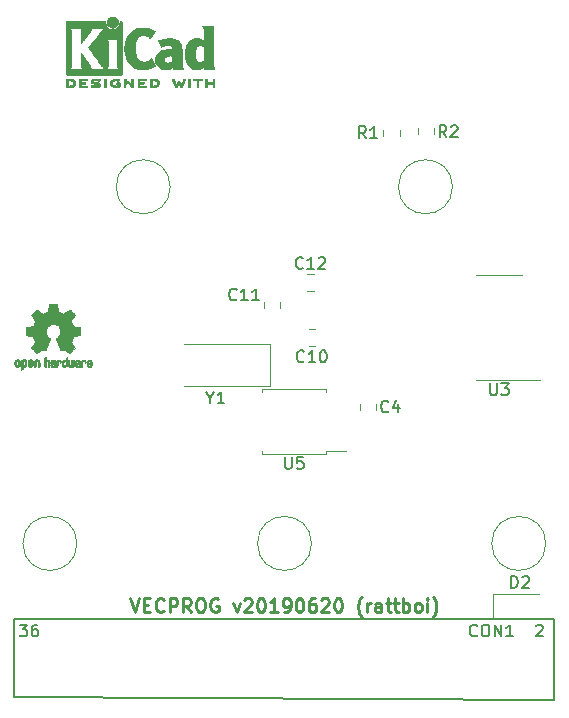
<source format=gto>
G04 #@! TF.GenerationSoftware,KiCad,Pcbnew,(5.1.4-0)*
G04 #@! TF.CreationDate,2019-11-27T14:08:46-06:00*
G04 #@! TF.ProjectId,veccart,76656363-6172-4742-9e6b-696361645f70,rev?*
G04 #@! TF.SameCoordinates,Original*
G04 #@! TF.FileFunction,Legend,Top*
G04 #@! TF.FilePolarity,Positive*
%FSLAX46Y46*%
G04 Gerber Fmt 4.6, Leading zero omitted, Abs format (unit mm)*
G04 Created by KiCad (PCBNEW (5.1.4-0)) date 2019-11-27 14:08:46*
%MOMM*%
%LPD*%
G04 APERTURE LIST*
%ADD10C,0.279400*%
%ADD11C,0.010000*%
%ADD12C,0.120000*%
%ADD13C,0.150000*%
G04 APERTURE END LIST*
D10*
X128652753Y-122259271D02*
X129033753Y-123402271D01*
X129414753Y-122259271D01*
X129795753Y-122803557D02*
X130176753Y-122803557D01*
X130340038Y-123402271D02*
X129795753Y-123402271D01*
X129795753Y-122259271D01*
X130340038Y-122259271D01*
X131483038Y-123293414D02*
X131428610Y-123347842D01*
X131265324Y-123402271D01*
X131156467Y-123402271D01*
X130993181Y-123347842D01*
X130884324Y-123238985D01*
X130829896Y-123130128D01*
X130775467Y-122912414D01*
X130775467Y-122749128D01*
X130829896Y-122531414D01*
X130884324Y-122422557D01*
X130993181Y-122313700D01*
X131156467Y-122259271D01*
X131265324Y-122259271D01*
X131428610Y-122313700D01*
X131483038Y-122368128D01*
X131972896Y-123402271D02*
X131972896Y-122259271D01*
X132408324Y-122259271D01*
X132517181Y-122313700D01*
X132571610Y-122368128D01*
X132626038Y-122476985D01*
X132626038Y-122640271D01*
X132571610Y-122749128D01*
X132517181Y-122803557D01*
X132408324Y-122857985D01*
X131972896Y-122857985D01*
X133769038Y-123402271D02*
X133388038Y-122857985D01*
X133115896Y-123402271D02*
X133115896Y-122259271D01*
X133551324Y-122259271D01*
X133660181Y-122313700D01*
X133714610Y-122368128D01*
X133769038Y-122476985D01*
X133769038Y-122640271D01*
X133714610Y-122749128D01*
X133660181Y-122803557D01*
X133551324Y-122857985D01*
X133115896Y-122857985D01*
X134476610Y-122259271D02*
X134694324Y-122259271D01*
X134803181Y-122313700D01*
X134912038Y-122422557D01*
X134966467Y-122640271D01*
X134966467Y-123021271D01*
X134912038Y-123238985D01*
X134803181Y-123347842D01*
X134694324Y-123402271D01*
X134476610Y-123402271D01*
X134367753Y-123347842D01*
X134258896Y-123238985D01*
X134204467Y-123021271D01*
X134204467Y-122640271D01*
X134258896Y-122422557D01*
X134367753Y-122313700D01*
X134476610Y-122259271D01*
X136055038Y-122313700D02*
X135946181Y-122259271D01*
X135782896Y-122259271D01*
X135619610Y-122313700D01*
X135510753Y-122422557D01*
X135456324Y-122531414D01*
X135401896Y-122749128D01*
X135401896Y-122912414D01*
X135456324Y-123130128D01*
X135510753Y-123238985D01*
X135619610Y-123347842D01*
X135782896Y-123402271D01*
X135891753Y-123402271D01*
X136055038Y-123347842D01*
X136109467Y-123293414D01*
X136109467Y-122912414D01*
X135891753Y-122912414D01*
X137361324Y-122640271D02*
X137633467Y-123402271D01*
X137905610Y-122640271D01*
X138286610Y-122368128D02*
X138341038Y-122313700D01*
X138449896Y-122259271D01*
X138722038Y-122259271D01*
X138830896Y-122313700D01*
X138885324Y-122368128D01*
X138939753Y-122476985D01*
X138939753Y-122585842D01*
X138885324Y-122749128D01*
X138232181Y-123402271D01*
X138939753Y-123402271D01*
X139647324Y-122259271D02*
X139756181Y-122259271D01*
X139865038Y-122313700D01*
X139919467Y-122368128D01*
X139973896Y-122476985D01*
X140028324Y-122694700D01*
X140028324Y-122966842D01*
X139973896Y-123184557D01*
X139919467Y-123293414D01*
X139865038Y-123347842D01*
X139756181Y-123402271D01*
X139647324Y-123402271D01*
X139538467Y-123347842D01*
X139484038Y-123293414D01*
X139429610Y-123184557D01*
X139375181Y-122966842D01*
X139375181Y-122694700D01*
X139429610Y-122476985D01*
X139484038Y-122368128D01*
X139538467Y-122313700D01*
X139647324Y-122259271D01*
X141116896Y-123402271D02*
X140463753Y-123402271D01*
X140790324Y-123402271D02*
X140790324Y-122259271D01*
X140681467Y-122422557D01*
X140572610Y-122531414D01*
X140463753Y-122585842D01*
X141661181Y-123402271D02*
X141878896Y-123402271D01*
X141987753Y-123347842D01*
X142042181Y-123293414D01*
X142151038Y-123130128D01*
X142205467Y-122912414D01*
X142205467Y-122476985D01*
X142151038Y-122368128D01*
X142096610Y-122313700D01*
X141987753Y-122259271D01*
X141770038Y-122259271D01*
X141661181Y-122313700D01*
X141606753Y-122368128D01*
X141552324Y-122476985D01*
X141552324Y-122749128D01*
X141606753Y-122857985D01*
X141661181Y-122912414D01*
X141770038Y-122966842D01*
X141987753Y-122966842D01*
X142096610Y-122912414D01*
X142151038Y-122857985D01*
X142205467Y-122749128D01*
X142913038Y-122259271D02*
X143021896Y-122259271D01*
X143130753Y-122313700D01*
X143185181Y-122368128D01*
X143239610Y-122476985D01*
X143294038Y-122694700D01*
X143294038Y-122966842D01*
X143239610Y-123184557D01*
X143185181Y-123293414D01*
X143130753Y-123347842D01*
X143021896Y-123402271D01*
X142913038Y-123402271D01*
X142804181Y-123347842D01*
X142749753Y-123293414D01*
X142695324Y-123184557D01*
X142640896Y-122966842D01*
X142640896Y-122694700D01*
X142695324Y-122476985D01*
X142749753Y-122368128D01*
X142804181Y-122313700D01*
X142913038Y-122259271D01*
X144273753Y-122259271D02*
X144056038Y-122259271D01*
X143947181Y-122313700D01*
X143892753Y-122368128D01*
X143783896Y-122531414D01*
X143729467Y-122749128D01*
X143729467Y-123184557D01*
X143783896Y-123293414D01*
X143838324Y-123347842D01*
X143947181Y-123402271D01*
X144164896Y-123402271D01*
X144273753Y-123347842D01*
X144328181Y-123293414D01*
X144382610Y-123184557D01*
X144382610Y-122912414D01*
X144328181Y-122803557D01*
X144273753Y-122749128D01*
X144164896Y-122694700D01*
X143947181Y-122694700D01*
X143838324Y-122749128D01*
X143783896Y-122803557D01*
X143729467Y-122912414D01*
X144818038Y-122368128D02*
X144872467Y-122313700D01*
X144981324Y-122259271D01*
X145253467Y-122259271D01*
X145362324Y-122313700D01*
X145416753Y-122368128D01*
X145471181Y-122476985D01*
X145471181Y-122585842D01*
X145416753Y-122749128D01*
X144763610Y-123402271D01*
X145471181Y-123402271D01*
X146178753Y-122259271D02*
X146287610Y-122259271D01*
X146396467Y-122313700D01*
X146450896Y-122368128D01*
X146505324Y-122476985D01*
X146559753Y-122694700D01*
X146559753Y-122966842D01*
X146505324Y-123184557D01*
X146450896Y-123293414D01*
X146396467Y-123347842D01*
X146287610Y-123402271D01*
X146178753Y-123402271D01*
X146069896Y-123347842D01*
X146015467Y-123293414D01*
X145961038Y-123184557D01*
X145906610Y-122966842D01*
X145906610Y-122694700D01*
X145961038Y-122476985D01*
X146015467Y-122368128D01*
X146069896Y-122313700D01*
X146178753Y-122259271D01*
X148247038Y-123837700D02*
X148192610Y-123783271D01*
X148083753Y-123619985D01*
X148029324Y-123511128D01*
X147974896Y-123347842D01*
X147920467Y-123075700D01*
X147920467Y-122857985D01*
X147974896Y-122585842D01*
X148029324Y-122422557D01*
X148083753Y-122313700D01*
X148192610Y-122150414D01*
X148247038Y-122095985D01*
X148682467Y-123402271D02*
X148682467Y-122640271D01*
X148682467Y-122857985D02*
X148736896Y-122749128D01*
X148791324Y-122694700D01*
X148900181Y-122640271D01*
X149009038Y-122640271D01*
X149879896Y-123402271D02*
X149879896Y-122803557D01*
X149825467Y-122694700D01*
X149716610Y-122640271D01*
X149498896Y-122640271D01*
X149390038Y-122694700D01*
X149879896Y-123347842D02*
X149771038Y-123402271D01*
X149498896Y-123402271D01*
X149390038Y-123347842D01*
X149335610Y-123238985D01*
X149335610Y-123130128D01*
X149390038Y-123021271D01*
X149498896Y-122966842D01*
X149771038Y-122966842D01*
X149879896Y-122912414D01*
X150260896Y-122640271D02*
X150696324Y-122640271D01*
X150424181Y-122259271D02*
X150424181Y-123238985D01*
X150478610Y-123347842D01*
X150587467Y-123402271D01*
X150696324Y-123402271D01*
X150914038Y-122640271D02*
X151349467Y-122640271D01*
X151077324Y-122259271D02*
X151077324Y-123238985D01*
X151131753Y-123347842D01*
X151240610Y-123402271D01*
X151349467Y-123402271D01*
X151730467Y-123402271D02*
X151730467Y-122259271D01*
X151730467Y-122694700D02*
X151839324Y-122640271D01*
X152057038Y-122640271D01*
X152165896Y-122694700D01*
X152220324Y-122749128D01*
X152274753Y-122857985D01*
X152274753Y-123184557D01*
X152220324Y-123293414D01*
X152165896Y-123347842D01*
X152057038Y-123402271D01*
X151839324Y-123402271D01*
X151730467Y-123347842D01*
X152927896Y-123402271D02*
X152819038Y-123347842D01*
X152764610Y-123293414D01*
X152710181Y-123184557D01*
X152710181Y-122857985D01*
X152764610Y-122749128D01*
X152819038Y-122694700D01*
X152927896Y-122640271D01*
X153091181Y-122640271D01*
X153200038Y-122694700D01*
X153254467Y-122749128D01*
X153308896Y-122857985D01*
X153308896Y-123184557D01*
X153254467Y-123293414D01*
X153200038Y-123347842D01*
X153091181Y-123402271D01*
X152927896Y-123402271D01*
X153798753Y-123402271D02*
X153798753Y-122640271D01*
X153798753Y-122259271D02*
X153744324Y-122313700D01*
X153798753Y-122368128D01*
X153853181Y-122313700D01*
X153798753Y-122259271D01*
X153798753Y-122368128D01*
X154234181Y-123837700D02*
X154288610Y-123783271D01*
X154397467Y-123619985D01*
X154451896Y-123511128D01*
X154506324Y-123347842D01*
X154560753Y-123075700D01*
X154560753Y-122857985D01*
X154506324Y-122585842D01*
X154451896Y-122422557D01*
X154397467Y-122313700D01*
X154288610Y-122150414D01*
X154234181Y-122095985D01*
D11*
G36*
X126517400Y-73460454D02*
G01*
X126528265Y-73574393D01*
X126559882Y-73682016D01*
X126610785Y-73781015D01*
X126679507Y-73869084D01*
X126764581Y-73943916D01*
X126861568Y-74001784D01*
X126967836Y-74041405D01*
X127074850Y-74059973D01*
X127180500Y-74058834D01*
X127282675Y-74039330D01*
X127379266Y-74002806D01*
X127468162Y-73950605D01*
X127547254Y-73884073D01*
X127614431Y-73804552D01*
X127667583Y-73713387D01*
X127704601Y-73611923D01*
X127723373Y-73501502D01*
X127725311Y-73451606D01*
X127725311Y-73363667D01*
X127777240Y-73363667D01*
X127813547Y-73366511D01*
X127840445Y-73378311D01*
X127867551Y-73402049D01*
X127905933Y-73440431D01*
X127905933Y-75632002D01*
X127905924Y-75894139D01*
X127905892Y-76134641D01*
X127905828Y-76354448D01*
X127905724Y-76554501D01*
X127905573Y-76735744D01*
X127905366Y-76899116D01*
X127905094Y-77045560D01*
X127904750Y-77176017D01*
X127904326Y-77291429D01*
X127903813Y-77392738D01*
X127903203Y-77480884D01*
X127902488Y-77556810D01*
X127901660Y-77621457D01*
X127900711Y-77675767D01*
X127899633Y-77720680D01*
X127898417Y-77757140D01*
X127897055Y-77786087D01*
X127895539Y-77808463D01*
X127893862Y-77825209D01*
X127892014Y-77837268D01*
X127889987Y-77845580D01*
X127887775Y-77851087D01*
X127886692Y-77852937D01*
X127882529Y-77859949D01*
X127878995Y-77866396D01*
X127875165Y-77872300D01*
X127870118Y-77877686D01*
X127862929Y-77882578D01*
X127852677Y-77886998D01*
X127838436Y-77890972D01*
X127819286Y-77894521D01*
X127794301Y-77897670D01*
X127762560Y-77900442D01*
X127723138Y-77902861D01*
X127675114Y-77904951D01*
X127617563Y-77906735D01*
X127549563Y-77908237D01*
X127470190Y-77909480D01*
X127378521Y-77910489D01*
X127273634Y-77911285D01*
X127154604Y-77911894D01*
X127020510Y-77912339D01*
X126870427Y-77912643D01*
X126703433Y-77912830D01*
X126518604Y-77912924D01*
X126315017Y-77912948D01*
X126091750Y-77912925D01*
X125847878Y-77912880D01*
X125582479Y-77912837D01*
X125544096Y-77912832D01*
X125277118Y-77912789D01*
X125031798Y-77912718D01*
X124807217Y-77912613D01*
X124602455Y-77912466D01*
X124416594Y-77912269D01*
X124248712Y-77912016D01*
X124097892Y-77911700D01*
X123963213Y-77911313D01*
X123843756Y-77910847D01*
X123738601Y-77910297D01*
X123646829Y-77909653D01*
X123567521Y-77908911D01*
X123499757Y-77908061D01*
X123442618Y-77907097D01*
X123395183Y-77906011D01*
X123356534Y-77904797D01*
X123325751Y-77903447D01*
X123301915Y-77901955D01*
X123284106Y-77900311D01*
X123271405Y-77898511D01*
X123262892Y-77896545D01*
X123258534Y-77894877D01*
X123250072Y-77891306D01*
X123242303Y-77888670D01*
X123235198Y-77886034D01*
X123228727Y-77882462D01*
X123222861Y-77877021D01*
X123217571Y-77868775D01*
X123212826Y-77856790D01*
X123208598Y-77840131D01*
X123204857Y-77817863D01*
X123201573Y-77789052D01*
X123198717Y-77752763D01*
X123196260Y-77708061D01*
X123194171Y-77654011D01*
X123192422Y-77589679D01*
X123190983Y-77514130D01*
X123189824Y-77426430D01*
X123188917Y-77325643D01*
X123188231Y-77210834D01*
X123187737Y-77081070D01*
X123187405Y-76935415D01*
X123187207Y-76772935D01*
X123187113Y-76592695D01*
X123187092Y-76393760D01*
X123187115Y-76175196D01*
X123187154Y-75936068D01*
X123187178Y-75675440D01*
X123187178Y-75633289D01*
X123187164Y-75370392D01*
X123187139Y-75129132D01*
X123187129Y-74908565D01*
X123187158Y-74707752D01*
X123187252Y-74525749D01*
X123187438Y-74361616D01*
X123187741Y-74214411D01*
X123188186Y-74083192D01*
X123188766Y-73973267D01*
X123491603Y-73973267D01*
X123531393Y-74031111D01*
X123542564Y-74046879D01*
X123552634Y-74060841D01*
X123561662Y-74074184D01*
X123569703Y-74088093D01*
X123576814Y-74103756D01*
X123583053Y-74122358D01*
X123588475Y-74145086D01*
X123593138Y-74173127D01*
X123597099Y-74207667D01*
X123600415Y-74249892D01*
X123603141Y-74300989D01*
X123605336Y-74362144D01*
X123607055Y-74434544D01*
X123608356Y-74519375D01*
X123609295Y-74617822D01*
X123609930Y-74731074D01*
X123610316Y-74860316D01*
X123610512Y-75006734D01*
X123610573Y-75171516D01*
X123610557Y-75355847D01*
X123610520Y-75560913D01*
X123610511Y-75683533D01*
X123610535Y-75900482D01*
X123610569Y-76096042D01*
X123610557Y-76271399D01*
X123610442Y-76427741D01*
X123610170Y-76566257D01*
X123609682Y-76688134D01*
X123608924Y-76794560D01*
X123607838Y-76886722D01*
X123606369Y-76965809D01*
X123604460Y-77033008D01*
X123602056Y-77089507D01*
X123599099Y-77136493D01*
X123595534Y-77175155D01*
X123591305Y-77206680D01*
X123586354Y-77232255D01*
X123580627Y-77253070D01*
X123574067Y-77270311D01*
X123566617Y-77285165D01*
X123558221Y-77298822D01*
X123548824Y-77312469D01*
X123538368Y-77327293D01*
X123532277Y-77336183D01*
X123493504Y-77393800D01*
X124025068Y-77393800D01*
X124148317Y-77393765D01*
X124250813Y-77393615D01*
X124334380Y-77393278D01*
X124400844Y-77392686D01*
X124452029Y-77391767D01*
X124489759Y-77390451D01*
X124515860Y-77388669D01*
X124532156Y-77386351D01*
X124540472Y-77383426D01*
X124542632Y-77379824D01*
X124540461Y-77375475D01*
X124539265Y-77374045D01*
X124514115Y-77336973D01*
X124488217Y-77284172D01*
X124464608Y-77222170D01*
X124456339Y-77195757D01*
X124451722Y-77177816D01*
X124447821Y-77156755D01*
X124444552Y-77130489D01*
X124441834Y-77096932D01*
X124439585Y-77053999D01*
X124437723Y-76999604D01*
X124436164Y-76931662D01*
X124434828Y-76848088D01*
X124433631Y-76746795D01*
X124432492Y-76625700D01*
X124432115Y-76581000D01*
X124431098Y-76455849D01*
X124430340Y-76351482D01*
X124429897Y-76266107D01*
X124429830Y-76197933D01*
X124430195Y-76145165D01*
X124431052Y-76106014D01*
X124432459Y-76078685D01*
X124434475Y-76061386D01*
X124437157Y-76052326D01*
X124440564Y-76049712D01*
X124444756Y-76051751D01*
X124449229Y-76056067D01*
X124459584Y-76069002D01*
X124481642Y-76098076D01*
X124513843Y-76141159D01*
X124554626Y-76196118D01*
X124602430Y-76260823D01*
X124655695Y-76333142D01*
X124712860Y-76410944D01*
X124772363Y-76492098D01*
X124832645Y-76574472D01*
X124892145Y-76655936D01*
X124949302Y-76734357D01*
X125002555Y-76807604D01*
X125050343Y-76873547D01*
X125091107Y-76930054D01*
X125123284Y-76974993D01*
X125145315Y-77006234D01*
X125149883Y-77012866D01*
X125172804Y-77049769D01*
X125199612Y-77097759D01*
X125225011Y-77147297D01*
X125228232Y-77153977D01*
X125249910Y-77202172D01*
X125262496Y-77239734D01*
X125268226Y-77275560D01*
X125269344Y-77317600D01*
X125268710Y-77393800D01*
X126423149Y-77393800D01*
X126331985Y-77300069D01*
X126285188Y-77250175D01*
X126234901Y-77193695D01*
X126188856Y-77139426D01*
X126168431Y-77114073D01*
X126137993Y-77074528D01*
X126097938Y-77021316D01*
X126049439Y-76956067D01*
X125993665Y-76880411D01*
X125931789Y-76795977D01*
X125864981Y-76704394D01*
X125794413Y-76607292D01*
X125721255Y-76506301D01*
X125646679Y-76403050D01*
X125571856Y-76299168D01*
X125497957Y-76196285D01*
X125426154Y-76096031D01*
X125357616Y-76000036D01*
X125293516Y-75909927D01*
X125235025Y-75827336D01*
X125183314Y-75753892D01*
X125139553Y-75691224D01*
X125104915Y-75640961D01*
X125080570Y-75604734D01*
X125067689Y-75584171D01*
X125065931Y-75580068D01*
X125073890Y-75568742D01*
X125094685Y-75541562D01*
X125126953Y-75500229D01*
X125169330Y-75446444D01*
X125220453Y-75381906D01*
X125278959Y-75308318D01*
X125343486Y-75227378D01*
X125412669Y-75140788D01*
X125485147Y-75050248D01*
X125559554Y-74957460D01*
X125619283Y-74883102D01*
X126630289Y-74883102D01*
X126636198Y-74896059D01*
X126650528Y-74918308D01*
X126651575Y-74919791D01*
X126670362Y-74949944D01*
X126690009Y-74986775D01*
X126693908Y-74994911D01*
X126697444Y-75003340D01*
X126700570Y-75013459D01*
X126703314Y-75026660D01*
X126705708Y-75044338D01*
X126707781Y-75067884D01*
X126709565Y-75098693D01*
X126711088Y-75138157D01*
X126712381Y-75187669D01*
X126713474Y-75248623D01*
X126714397Y-75322411D01*
X126715181Y-75410428D01*
X126715855Y-75514065D01*
X126716450Y-75634716D01*
X126716995Y-75773774D01*
X126717521Y-75932632D01*
X126718055Y-76111489D01*
X126718594Y-76296607D01*
X126719028Y-76460545D01*
X126719291Y-76604703D01*
X126719316Y-76730479D01*
X126719035Y-76839271D01*
X126718381Y-76932477D01*
X126717286Y-77011497D01*
X126715682Y-77077728D01*
X126713503Y-77132570D01*
X126710681Y-77177421D01*
X126707149Y-77213678D01*
X126702839Y-77242741D01*
X126697683Y-77266009D01*
X126691615Y-77284879D01*
X126684567Y-77300751D01*
X126676471Y-77315022D01*
X126667260Y-77329091D01*
X126658760Y-77341558D01*
X126641624Y-77367852D01*
X126631478Y-77385437D01*
X126630289Y-77388657D01*
X126641196Y-77389734D01*
X126672389Y-77390735D01*
X126721577Y-77391635D01*
X126786467Y-77392410D01*
X126864770Y-77393037D01*
X126954193Y-77393491D01*
X127052444Y-77393749D01*
X127121355Y-77393800D01*
X127226348Y-77393580D01*
X127323190Y-77392948D01*
X127409693Y-77391949D01*
X127483668Y-77390627D01*
X127542926Y-77389026D01*
X127585280Y-77387191D01*
X127608540Y-77385165D01*
X127612422Y-77383893D01*
X127604724Y-77368991D01*
X127596726Y-77360960D01*
X127583554Y-77343834D01*
X127566315Y-77313583D01*
X127554393Y-77289022D01*
X127527755Y-77230111D01*
X127524680Y-76053245D01*
X127521605Y-74876378D01*
X127075947Y-74876378D01*
X126978130Y-74876542D01*
X126887736Y-74877011D01*
X126807170Y-74877747D01*
X126738838Y-74878716D01*
X126685144Y-74879880D01*
X126648495Y-74881203D01*
X126631296Y-74882649D01*
X126630289Y-74883102D01*
X125619283Y-74883102D01*
X125634530Y-74864122D01*
X125708710Y-74771937D01*
X125780731Y-74682604D01*
X125849231Y-74597824D01*
X125912845Y-74519298D01*
X125970212Y-74448726D01*
X126019967Y-74387809D01*
X126060748Y-74338247D01*
X126077912Y-74317578D01*
X126164204Y-74216916D01*
X126240803Y-74133659D01*
X126309617Y-74065838D01*
X126372552Y-74011489D01*
X126381933Y-74004122D01*
X126421444Y-73973517D01*
X125289684Y-73973267D01*
X125294973Y-74021244D01*
X125291670Y-74078588D01*
X125270139Y-74146863D01*
X125230165Y-74226612D01*
X125184857Y-74298895D01*
X125168639Y-74321540D01*
X125140586Y-74359096D01*
X125102370Y-74409421D01*
X125055663Y-74470373D01*
X125002139Y-74539811D01*
X124943469Y-74615594D01*
X124881325Y-74695580D01*
X124817379Y-74777628D01*
X124753305Y-74859596D01*
X124690773Y-74939343D01*
X124631457Y-75014727D01*
X124577029Y-75083607D01*
X124529161Y-75143842D01*
X124489525Y-75193289D01*
X124459794Y-75229808D01*
X124441639Y-75251258D01*
X124438580Y-75254556D01*
X124435721Y-75246549D01*
X124433507Y-75216255D01*
X124431943Y-75163956D01*
X124431033Y-75089931D01*
X124430780Y-74994463D01*
X124431187Y-74877834D01*
X124432096Y-74757845D01*
X124433418Y-74625733D01*
X124434943Y-74513994D01*
X124436919Y-74420425D01*
X124439594Y-74342819D01*
X124443218Y-74278974D01*
X124448039Y-74226683D01*
X124454306Y-74183744D01*
X124462268Y-74147951D01*
X124472173Y-74117100D01*
X124484269Y-74088986D01*
X124498807Y-74061405D01*
X124513489Y-74036366D01*
X124551486Y-73973267D01*
X123491603Y-73973267D01*
X123188766Y-73973267D01*
X123188799Y-73967017D01*
X123189605Y-73864944D01*
X123190630Y-73776033D01*
X123191900Y-73699341D01*
X123193440Y-73633927D01*
X123195276Y-73578849D01*
X123197433Y-73533165D01*
X123199937Y-73495934D01*
X123202813Y-73466213D01*
X123206087Y-73443062D01*
X123209785Y-73425539D01*
X123213931Y-73412701D01*
X123218553Y-73403608D01*
X123223674Y-73397318D01*
X123229322Y-73392888D01*
X123235521Y-73389378D01*
X123242296Y-73385845D01*
X123248292Y-73382276D01*
X123253525Y-73379700D01*
X123261701Y-73377372D01*
X123273914Y-73375278D01*
X123291259Y-73373407D01*
X123314831Y-73371747D01*
X123345723Y-73370284D01*
X123385032Y-73369008D01*
X123433850Y-73367904D01*
X123493273Y-73366961D01*
X123564396Y-73366167D01*
X123648312Y-73365509D01*
X123746117Y-73364975D01*
X123858906Y-73364553D01*
X123987771Y-73364229D01*
X124133809Y-73363992D01*
X124298114Y-73363830D01*
X124481780Y-73363730D01*
X124685903Y-73363680D01*
X124897047Y-73363667D01*
X126517400Y-73363667D01*
X126517400Y-73460454D01*
X126517400Y-73460454D01*
G37*
X126517400Y-73460454D02*
X126528265Y-73574393D01*
X126559882Y-73682016D01*
X126610785Y-73781015D01*
X126679507Y-73869084D01*
X126764581Y-73943916D01*
X126861568Y-74001784D01*
X126967836Y-74041405D01*
X127074850Y-74059973D01*
X127180500Y-74058834D01*
X127282675Y-74039330D01*
X127379266Y-74002806D01*
X127468162Y-73950605D01*
X127547254Y-73884073D01*
X127614431Y-73804552D01*
X127667583Y-73713387D01*
X127704601Y-73611923D01*
X127723373Y-73501502D01*
X127725311Y-73451606D01*
X127725311Y-73363667D01*
X127777240Y-73363667D01*
X127813547Y-73366511D01*
X127840445Y-73378311D01*
X127867551Y-73402049D01*
X127905933Y-73440431D01*
X127905933Y-75632002D01*
X127905924Y-75894139D01*
X127905892Y-76134641D01*
X127905828Y-76354448D01*
X127905724Y-76554501D01*
X127905573Y-76735744D01*
X127905366Y-76899116D01*
X127905094Y-77045560D01*
X127904750Y-77176017D01*
X127904326Y-77291429D01*
X127903813Y-77392738D01*
X127903203Y-77480884D01*
X127902488Y-77556810D01*
X127901660Y-77621457D01*
X127900711Y-77675767D01*
X127899633Y-77720680D01*
X127898417Y-77757140D01*
X127897055Y-77786087D01*
X127895539Y-77808463D01*
X127893862Y-77825209D01*
X127892014Y-77837268D01*
X127889987Y-77845580D01*
X127887775Y-77851087D01*
X127886692Y-77852937D01*
X127882529Y-77859949D01*
X127878995Y-77866396D01*
X127875165Y-77872300D01*
X127870118Y-77877686D01*
X127862929Y-77882578D01*
X127852677Y-77886998D01*
X127838436Y-77890972D01*
X127819286Y-77894521D01*
X127794301Y-77897670D01*
X127762560Y-77900442D01*
X127723138Y-77902861D01*
X127675114Y-77904951D01*
X127617563Y-77906735D01*
X127549563Y-77908237D01*
X127470190Y-77909480D01*
X127378521Y-77910489D01*
X127273634Y-77911285D01*
X127154604Y-77911894D01*
X127020510Y-77912339D01*
X126870427Y-77912643D01*
X126703433Y-77912830D01*
X126518604Y-77912924D01*
X126315017Y-77912948D01*
X126091750Y-77912925D01*
X125847878Y-77912880D01*
X125582479Y-77912837D01*
X125544096Y-77912832D01*
X125277118Y-77912789D01*
X125031798Y-77912718D01*
X124807217Y-77912613D01*
X124602455Y-77912466D01*
X124416594Y-77912269D01*
X124248712Y-77912016D01*
X124097892Y-77911700D01*
X123963213Y-77911313D01*
X123843756Y-77910847D01*
X123738601Y-77910297D01*
X123646829Y-77909653D01*
X123567521Y-77908911D01*
X123499757Y-77908061D01*
X123442618Y-77907097D01*
X123395183Y-77906011D01*
X123356534Y-77904797D01*
X123325751Y-77903447D01*
X123301915Y-77901955D01*
X123284106Y-77900311D01*
X123271405Y-77898511D01*
X123262892Y-77896545D01*
X123258534Y-77894877D01*
X123250072Y-77891306D01*
X123242303Y-77888670D01*
X123235198Y-77886034D01*
X123228727Y-77882462D01*
X123222861Y-77877021D01*
X123217571Y-77868775D01*
X123212826Y-77856790D01*
X123208598Y-77840131D01*
X123204857Y-77817863D01*
X123201573Y-77789052D01*
X123198717Y-77752763D01*
X123196260Y-77708061D01*
X123194171Y-77654011D01*
X123192422Y-77589679D01*
X123190983Y-77514130D01*
X123189824Y-77426430D01*
X123188917Y-77325643D01*
X123188231Y-77210834D01*
X123187737Y-77081070D01*
X123187405Y-76935415D01*
X123187207Y-76772935D01*
X123187113Y-76592695D01*
X123187092Y-76393760D01*
X123187115Y-76175196D01*
X123187154Y-75936068D01*
X123187178Y-75675440D01*
X123187178Y-75633289D01*
X123187164Y-75370392D01*
X123187139Y-75129132D01*
X123187129Y-74908565D01*
X123187158Y-74707752D01*
X123187252Y-74525749D01*
X123187438Y-74361616D01*
X123187741Y-74214411D01*
X123188186Y-74083192D01*
X123188766Y-73973267D01*
X123491603Y-73973267D01*
X123531393Y-74031111D01*
X123542564Y-74046879D01*
X123552634Y-74060841D01*
X123561662Y-74074184D01*
X123569703Y-74088093D01*
X123576814Y-74103756D01*
X123583053Y-74122358D01*
X123588475Y-74145086D01*
X123593138Y-74173127D01*
X123597099Y-74207667D01*
X123600415Y-74249892D01*
X123603141Y-74300989D01*
X123605336Y-74362144D01*
X123607055Y-74434544D01*
X123608356Y-74519375D01*
X123609295Y-74617822D01*
X123609930Y-74731074D01*
X123610316Y-74860316D01*
X123610512Y-75006734D01*
X123610573Y-75171516D01*
X123610557Y-75355847D01*
X123610520Y-75560913D01*
X123610511Y-75683533D01*
X123610535Y-75900482D01*
X123610569Y-76096042D01*
X123610557Y-76271399D01*
X123610442Y-76427741D01*
X123610170Y-76566257D01*
X123609682Y-76688134D01*
X123608924Y-76794560D01*
X123607838Y-76886722D01*
X123606369Y-76965809D01*
X123604460Y-77033008D01*
X123602056Y-77089507D01*
X123599099Y-77136493D01*
X123595534Y-77175155D01*
X123591305Y-77206680D01*
X123586354Y-77232255D01*
X123580627Y-77253070D01*
X123574067Y-77270311D01*
X123566617Y-77285165D01*
X123558221Y-77298822D01*
X123548824Y-77312469D01*
X123538368Y-77327293D01*
X123532277Y-77336183D01*
X123493504Y-77393800D01*
X124025068Y-77393800D01*
X124148317Y-77393765D01*
X124250813Y-77393615D01*
X124334380Y-77393278D01*
X124400844Y-77392686D01*
X124452029Y-77391767D01*
X124489759Y-77390451D01*
X124515860Y-77388669D01*
X124532156Y-77386351D01*
X124540472Y-77383426D01*
X124542632Y-77379824D01*
X124540461Y-77375475D01*
X124539265Y-77374045D01*
X124514115Y-77336973D01*
X124488217Y-77284172D01*
X124464608Y-77222170D01*
X124456339Y-77195757D01*
X124451722Y-77177816D01*
X124447821Y-77156755D01*
X124444552Y-77130489D01*
X124441834Y-77096932D01*
X124439585Y-77053999D01*
X124437723Y-76999604D01*
X124436164Y-76931662D01*
X124434828Y-76848088D01*
X124433631Y-76746795D01*
X124432492Y-76625700D01*
X124432115Y-76581000D01*
X124431098Y-76455849D01*
X124430340Y-76351482D01*
X124429897Y-76266107D01*
X124429830Y-76197933D01*
X124430195Y-76145165D01*
X124431052Y-76106014D01*
X124432459Y-76078685D01*
X124434475Y-76061386D01*
X124437157Y-76052326D01*
X124440564Y-76049712D01*
X124444756Y-76051751D01*
X124449229Y-76056067D01*
X124459584Y-76069002D01*
X124481642Y-76098076D01*
X124513843Y-76141159D01*
X124554626Y-76196118D01*
X124602430Y-76260823D01*
X124655695Y-76333142D01*
X124712860Y-76410944D01*
X124772363Y-76492098D01*
X124832645Y-76574472D01*
X124892145Y-76655936D01*
X124949302Y-76734357D01*
X125002555Y-76807604D01*
X125050343Y-76873547D01*
X125091107Y-76930054D01*
X125123284Y-76974993D01*
X125145315Y-77006234D01*
X125149883Y-77012866D01*
X125172804Y-77049769D01*
X125199612Y-77097759D01*
X125225011Y-77147297D01*
X125228232Y-77153977D01*
X125249910Y-77202172D01*
X125262496Y-77239734D01*
X125268226Y-77275560D01*
X125269344Y-77317600D01*
X125268710Y-77393800D01*
X126423149Y-77393800D01*
X126331985Y-77300069D01*
X126285188Y-77250175D01*
X126234901Y-77193695D01*
X126188856Y-77139426D01*
X126168431Y-77114073D01*
X126137993Y-77074528D01*
X126097938Y-77021316D01*
X126049439Y-76956067D01*
X125993665Y-76880411D01*
X125931789Y-76795977D01*
X125864981Y-76704394D01*
X125794413Y-76607292D01*
X125721255Y-76506301D01*
X125646679Y-76403050D01*
X125571856Y-76299168D01*
X125497957Y-76196285D01*
X125426154Y-76096031D01*
X125357616Y-76000036D01*
X125293516Y-75909927D01*
X125235025Y-75827336D01*
X125183314Y-75753892D01*
X125139553Y-75691224D01*
X125104915Y-75640961D01*
X125080570Y-75604734D01*
X125067689Y-75584171D01*
X125065931Y-75580068D01*
X125073890Y-75568742D01*
X125094685Y-75541562D01*
X125126953Y-75500229D01*
X125169330Y-75446444D01*
X125220453Y-75381906D01*
X125278959Y-75308318D01*
X125343486Y-75227378D01*
X125412669Y-75140788D01*
X125485147Y-75050248D01*
X125559554Y-74957460D01*
X125619283Y-74883102D01*
X126630289Y-74883102D01*
X126636198Y-74896059D01*
X126650528Y-74918308D01*
X126651575Y-74919791D01*
X126670362Y-74949944D01*
X126690009Y-74986775D01*
X126693908Y-74994911D01*
X126697444Y-75003340D01*
X126700570Y-75013459D01*
X126703314Y-75026660D01*
X126705708Y-75044338D01*
X126707781Y-75067884D01*
X126709565Y-75098693D01*
X126711088Y-75138157D01*
X126712381Y-75187669D01*
X126713474Y-75248623D01*
X126714397Y-75322411D01*
X126715181Y-75410428D01*
X126715855Y-75514065D01*
X126716450Y-75634716D01*
X126716995Y-75773774D01*
X126717521Y-75932632D01*
X126718055Y-76111489D01*
X126718594Y-76296607D01*
X126719028Y-76460545D01*
X126719291Y-76604703D01*
X126719316Y-76730479D01*
X126719035Y-76839271D01*
X126718381Y-76932477D01*
X126717286Y-77011497D01*
X126715682Y-77077728D01*
X126713503Y-77132570D01*
X126710681Y-77177421D01*
X126707149Y-77213678D01*
X126702839Y-77242741D01*
X126697683Y-77266009D01*
X126691615Y-77284879D01*
X126684567Y-77300751D01*
X126676471Y-77315022D01*
X126667260Y-77329091D01*
X126658760Y-77341558D01*
X126641624Y-77367852D01*
X126631478Y-77385437D01*
X126630289Y-77388657D01*
X126641196Y-77389734D01*
X126672389Y-77390735D01*
X126721577Y-77391635D01*
X126786467Y-77392410D01*
X126864770Y-77393037D01*
X126954193Y-77393491D01*
X127052444Y-77393749D01*
X127121355Y-77393800D01*
X127226348Y-77393580D01*
X127323190Y-77392948D01*
X127409693Y-77391949D01*
X127483668Y-77390627D01*
X127542926Y-77389026D01*
X127585280Y-77387191D01*
X127608540Y-77385165D01*
X127612422Y-77383893D01*
X127604724Y-77368991D01*
X127596726Y-77360960D01*
X127583554Y-77343834D01*
X127566315Y-77313583D01*
X127554393Y-77289022D01*
X127527755Y-77230111D01*
X127524680Y-76053245D01*
X127521605Y-74876378D01*
X127075947Y-74876378D01*
X126978130Y-74876542D01*
X126887736Y-74877011D01*
X126807170Y-74877747D01*
X126738838Y-74878716D01*
X126685144Y-74879880D01*
X126648495Y-74881203D01*
X126631296Y-74882649D01*
X126630289Y-74883102D01*
X125619283Y-74883102D01*
X125634530Y-74864122D01*
X125708710Y-74771937D01*
X125780731Y-74682604D01*
X125849231Y-74597824D01*
X125912845Y-74519298D01*
X125970212Y-74448726D01*
X126019967Y-74387809D01*
X126060748Y-74338247D01*
X126077912Y-74317578D01*
X126164204Y-74216916D01*
X126240803Y-74133659D01*
X126309617Y-74065838D01*
X126372552Y-74011489D01*
X126381933Y-74004122D01*
X126421444Y-73973517D01*
X125289684Y-73973267D01*
X125294973Y-74021244D01*
X125291670Y-74078588D01*
X125270139Y-74146863D01*
X125230165Y-74226612D01*
X125184857Y-74298895D01*
X125168639Y-74321540D01*
X125140586Y-74359096D01*
X125102370Y-74409421D01*
X125055663Y-74470373D01*
X125002139Y-74539811D01*
X124943469Y-74615594D01*
X124881325Y-74695580D01*
X124817379Y-74777628D01*
X124753305Y-74859596D01*
X124690773Y-74939343D01*
X124631457Y-75014727D01*
X124577029Y-75083607D01*
X124529161Y-75143842D01*
X124489525Y-75193289D01*
X124459794Y-75229808D01*
X124441639Y-75251258D01*
X124438580Y-75254556D01*
X124435721Y-75246549D01*
X124433507Y-75216255D01*
X124431943Y-75163956D01*
X124431033Y-75089931D01*
X124430780Y-74994463D01*
X124431187Y-74877834D01*
X124432096Y-74757845D01*
X124433418Y-74625733D01*
X124434943Y-74513994D01*
X124436919Y-74420425D01*
X124439594Y-74342819D01*
X124443218Y-74278974D01*
X124448039Y-74226683D01*
X124454306Y-74183744D01*
X124462268Y-74147951D01*
X124472173Y-74117100D01*
X124484269Y-74088986D01*
X124498807Y-74061405D01*
X124513489Y-74036366D01*
X124551486Y-73973267D01*
X123491603Y-73973267D01*
X123188766Y-73973267D01*
X123188799Y-73967017D01*
X123189605Y-73864944D01*
X123190630Y-73776033D01*
X123191900Y-73699341D01*
X123193440Y-73633927D01*
X123195276Y-73578849D01*
X123197433Y-73533165D01*
X123199937Y-73495934D01*
X123202813Y-73466213D01*
X123206087Y-73443062D01*
X123209785Y-73425539D01*
X123213931Y-73412701D01*
X123218553Y-73403608D01*
X123223674Y-73397318D01*
X123229322Y-73392888D01*
X123235521Y-73389378D01*
X123242296Y-73385845D01*
X123248292Y-73382276D01*
X123253525Y-73379700D01*
X123261701Y-73377372D01*
X123273914Y-73375278D01*
X123291259Y-73373407D01*
X123314831Y-73371747D01*
X123345723Y-73370284D01*
X123385032Y-73369008D01*
X123433850Y-73367904D01*
X123493273Y-73366961D01*
X123564396Y-73366167D01*
X123648312Y-73365509D01*
X123746117Y-73364975D01*
X123858906Y-73364553D01*
X123987771Y-73364229D01*
X124133809Y-73363992D01*
X124298114Y-73363830D01*
X124481780Y-73363730D01*
X124685903Y-73363680D01*
X124897047Y-73363667D01*
X126517400Y-73363667D01*
X126517400Y-73460454D01*
G36*
X129792229Y-73920471D02*
G01*
X129952370Y-73941645D01*
X130116310Y-73981785D01*
X130286113Y-74041289D01*
X130463843Y-74120554D01*
X130475110Y-74126099D01*
X130532805Y-74154125D01*
X130584352Y-74178202D01*
X130625991Y-74196649D01*
X130653962Y-74207786D01*
X130663533Y-74210333D01*
X130682750Y-74215341D01*
X130687361Y-74219547D01*
X130682258Y-74229980D01*
X130666218Y-74256268D01*
X130641088Y-74295657D01*
X130608714Y-74345391D01*
X130570943Y-74402715D01*
X130529622Y-74464876D01*
X130486598Y-74529118D01*
X130443717Y-74592685D01*
X130402826Y-74652825D01*
X130365771Y-74706780D01*
X130334400Y-74751797D01*
X130310559Y-74785121D01*
X130296094Y-74803997D01*
X130294109Y-74806187D01*
X130283991Y-74801538D01*
X130261650Y-74784362D01*
X130231080Y-74757840D01*
X130215336Y-74743364D01*
X130118847Y-74668082D01*
X130012136Y-74612641D01*
X129896632Y-74577541D01*
X129773762Y-74563280D01*
X129704361Y-74564451D01*
X129583223Y-74581612D01*
X129474005Y-74617494D01*
X129376382Y-74672359D01*
X129290028Y-74746470D01*
X129214615Y-74840088D01*
X129149818Y-74953476D01*
X129112401Y-75040067D01*
X129068548Y-75175766D01*
X129036228Y-75323250D01*
X129015357Y-75478714D01*
X129005851Y-75638356D01*
X129007627Y-75798373D01*
X129020603Y-75954961D01*
X129044694Y-76104318D01*
X129079818Y-76242640D01*
X129125892Y-76366124D01*
X129142173Y-76400378D01*
X129210420Y-76514464D01*
X129290879Y-76610957D01*
X129382370Y-76689070D01*
X129483711Y-76748017D01*
X129593720Y-76787012D01*
X129711215Y-76805268D01*
X129752683Y-76806611D01*
X129874241Y-76795690D01*
X129994678Y-76762874D01*
X130112466Y-76708839D01*
X130226077Y-76634265D01*
X130317485Y-76555939D01*
X130364015Y-76511408D01*
X130545283Y-76808671D01*
X130590380Y-76882833D01*
X130631619Y-76951046D01*
X130667535Y-77010859D01*
X130696666Y-77059820D01*
X130717550Y-77095479D01*
X130728724Y-77115384D01*
X130730175Y-77118479D01*
X130721946Y-77128118D01*
X130696367Y-77145399D01*
X130656673Y-77168683D01*
X130606097Y-77196334D01*
X130547874Y-77226715D01*
X130485237Y-77258190D01*
X130421421Y-77289122D01*
X130359660Y-77317873D01*
X130303188Y-77342808D01*
X130255238Y-77362289D01*
X130231786Y-77370718D01*
X130098021Y-77408533D01*
X129960127Y-77433536D01*
X129812422Y-77446540D01*
X129685633Y-77448868D01*
X129617678Y-77447773D01*
X129552077Y-77445675D01*
X129494647Y-77442834D01*
X129451203Y-77439506D01*
X129437098Y-77437822D01*
X129298084Y-77408987D01*
X129156557Y-77363868D01*
X129019075Y-77305150D01*
X128892194Y-77235520D01*
X128814689Y-77182841D01*
X128687281Y-77074639D01*
X128568978Y-76948071D01*
X128461972Y-76806266D01*
X128368452Y-76652351D01*
X128290610Y-76489453D01*
X128246756Y-76372156D01*
X128196508Y-76188528D01*
X128163009Y-75993981D01*
X128146249Y-75792725D01*
X128146216Y-75588968D01*
X128162901Y-75386921D01*
X128196293Y-75190792D01*
X128246380Y-75004791D01*
X128250197Y-74993203D01*
X128313081Y-74831150D01*
X128389828Y-74683232D01*
X128483042Y-74545265D01*
X128595327Y-74413061D01*
X128639192Y-74367799D01*
X128775334Y-74243857D01*
X128915291Y-74141315D01*
X129061211Y-74059056D01*
X129215242Y-73995964D01*
X129379532Y-73950923D01*
X129475089Y-73933433D01*
X129633823Y-73917866D01*
X129792229Y-73920471D01*
X129792229Y-73920471D01*
G37*
X129792229Y-73920471D02*
X129952370Y-73941645D01*
X130116310Y-73981785D01*
X130286113Y-74041289D01*
X130463843Y-74120554D01*
X130475110Y-74126099D01*
X130532805Y-74154125D01*
X130584352Y-74178202D01*
X130625991Y-74196649D01*
X130653962Y-74207786D01*
X130663533Y-74210333D01*
X130682750Y-74215341D01*
X130687361Y-74219547D01*
X130682258Y-74229980D01*
X130666218Y-74256268D01*
X130641088Y-74295657D01*
X130608714Y-74345391D01*
X130570943Y-74402715D01*
X130529622Y-74464876D01*
X130486598Y-74529118D01*
X130443717Y-74592685D01*
X130402826Y-74652825D01*
X130365771Y-74706780D01*
X130334400Y-74751797D01*
X130310559Y-74785121D01*
X130296094Y-74803997D01*
X130294109Y-74806187D01*
X130283991Y-74801538D01*
X130261650Y-74784362D01*
X130231080Y-74757840D01*
X130215336Y-74743364D01*
X130118847Y-74668082D01*
X130012136Y-74612641D01*
X129896632Y-74577541D01*
X129773762Y-74563280D01*
X129704361Y-74564451D01*
X129583223Y-74581612D01*
X129474005Y-74617494D01*
X129376382Y-74672359D01*
X129290028Y-74746470D01*
X129214615Y-74840088D01*
X129149818Y-74953476D01*
X129112401Y-75040067D01*
X129068548Y-75175766D01*
X129036228Y-75323250D01*
X129015357Y-75478714D01*
X129005851Y-75638356D01*
X129007627Y-75798373D01*
X129020603Y-75954961D01*
X129044694Y-76104318D01*
X129079818Y-76242640D01*
X129125892Y-76366124D01*
X129142173Y-76400378D01*
X129210420Y-76514464D01*
X129290879Y-76610957D01*
X129382370Y-76689070D01*
X129483711Y-76748017D01*
X129593720Y-76787012D01*
X129711215Y-76805268D01*
X129752683Y-76806611D01*
X129874241Y-76795690D01*
X129994678Y-76762874D01*
X130112466Y-76708839D01*
X130226077Y-76634265D01*
X130317485Y-76555939D01*
X130364015Y-76511408D01*
X130545283Y-76808671D01*
X130590380Y-76882833D01*
X130631619Y-76951046D01*
X130667535Y-77010859D01*
X130696666Y-77059820D01*
X130717550Y-77095479D01*
X130728724Y-77115384D01*
X130730175Y-77118479D01*
X130721946Y-77128118D01*
X130696367Y-77145399D01*
X130656673Y-77168683D01*
X130606097Y-77196334D01*
X130547874Y-77226715D01*
X130485237Y-77258190D01*
X130421421Y-77289122D01*
X130359660Y-77317873D01*
X130303188Y-77342808D01*
X130255238Y-77362289D01*
X130231786Y-77370718D01*
X130098021Y-77408533D01*
X129960127Y-77433536D01*
X129812422Y-77446540D01*
X129685633Y-77448868D01*
X129617678Y-77447773D01*
X129552077Y-77445675D01*
X129494647Y-77442834D01*
X129451203Y-77439506D01*
X129437098Y-77437822D01*
X129298084Y-77408987D01*
X129156557Y-77363868D01*
X129019075Y-77305150D01*
X128892194Y-77235520D01*
X128814689Y-77182841D01*
X128687281Y-77074639D01*
X128568978Y-76948071D01*
X128461972Y-76806266D01*
X128368452Y-76652351D01*
X128290610Y-76489453D01*
X128246756Y-76372156D01*
X128196508Y-76188528D01*
X128163009Y-75993981D01*
X128146249Y-75792725D01*
X128146216Y-75588968D01*
X128162901Y-75386921D01*
X128196293Y-75190792D01*
X128246380Y-75004791D01*
X128250197Y-74993203D01*
X128313081Y-74831150D01*
X128389828Y-74683232D01*
X128483042Y-74545265D01*
X128595327Y-74413061D01*
X128639192Y-74367799D01*
X128775334Y-74243857D01*
X128915291Y-74141315D01*
X129061211Y-74059056D01*
X129215242Y-73995964D01*
X129379532Y-73950923D01*
X129475089Y-73933433D01*
X129633823Y-73917866D01*
X129792229Y-73920471D01*
G36*
X132137374Y-74837952D02*
G01*
X132289292Y-74857967D01*
X132424556Y-74891602D01*
X132544039Y-74939125D01*
X132648615Y-75000805D01*
X132726224Y-75064365D01*
X132795065Y-75138499D01*
X132848806Y-75218271D01*
X132891710Y-75310491D01*
X132907184Y-75353561D01*
X132920044Y-75392542D01*
X132931246Y-75428689D01*
X132940920Y-75463834D01*
X132949196Y-75499810D01*
X132956203Y-75538450D01*
X132962072Y-75581585D01*
X132966931Y-75631049D01*
X132970910Y-75688673D01*
X132974140Y-75756291D01*
X132976749Y-75835734D01*
X132978867Y-75928836D01*
X132980624Y-76037427D01*
X132982149Y-76163342D01*
X132983572Y-76308412D01*
X132984825Y-76451178D01*
X132986151Y-76607368D01*
X132987356Y-76742639D01*
X132988566Y-76858646D01*
X132989906Y-76957045D01*
X132991500Y-77039493D01*
X132993475Y-77107646D01*
X132995956Y-77163160D01*
X132999069Y-77207692D01*
X133002938Y-77242898D01*
X133007689Y-77270434D01*
X133013448Y-77291956D01*
X133020339Y-77309122D01*
X133028489Y-77323586D01*
X133038023Y-77337006D01*
X133049066Y-77351038D01*
X133053366Y-77356471D01*
X133069186Y-77379310D01*
X133076222Y-77394863D01*
X133076244Y-77395322D01*
X133065367Y-77397521D01*
X133034382Y-77399547D01*
X132985757Y-77401342D01*
X132921963Y-77402851D01*
X132845469Y-77404016D01*
X132758744Y-77404780D01*
X132664257Y-77405086D01*
X132653350Y-77405089D01*
X132230457Y-77405089D01*
X132227195Y-77309022D01*
X132223933Y-77212956D01*
X132161844Y-77263943D01*
X132064514Y-77331457D01*
X131954613Y-77386149D01*
X131868149Y-77416378D01*
X131799078Y-77431066D01*
X131715725Y-77441059D01*
X131625959Y-77446046D01*
X131537645Y-77445713D01*
X131458651Y-77439751D01*
X131422422Y-77434038D01*
X131282403Y-77396176D01*
X131155978Y-77341332D01*
X131044060Y-77270324D01*
X130947562Y-77183968D01*
X130867400Y-77083079D01*
X130804487Y-76968476D01*
X130760112Y-76842384D01*
X130747778Y-76785801D01*
X130740168Y-76723602D01*
X130736539Y-76648763D01*
X130736045Y-76614867D01*
X130736110Y-76611682D01*
X131496048Y-76611682D01*
X131505341Y-76686733D01*
X131533528Y-76750560D01*
X131581997Y-76806198D01*
X131587054Y-76810611D01*
X131635348Y-76845437D01*
X131687057Y-76868020D01*
X131747789Y-76879940D01*
X131823152Y-76882783D01*
X131841259Y-76882378D01*
X131895078Y-76879725D01*
X131935108Y-76874309D01*
X131970124Y-76864145D01*
X132008903Y-76847250D01*
X132019545Y-76842072D01*
X132080196Y-76806244D01*
X132127015Y-76763612D01*
X132139752Y-76748373D01*
X132184422Y-76691862D01*
X132184422Y-76495986D01*
X132183886Y-76417339D01*
X132182196Y-76359388D01*
X132179228Y-76320275D01*
X132174857Y-76298141D01*
X132170772Y-76291674D01*
X132154847Y-76288511D01*
X132121064Y-76285888D01*
X132074140Y-76284055D01*
X132018793Y-76283257D01*
X132009906Y-76283242D01*
X131889130Y-76288496D01*
X131786460Y-76304663D01*
X131699906Y-76332361D01*
X131627481Y-76372208D01*
X131572551Y-76419158D01*
X131528004Y-76477045D01*
X131503280Y-76540093D01*
X131496048Y-76611682D01*
X130736110Y-76611682D01*
X130737978Y-76521112D01*
X130746322Y-76442212D01*
X130762568Y-76370990D01*
X130788205Y-76300264D01*
X130812201Y-76247893D01*
X130870820Y-76152596D01*
X130948917Y-76064570D01*
X131044115Y-75985417D01*
X131154038Y-75916740D01*
X131276310Y-75860141D01*
X131408555Y-75817221D01*
X131473222Y-75802282D01*
X131609404Y-75780177D01*
X131757849Y-75765594D01*
X131909305Y-75759213D01*
X132035864Y-75760845D01*
X132197750Y-75767624D01*
X132190330Y-75708645D01*
X132171038Y-75609492D01*
X132139904Y-75528772D01*
X132096069Y-75465866D01*
X132038671Y-75420156D01*
X131966848Y-75391022D01*
X131879741Y-75377847D01*
X131776486Y-75380011D01*
X131738511Y-75384012D01*
X131597320Y-75409180D01*
X131460507Y-75450214D01*
X131365978Y-75488215D01*
X131320818Y-75507590D01*
X131282385Y-75523160D01*
X131256034Y-75532805D01*
X131248346Y-75534852D01*
X131238602Y-75525774D01*
X131221883Y-75496805D01*
X131198032Y-75447617D01*
X131166893Y-75377884D01*
X131128307Y-75287279D01*
X131121710Y-75271489D01*
X131091653Y-75199172D01*
X131064674Y-75133825D01*
X131041936Y-75078306D01*
X131024606Y-75035472D01*
X131013848Y-75008181D01*
X131010741Y-74999342D01*
X131020740Y-74994587D01*
X131047017Y-74989310D01*
X131075289Y-74985631D01*
X131105446Y-74980874D01*
X131153233Y-74971428D01*
X131214412Y-74958220D01*
X131284746Y-74942176D01*
X131359994Y-74924220D01*
X131388555Y-74917197D01*
X131493616Y-74891609D01*
X131581280Y-74871547D01*
X131655868Y-74856369D01*
X131721703Y-74845435D01*
X131783107Y-74838104D01*
X131844402Y-74833735D01*
X131909910Y-74831687D01*
X131967928Y-74831289D01*
X132137374Y-74837952D01*
X132137374Y-74837952D01*
G37*
X132137374Y-74837952D02*
X132289292Y-74857967D01*
X132424556Y-74891602D01*
X132544039Y-74939125D01*
X132648615Y-75000805D01*
X132726224Y-75064365D01*
X132795065Y-75138499D01*
X132848806Y-75218271D01*
X132891710Y-75310491D01*
X132907184Y-75353561D01*
X132920044Y-75392542D01*
X132931246Y-75428689D01*
X132940920Y-75463834D01*
X132949196Y-75499810D01*
X132956203Y-75538450D01*
X132962072Y-75581585D01*
X132966931Y-75631049D01*
X132970910Y-75688673D01*
X132974140Y-75756291D01*
X132976749Y-75835734D01*
X132978867Y-75928836D01*
X132980624Y-76037427D01*
X132982149Y-76163342D01*
X132983572Y-76308412D01*
X132984825Y-76451178D01*
X132986151Y-76607368D01*
X132987356Y-76742639D01*
X132988566Y-76858646D01*
X132989906Y-76957045D01*
X132991500Y-77039493D01*
X132993475Y-77107646D01*
X132995956Y-77163160D01*
X132999069Y-77207692D01*
X133002938Y-77242898D01*
X133007689Y-77270434D01*
X133013448Y-77291956D01*
X133020339Y-77309122D01*
X133028489Y-77323586D01*
X133038023Y-77337006D01*
X133049066Y-77351038D01*
X133053366Y-77356471D01*
X133069186Y-77379310D01*
X133076222Y-77394863D01*
X133076244Y-77395322D01*
X133065367Y-77397521D01*
X133034382Y-77399547D01*
X132985757Y-77401342D01*
X132921963Y-77402851D01*
X132845469Y-77404016D01*
X132758744Y-77404780D01*
X132664257Y-77405086D01*
X132653350Y-77405089D01*
X132230457Y-77405089D01*
X132227195Y-77309022D01*
X132223933Y-77212956D01*
X132161844Y-77263943D01*
X132064514Y-77331457D01*
X131954613Y-77386149D01*
X131868149Y-77416378D01*
X131799078Y-77431066D01*
X131715725Y-77441059D01*
X131625959Y-77446046D01*
X131537645Y-77445713D01*
X131458651Y-77439751D01*
X131422422Y-77434038D01*
X131282403Y-77396176D01*
X131155978Y-77341332D01*
X131044060Y-77270324D01*
X130947562Y-77183968D01*
X130867400Y-77083079D01*
X130804487Y-76968476D01*
X130760112Y-76842384D01*
X130747778Y-76785801D01*
X130740168Y-76723602D01*
X130736539Y-76648763D01*
X130736045Y-76614867D01*
X130736110Y-76611682D01*
X131496048Y-76611682D01*
X131505341Y-76686733D01*
X131533528Y-76750560D01*
X131581997Y-76806198D01*
X131587054Y-76810611D01*
X131635348Y-76845437D01*
X131687057Y-76868020D01*
X131747789Y-76879940D01*
X131823152Y-76882783D01*
X131841259Y-76882378D01*
X131895078Y-76879725D01*
X131935108Y-76874309D01*
X131970124Y-76864145D01*
X132008903Y-76847250D01*
X132019545Y-76842072D01*
X132080196Y-76806244D01*
X132127015Y-76763612D01*
X132139752Y-76748373D01*
X132184422Y-76691862D01*
X132184422Y-76495986D01*
X132183886Y-76417339D01*
X132182196Y-76359388D01*
X132179228Y-76320275D01*
X132174857Y-76298141D01*
X132170772Y-76291674D01*
X132154847Y-76288511D01*
X132121064Y-76285888D01*
X132074140Y-76284055D01*
X132018793Y-76283257D01*
X132009906Y-76283242D01*
X131889130Y-76288496D01*
X131786460Y-76304663D01*
X131699906Y-76332361D01*
X131627481Y-76372208D01*
X131572551Y-76419158D01*
X131528004Y-76477045D01*
X131503280Y-76540093D01*
X131496048Y-76611682D01*
X130736110Y-76611682D01*
X130737978Y-76521112D01*
X130746322Y-76442212D01*
X130762568Y-76370990D01*
X130788205Y-76300264D01*
X130812201Y-76247893D01*
X130870820Y-76152596D01*
X130948917Y-76064570D01*
X131044115Y-75985417D01*
X131154038Y-75916740D01*
X131276310Y-75860141D01*
X131408555Y-75817221D01*
X131473222Y-75802282D01*
X131609404Y-75780177D01*
X131757849Y-75765594D01*
X131909305Y-75759213D01*
X132035864Y-75760845D01*
X132197750Y-75767624D01*
X132190330Y-75708645D01*
X132171038Y-75609492D01*
X132139904Y-75528772D01*
X132096069Y-75465866D01*
X132038671Y-75420156D01*
X131966848Y-75391022D01*
X131879741Y-75377847D01*
X131776486Y-75380011D01*
X131738511Y-75384012D01*
X131597320Y-75409180D01*
X131460507Y-75450214D01*
X131365978Y-75488215D01*
X131320818Y-75507590D01*
X131282385Y-75523160D01*
X131256034Y-75532805D01*
X131248346Y-75534852D01*
X131238602Y-75525774D01*
X131221883Y-75496805D01*
X131198032Y-75447617D01*
X131166893Y-75377884D01*
X131128307Y-75287279D01*
X131121710Y-75271489D01*
X131091653Y-75199172D01*
X131064674Y-75133825D01*
X131041936Y-75078306D01*
X131024606Y-75035472D01*
X131013848Y-75008181D01*
X131010741Y-74999342D01*
X131020740Y-74994587D01*
X131047017Y-74989310D01*
X131075289Y-74985631D01*
X131105446Y-74980874D01*
X131153233Y-74971428D01*
X131214412Y-74958220D01*
X131284746Y-74942176D01*
X131359994Y-74924220D01*
X131388555Y-74917197D01*
X131493616Y-74891609D01*
X131581280Y-74871547D01*
X131655868Y-74856369D01*
X131721703Y-74845435D01*
X131783107Y-74838104D01*
X131844402Y-74833735D01*
X131909910Y-74831687D01*
X131967928Y-74831289D01*
X132137374Y-74837952D01*
G36*
X135650307Y-75443645D02*
G01*
X135650326Y-75678062D01*
X135650352Y-75891003D01*
X135650425Y-76083568D01*
X135650582Y-76256859D01*
X135650864Y-76411976D01*
X135651309Y-76550020D01*
X135651956Y-76672092D01*
X135652845Y-76779294D01*
X135654013Y-76872726D01*
X135655501Y-76953490D01*
X135657346Y-77022686D01*
X135659589Y-77081415D01*
X135662269Y-77130779D01*
X135665423Y-77171878D01*
X135669092Y-77205813D01*
X135673313Y-77233686D01*
X135678127Y-77256598D01*
X135683573Y-77275649D01*
X135689688Y-77291940D01*
X135696512Y-77306573D01*
X135704085Y-77320649D01*
X135712445Y-77335268D01*
X135717639Y-77344374D01*
X135751904Y-77405089D01*
X134893755Y-77405089D01*
X134893755Y-77309133D01*
X134893024Y-77265770D01*
X134891072Y-77232605D01*
X134888263Y-77214824D01*
X134887021Y-77213178D01*
X134875599Y-77220062D01*
X134852884Y-77237905D01*
X134830185Y-77257279D01*
X134775600Y-77298014D01*
X134706121Y-77339017D01*
X134629070Y-77376523D01*
X134551765Y-77406764D01*
X134520913Y-77416412D01*
X134452416Y-77430978D01*
X134369564Y-77440939D01*
X134280171Y-77445983D01*
X134192048Y-77445796D01*
X134113007Y-77440066D01*
X134075311Y-77434258D01*
X133937214Y-77396197D01*
X133809913Y-77338473D01*
X133694092Y-77261611D01*
X133590437Y-77166139D01*
X133499633Y-77052579D01*
X133432831Y-76941781D01*
X133377964Y-76825025D01*
X133335963Y-76705676D01*
X133305967Y-76579683D01*
X133287111Y-76442994D01*
X133278532Y-76291558D01*
X133277806Y-76214111D01*
X133279900Y-76157334D01*
X134109017Y-76157334D01*
X134109224Y-76250402D01*
X134112137Y-76338092D01*
X134117800Y-76415172D01*
X134126255Y-76476409D01*
X134128838Y-76488750D01*
X134160640Y-76596033D01*
X134202298Y-76683058D01*
X134254163Y-76750042D01*
X134316581Y-76797205D01*
X134389900Y-76824765D01*
X134474469Y-76832941D01*
X134570635Y-76821951D01*
X134634111Y-76806229D01*
X134683254Y-76788039D01*
X134737383Y-76762191D01*
X134778044Y-76738489D01*
X134848600Y-76692121D01*
X134848600Y-75541930D01*
X134781192Y-75498362D01*
X134702667Y-75457440D01*
X134618481Y-75430789D01*
X134533357Y-75418865D01*
X134452016Y-75422122D01*
X134379180Y-75441015D01*
X134347226Y-75456584D01*
X134289301Y-75499581D01*
X134240344Y-75556353D01*
X134199190Y-75628975D01*
X134164674Y-75719521D01*
X134135633Y-75830066D01*
X134134352Y-75835933D01*
X134124181Y-75898188D01*
X134116539Y-75975994D01*
X134111470Y-76064120D01*
X134109017Y-76157334D01*
X133279900Y-76157334D01*
X133285657Y-76001295D01*
X133307602Y-75805459D01*
X133343586Y-75626732D01*
X133393559Y-75465245D01*
X133457468Y-75321126D01*
X133535262Y-75194506D01*
X133626889Y-75085515D01*
X133732297Y-74994283D01*
X133777462Y-74963332D01*
X133878411Y-74907185D01*
X133981701Y-74867574D01*
X134091789Y-74843414D01*
X134213130Y-74833619D01*
X134305636Y-74834665D01*
X134435290Y-74845631D01*
X134547884Y-74867446D01*
X134646675Y-74901114D01*
X134734921Y-74947636D01*
X134783786Y-74981848D01*
X134813153Y-75003762D01*
X134834843Y-75018733D01*
X134843053Y-75023133D01*
X134844668Y-75012304D01*
X134845959Y-74981651D01*
X134846938Y-74933926D01*
X134847617Y-74871879D01*
X134848010Y-74798262D01*
X134848130Y-74715827D01*
X134847988Y-74627325D01*
X134847597Y-74535507D01*
X134846971Y-74443124D01*
X134846120Y-74352928D01*
X134845060Y-74267671D01*
X134843801Y-74190103D01*
X134842356Y-74122976D01*
X134840738Y-74069041D01*
X134838961Y-74031050D01*
X134838469Y-74024067D01*
X134830892Y-73953651D01*
X134819331Y-73898502D01*
X134801592Y-73851381D01*
X134775482Y-73805047D01*
X134769215Y-73795467D01*
X134744783Y-73758778D01*
X135650111Y-73758778D01*
X135650307Y-75443645D01*
X135650307Y-75443645D01*
G37*
X135650307Y-75443645D02*
X135650326Y-75678062D01*
X135650352Y-75891003D01*
X135650425Y-76083568D01*
X135650582Y-76256859D01*
X135650864Y-76411976D01*
X135651309Y-76550020D01*
X135651956Y-76672092D01*
X135652845Y-76779294D01*
X135654013Y-76872726D01*
X135655501Y-76953490D01*
X135657346Y-77022686D01*
X135659589Y-77081415D01*
X135662269Y-77130779D01*
X135665423Y-77171878D01*
X135669092Y-77205813D01*
X135673313Y-77233686D01*
X135678127Y-77256598D01*
X135683573Y-77275649D01*
X135689688Y-77291940D01*
X135696512Y-77306573D01*
X135704085Y-77320649D01*
X135712445Y-77335268D01*
X135717639Y-77344374D01*
X135751904Y-77405089D01*
X134893755Y-77405089D01*
X134893755Y-77309133D01*
X134893024Y-77265770D01*
X134891072Y-77232605D01*
X134888263Y-77214824D01*
X134887021Y-77213178D01*
X134875599Y-77220062D01*
X134852884Y-77237905D01*
X134830185Y-77257279D01*
X134775600Y-77298014D01*
X134706121Y-77339017D01*
X134629070Y-77376523D01*
X134551765Y-77406764D01*
X134520913Y-77416412D01*
X134452416Y-77430978D01*
X134369564Y-77440939D01*
X134280171Y-77445983D01*
X134192048Y-77445796D01*
X134113007Y-77440066D01*
X134075311Y-77434258D01*
X133937214Y-77396197D01*
X133809913Y-77338473D01*
X133694092Y-77261611D01*
X133590437Y-77166139D01*
X133499633Y-77052579D01*
X133432831Y-76941781D01*
X133377964Y-76825025D01*
X133335963Y-76705676D01*
X133305967Y-76579683D01*
X133287111Y-76442994D01*
X133278532Y-76291558D01*
X133277806Y-76214111D01*
X133279900Y-76157334D01*
X134109017Y-76157334D01*
X134109224Y-76250402D01*
X134112137Y-76338092D01*
X134117800Y-76415172D01*
X134126255Y-76476409D01*
X134128838Y-76488750D01*
X134160640Y-76596033D01*
X134202298Y-76683058D01*
X134254163Y-76750042D01*
X134316581Y-76797205D01*
X134389900Y-76824765D01*
X134474469Y-76832941D01*
X134570635Y-76821951D01*
X134634111Y-76806229D01*
X134683254Y-76788039D01*
X134737383Y-76762191D01*
X134778044Y-76738489D01*
X134848600Y-76692121D01*
X134848600Y-75541930D01*
X134781192Y-75498362D01*
X134702667Y-75457440D01*
X134618481Y-75430789D01*
X134533357Y-75418865D01*
X134452016Y-75422122D01*
X134379180Y-75441015D01*
X134347226Y-75456584D01*
X134289301Y-75499581D01*
X134240344Y-75556353D01*
X134199190Y-75628975D01*
X134164674Y-75719521D01*
X134135633Y-75830066D01*
X134134352Y-75835933D01*
X134124181Y-75898188D01*
X134116539Y-75975994D01*
X134111470Y-76064120D01*
X134109017Y-76157334D01*
X133279900Y-76157334D01*
X133285657Y-76001295D01*
X133307602Y-75805459D01*
X133343586Y-75626732D01*
X133393559Y-75465245D01*
X133457468Y-75321126D01*
X133535262Y-75194506D01*
X133626889Y-75085515D01*
X133732297Y-74994283D01*
X133777462Y-74963332D01*
X133878411Y-74907185D01*
X133981701Y-74867574D01*
X134091789Y-74843414D01*
X134213130Y-74833619D01*
X134305636Y-74834665D01*
X134435290Y-74845631D01*
X134547884Y-74867446D01*
X134646675Y-74901114D01*
X134734921Y-74947636D01*
X134783786Y-74981848D01*
X134813153Y-75003762D01*
X134834843Y-75018733D01*
X134843053Y-75023133D01*
X134844668Y-75012304D01*
X134845959Y-74981651D01*
X134846938Y-74933926D01*
X134847617Y-74871879D01*
X134848010Y-74798262D01*
X134848130Y-74715827D01*
X134847988Y-74627325D01*
X134847597Y-74535507D01*
X134846971Y-74443124D01*
X134846120Y-74352928D01*
X134845060Y-74267671D01*
X134843801Y-74190103D01*
X134842356Y-74122976D01*
X134840738Y-74069041D01*
X134838961Y-74031050D01*
X134838469Y-74024067D01*
X134830892Y-73953651D01*
X134819331Y-73898502D01*
X134801592Y-73851381D01*
X134775482Y-73805047D01*
X134769215Y-73795467D01*
X134744783Y-73758778D01*
X135650111Y-73758778D01*
X135650307Y-75443645D01*
G36*
X127190757Y-72997971D02*
G01*
X127287032Y-73022209D01*
X127373616Y-73065041D01*
X127448427Y-73124819D01*
X127509382Y-73199894D01*
X127554401Y-73288620D01*
X127580664Y-73384930D01*
X127586514Y-73482195D01*
X127571660Y-73576054D01*
X127537960Y-73663911D01*
X127487272Y-73743170D01*
X127421455Y-73811236D01*
X127342366Y-73865512D01*
X127251866Y-73903402D01*
X127200600Y-73915826D01*
X127156102Y-73923347D01*
X127121801Y-73926319D01*
X127088840Y-73924494D01*
X127048366Y-73917625D01*
X127015269Y-73910650D01*
X126921853Y-73879141D01*
X126838181Y-73828017D01*
X126766135Y-73758829D01*
X126707600Y-73673128D01*
X126693652Y-73645889D01*
X126677214Y-73609522D01*
X126666906Y-73578982D01*
X126661340Y-73546850D01*
X126659131Y-73505707D01*
X126658852Y-73459622D01*
X126662939Y-73375265D01*
X126676354Y-73305986D01*
X126701544Y-73245361D01*
X126740954Y-73186967D01*
X126779502Y-73142702D01*
X126851394Y-73076884D01*
X126926487Y-73031453D01*
X127009238Y-73004250D01*
X127086872Y-72993976D01*
X127190757Y-72997971D01*
X127190757Y-72997971D01*
G37*
X127190757Y-72997971D02*
X127287032Y-73022209D01*
X127373616Y-73065041D01*
X127448427Y-73124819D01*
X127509382Y-73199894D01*
X127554401Y-73288620D01*
X127580664Y-73384930D01*
X127586514Y-73482195D01*
X127571660Y-73576054D01*
X127537960Y-73663911D01*
X127487272Y-73743170D01*
X127421455Y-73811236D01*
X127342366Y-73865512D01*
X127251866Y-73903402D01*
X127200600Y-73915826D01*
X127156102Y-73923347D01*
X127121801Y-73926319D01*
X127088840Y-73924494D01*
X127048366Y-73917625D01*
X127015269Y-73910650D01*
X126921853Y-73879141D01*
X126838181Y-73828017D01*
X126766135Y-73758829D01*
X126707600Y-73673128D01*
X126693652Y-73645889D01*
X126677214Y-73609522D01*
X126666906Y-73578982D01*
X126661340Y-73546850D01*
X126659131Y-73505707D01*
X126658852Y-73459622D01*
X126662939Y-73375265D01*
X126676354Y-73305986D01*
X126701544Y-73245361D01*
X126740954Y-73186967D01*
X126779502Y-73142702D01*
X126851394Y-73076884D01*
X126926487Y-73031453D01*
X127009238Y-73004250D01*
X127086872Y-72993976D01*
X127190757Y-72997971D01*
G36*
X123342429Y-78240466D02*
G01*
X123381911Y-78240867D01*
X123497600Y-78243659D01*
X123594489Y-78251950D01*
X123675881Y-78266632D01*
X123745077Y-78288593D01*
X123805380Y-78318722D01*
X123860092Y-78357910D01*
X123879633Y-78374932D01*
X123912050Y-78414763D01*
X123941280Y-78468813D01*
X123963809Y-78528723D01*
X123976121Y-78586139D01*
X123977400Y-78607356D01*
X123969383Y-78666169D01*
X123947901Y-78730413D01*
X123916801Y-78791221D01*
X123879934Y-78839730D01*
X123873946Y-78845582D01*
X123823221Y-78886721D01*
X123767675Y-78918835D01*
X123704104Y-78942765D01*
X123629306Y-78959353D01*
X123540078Y-78969441D01*
X123433218Y-78973869D01*
X123384272Y-78974245D01*
X123322038Y-78973945D01*
X123278272Y-78972692D01*
X123248869Y-78969954D01*
X123229721Y-78965201D01*
X123216723Y-78957901D01*
X123209755Y-78951667D01*
X123203174Y-78944094D01*
X123198012Y-78934324D01*
X123194097Y-78919740D01*
X123191257Y-78897726D01*
X123189320Y-78865664D01*
X123188116Y-78820936D01*
X123187472Y-78760926D01*
X123187217Y-78683017D01*
X123187178Y-78607356D01*
X123186930Y-78506441D01*
X123186983Y-78425827D01*
X123187943Y-78387222D01*
X123333933Y-78387222D01*
X123333933Y-78827489D01*
X123427066Y-78827404D01*
X123483107Y-78825796D01*
X123541801Y-78821656D01*
X123590772Y-78815864D01*
X123592262Y-78815626D01*
X123671408Y-78796490D01*
X123732798Y-78766687D01*
X123779495Y-78724278D01*
X123809165Y-78678361D01*
X123827447Y-78627426D01*
X123826029Y-78579600D01*
X123804812Y-78528333D01*
X123763311Y-78475299D01*
X123705802Y-78436000D01*
X123631050Y-78409731D01*
X123581092Y-78400435D01*
X123524384Y-78393907D01*
X123464281Y-78389182D01*
X123413161Y-78387217D01*
X123410133Y-78387208D01*
X123333933Y-78387222D01*
X123187943Y-78387222D01*
X123188540Y-78363251D01*
X123192802Y-78316455D01*
X123200970Y-78283178D01*
X123214244Y-78261159D01*
X123233826Y-78248139D01*
X123260917Y-78241857D01*
X123296718Y-78240053D01*
X123342429Y-78240466D01*
X123342429Y-78240466D01*
G37*
X123342429Y-78240466D02*
X123381911Y-78240867D01*
X123497600Y-78243659D01*
X123594489Y-78251950D01*
X123675881Y-78266632D01*
X123745077Y-78288593D01*
X123805380Y-78318722D01*
X123860092Y-78357910D01*
X123879633Y-78374932D01*
X123912050Y-78414763D01*
X123941280Y-78468813D01*
X123963809Y-78528723D01*
X123976121Y-78586139D01*
X123977400Y-78607356D01*
X123969383Y-78666169D01*
X123947901Y-78730413D01*
X123916801Y-78791221D01*
X123879934Y-78839730D01*
X123873946Y-78845582D01*
X123823221Y-78886721D01*
X123767675Y-78918835D01*
X123704104Y-78942765D01*
X123629306Y-78959353D01*
X123540078Y-78969441D01*
X123433218Y-78973869D01*
X123384272Y-78974245D01*
X123322038Y-78973945D01*
X123278272Y-78972692D01*
X123248869Y-78969954D01*
X123229721Y-78965201D01*
X123216723Y-78957901D01*
X123209755Y-78951667D01*
X123203174Y-78944094D01*
X123198012Y-78934324D01*
X123194097Y-78919740D01*
X123191257Y-78897726D01*
X123189320Y-78865664D01*
X123188116Y-78820936D01*
X123187472Y-78760926D01*
X123187217Y-78683017D01*
X123187178Y-78607356D01*
X123186930Y-78506441D01*
X123186983Y-78425827D01*
X123187943Y-78387222D01*
X123333933Y-78387222D01*
X123333933Y-78827489D01*
X123427066Y-78827404D01*
X123483107Y-78825796D01*
X123541801Y-78821656D01*
X123590772Y-78815864D01*
X123592262Y-78815626D01*
X123671408Y-78796490D01*
X123732798Y-78766687D01*
X123779495Y-78724278D01*
X123809165Y-78678361D01*
X123827447Y-78627426D01*
X123826029Y-78579600D01*
X123804812Y-78528333D01*
X123763311Y-78475299D01*
X123705802Y-78436000D01*
X123631050Y-78409731D01*
X123581092Y-78400435D01*
X123524384Y-78393907D01*
X123464281Y-78389182D01*
X123413161Y-78387217D01*
X123410133Y-78387208D01*
X123333933Y-78387222D01*
X123187943Y-78387222D01*
X123188540Y-78363251D01*
X123192802Y-78316455D01*
X123200970Y-78283178D01*
X123214244Y-78261159D01*
X123233826Y-78248139D01*
X123260917Y-78241857D01*
X123296718Y-78240053D01*
X123342429Y-78240466D01*
G36*
X124751006Y-78240546D02*
G01*
X124820414Y-78240918D01*
X124872803Y-78241785D01*
X124910953Y-78243346D01*
X124937641Y-78245803D01*
X124955647Y-78249357D01*
X124967751Y-78254210D01*
X124976731Y-78260561D01*
X124979982Y-78263484D01*
X124999757Y-78294542D01*
X125003318Y-78330228D01*
X124990309Y-78361910D01*
X124984294Y-78368313D01*
X124974565Y-78374521D01*
X124958899Y-78379310D01*
X124934392Y-78382914D01*
X124898139Y-78385564D01*
X124847235Y-78387495D01*
X124778774Y-78388939D01*
X124716183Y-78389818D01*
X124468466Y-78392867D01*
X124465081Y-78457778D01*
X124461695Y-78522689D01*
X124629842Y-78522689D01*
X124702841Y-78523319D01*
X124756283Y-78525953D01*
X124793172Y-78531709D01*
X124816512Y-78541704D01*
X124829306Y-78557056D01*
X124834558Y-78578882D01*
X124835355Y-78599138D01*
X124832877Y-78623992D01*
X124823523Y-78642306D01*
X124804417Y-78655037D01*
X124772682Y-78663141D01*
X124725441Y-78667576D01*
X124659817Y-78669299D01*
X124623999Y-78669445D01*
X124462822Y-78669445D01*
X124462822Y-78827489D01*
X124711178Y-78827489D01*
X124792587Y-78827602D01*
X124854458Y-78828112D01*
X124899832Y-78829270D01*
X124931746Y-78831330D01*
X124953241Y-78834546D01*
X124967357Y-78839172D01*
X124977132Y-78845459D01*
X124982111Y-78850067D01*
X124999190Y-78876960D01*
X125004689Y-78900867D01*
X124996837Y-78930067D01*
X124982111Y-78951667D01*
X124974254Y-78958466D01*
X124964112Y-78963746D01*
X124948956Y-78967698D01*
X124926059Y-78970513D01*
X124892691Y-78972382D01*
X124846125Y-78973498D01*
X124783633Y-78974051D01*
X124702486Y-78974233D01*
X124660378Y-78974245D01*
X124570202Y-78974165D01*
X124499876Y-78973798D01*
X124446671Y-78972952D01*
X124407860Y-78971436D01*
X124380713Y-78969059D01*
X124362502Y-78965629D01*
X124350500Y-78960954D01*
X124341978Y-78954844D01*
X124338644Y-78951667D01*
X124332045Y-78944070D01*
X124326873Y-78934270D01*
X124322954Y-78919639D01*
X124320116Y-78897552D01*
X124318185Y-78865382D01*
X124316988Y-78820503D01*
X124316352Y-78760289D01*
X124316103Y-78682113D01*
X124316066Y-78609323D01*
X124316100Y-78516107D01*
X124316335Y-78442831D01*
X124316970Y-78386858D01*
X124318206Y-78345551D01*
X124320244Y-78316272D01*
X124323283Y-78296384D01*
X124327523Y-78283250D01*
X124333165Y-78274232D01*
X124340409Y-78266693D01*
X124342194Y-78265012D01*
X124350855Y-78257572D01*
X124360918Y-78251809D01*
X124375175Y-78247512D01*
X124396417Y-78244464D01*
X124427436Y-78242451D01*
X124471023Y-78241260D01*
X124529969Y-78240675D01*
X124607066Y-78240483D01*
X124661799Y-78240467D01*
X124751006Y-78240546D01*
X124751006Y-78240546D01*
G37*
X124751006Y-78240546D02*
X124820414Y-78240918D01*
X124872803Y-78241785D01*
X124910953Y-78243346D01*
X124937641Y-78245803D01*
X124955647Y-78249357D01*
X124967751Y-78254210D01*
X124976731Y-78260561D01*
X124979982Y-78263484D01*
X124999757Y-78294542D01*
X125003318Y-78330228D01*
X124990309Y-78361910D01*
X124984294Y-78368313D01*
X124974565Y-78374521D01*
X124958899Y-78379310D01*
X124934392Y-78382914D01*
X124898139Y-78385564D01*
X124847235Y-78387495D01*
X124778774Y-78388939D01*
X124716183Y-78389818D01*
X124468466Y-78392867D01*
X124465081Y-78457778D01*
X124461695Y-78522689D01*
X124629842Y-78522689D01*
X124702841Y-78523319D01*
X124756283Y-78525953D01*
X124793172Y-78531709D01*
X124816512Y-78541704D01*
X124829306Y-78557056D01*
X124834558Y-78578882D01*
X124835355Y-78599138D01*
X124832877Y-78623992D01*
X124823523Y-78642306D01*
X124804417Y-78655037D01*
X124772682Y-78663141D01*
X124725441Y-78667576D01*
X124659817Y-78669299D01*
X124623999Y-78669445D01*
X124462822Y-78669445D01*
X124462822Y-78827489D01*
X124711178Y-78827489D01*
X124792587Y-78827602D01*
X124854458Y-78828112D01*
X124899832Y-78829270D01*
X124931746Y-78831330D01*
X124953241Y-78834546D01*
X124967357Y-78839172D01*
X124977132Y-78845459D01*
X124982111Y-78850067D01*
X124999190Y-78876960D01*
X125004689Y-78900867D01*
X124996837Y-78930067D01*
X124982111Y-78951667D01*
X124974254Y-78958466D01*
X124964112Y-78963746D01*
X124948956Y-78967698D01*
X124926059Y-78970513D01*
X124892691Y-78972382D01*
X124846125Y-78973498D01*
X124783633Y-78974051D01*
X124702486Y-78974233D01*
X124660378Y-78974245D01*
X124570202Y-78974165D01*
X124499876Y-78973798D01*
X124446671Y-78972952D01*
X124407860Y-78971436D01*
X124380713Y-78969059D01*
X124362502Y-78965629D01*
X124350500Y-78960954D01*
X124341978Y-78954844D01*
X124338644Y-78951667D01*
X124332045Y-78944070D01*
X124326873Y-78934270D01*
X124322954Y-78919639D01*
X124320116Y-78897552D01*
X124318185Y-78865382D01*
X124316988Y-78820503D01*
X124316352Y-78760289D01*
X124316103Y-78682113D01*
X124316066Y-78609323D01*
X124316100Y-78516107D01*
X124316335Y-78442831D01*
X124316970Y-78386858D01*
X124318206Y-78345551D01*
X124320244Y-78316272D01*
X124323283Y-78296384D01*
X124327523Y-78283250D01*
X124333165Y-78274232D01*
X124340409Y-78266693D01*
X124342194Y-78265012D01*
X124350855Y-78257572D01*
X124360918Y-78251809D01*
X124375175Y-78247512D01*
X124396417Y-78244464D01*
X124427436Y-78242451D01*
X124471023Y-78241260D01*
X124529969Y-78240675D01*
X124607066Y-78240483D01*
X124661799Y-78240467D01*
X124751006Y-78240546D01*
G36*
X125772097Y-78241751D02*
G01*
X125846912Y-78246981D01*
X125916494Y-78255150D01*
X125976798Y-78265950D01*
X126023780Y-78279073D01*
X126053394Y-78294213D01*
X126057940Y-78298669D01*
X126073746Y-78333250D01*
X126068953Y-78368751D01*
X126044436Y-78399125D01*
X126043266Y-78399996D01*
X126028846Y-78409354D01*
X126013792Y-78414276D01*
X125992795Y-78414873D01*
X125960543Y-78411261D01*
X125911727Y-78403554D01*
X125907800Y-78402905D01*
X125835061Y-78393969D01*
X125756583Y-78389561D01*
X125677873Y-78389519D01*
X125604439Y-78393679D01*
X125541789Y-78401879D01*
X125495430Y-78413957D01*
X125492384Y-78415171D01*
X125458752Y-78434015D01*
X125446936Y-78453085D01*
X125456186Y-78471839D01*
X125485753Y-78489737D01*
X125534889Y-78506237D01*
X125602843Y-78520796D01*
X125648155Y-78527806D01*
X125742344Y-78541289D01*
X125817256Y-78553614D01*
X125876083Y-78565849D01*
X125922015Y-78579061D01*
X125958245Y-78594317D01*
X125987962Y-78612685D01*
X126014358Y-78635231D01*
X126035570Y-78657371D01*
X126060735Y-78688219D01*
X126073119Y-78714745D01*
X126076992Y-78747426D01*
X126077133Y-78759395D01*
X126074224Y-78799112D01*
X126062598Y-78828659D01*
X126042477Y-78854886D01*
X126001584Y-78894976D01*
X125955983Y-78925549D01*
X125902287Y-78947603D01*
X125837108Y-78962135D01*
X125757056Y-78970141D01*
X125658743Y-78972618D01*
X125642511Y-78972577D01*
X125576951Y-78971218D01*
X125511934Y-78968130D01*
X125454548Y-78963756D01*
X125411878Y-78958540D01*
X125408428Y-78957941D01*
X125366004Y-78947891D01*
X125330020Y-78935196D01*
X125309650Y-78923590D01*
X125290693Y-78892972D01*
X125289373Y-78857318D01*
X125305715Y-78825544D01*
X125309371Y-78821951D01*
X125324485Y-78811276D01*
X125343385Y-78806676D01*
X125372638Y-78807459D01*
X125408149Y-78811527D01*
X125447830Y-78815162D01*
X125503455Y-78818228D01*
X125568394Y-78820453D01*
X125636015Y-78821564D01*
X125653800Y-78821637D01*
X125721672Y-78821364D01*
X125771346Y-78820046D01*
X125807190Y-78817227D01*
X125833576Y-78812450D01*
X125854874Y-78805257D01*
X125867674Y-78799267D01*
X125895800Y-78782633D01*
X125913732Y-78767568D01*
X125916353Y-78763297D01*
X125910824Y-78745663D01*
X125884540Y-78728592D01*
X125839322Y-78712858D01*
X125776992Y-78699238D01*
X125758629Y-78696204D01*
X125662710Y-78681138D01*
X125586159Y-78668546D01*
X125526020Y-78657511D01*
X125479340Y-78647120D01*
X125443163Y-78636456D01*
X125414535Y-78624605D01*
X125390502Y-78610651D01*
X125368108Y-78593681D01*
X125344398Y-78572778D01*
X125336420Y-78565449D01*
X125308447Y-78538099D01*
X125293640Y-78516429D01*
X125287848Y-78491632D01*
X125286911Y-78460383D01*
X125297225Y-78399105D01*
X125328048Y-78347040D01*
X125379205Y-78304358D01*
X125450517Y-78271225D01*
X125501400Y-78256364D01*
X125556700Y-78246766D01*
X125622947Y-78241336D01*
X125696094Y-78239767D01*
X125772097Y-78241751D01*
X125772097Y-78241751D01*
G37*
X125772097Y-78241751D02*
X125846912Y-78246981D01*
X125916494Y-78255150D01*
X125976798Y-78265950D01*
X126023780Y-78279073D01*
X126053394Y-78294213D01*
X126057940Y-78298669D01*
X126073746Y-78333250D01*
X126068953Y-78368751D01*
X126044436Y-78399125D01*
X126043266Y-78399996D01*
X126028846Y-78409354D01*
X126013792Y-78414276D01*
X125992795Y-78414873D01*
X125960543Y-78411261D01*
X125911727Y-78403554D01*
X125907800Y-78402905D01*
X125835061Y-78393969D01*
X125756583Y-78389561D01*
X125677873Y-78389519D01*
X125604439Y-78393679D01*
X125541789Y-78401879D01*
X125495430Y-78413957D01*
X125492384Y-78415171D01*
X125458752Y-78434015D01*
X125446936Y-78453085D01*
X125456186Y-78471839D01*
X125485753Y-78489737D01*
X125534889Y-78506237D01*
X125602843Y-78520796D01*
X125648155Y-78527806D01*
X125742344Y-78541289D01*
X125817256Y-78553614D01*
X125876083Y-78565849D01*
X125922015Y-78579061D01*
X125958245Y-78594317D01*
X125987962Y-78612685D01*
X126014358Y-78635231D01*
X126035570Y-78657371D01*
X126060735Y-78688219D01*
X126073119Y-78714745D01*
X126076992Y-78747426D01*
X126077133Y-78759395D01*
X126074224Y-78799112D01*
X126062598Y-78828659D01*
X126042477Y-78854886D01*
X126001584Y-78894976D01*
X125955983Y-78925549D01*
X125902287Y-78947603D01*
X125837108Y-78962135D01*
X125757056Y-78970141D01*
X125658743Y-78972618D01*
X125642511Y-78972577D01*
X125576951Y-78971218D01*
X125511934Y-78968130D01*
X125454548Y-78963756D01*
X125411878Y-78958540D01*
X125408428Y-78957941D01*
X125366004Y-78947891D01*
X125330020Y-78935196D01*
X125309650Y-78923590D01*
X125290693Y-78892972D01*
X125289373Y-78857318D01*
X125305715Y-78825544D01*
X125309371Y-78821951D01*
X125324485Y-78811276D01*
X125343385Y-78806676D01*
X125372638Y-78807459D01*
X125408149Y-78811527D01*
X125447830Y-78815162D01*
X125503455Y-78818228D01*
X125568394Y-78820453D01*
X125636015Y-78821564D01*
X125653800Y-78821637D01*
X125721672Y-78821364D01*
X125771346Y-78820046D01*
X125807190Y-78817227D01*
X125833576Y-78812450D01*
X125854874Y-78805257D01*
X125867674Y-78799267D01*
X125895800Y-78782633D01*
X125913732Y-78767568D01*
X125916353Y-78763297D01*
X125910824Y-78745663D01*
X125884540Y-78728592D01*
X125839322Y-78712858D01*
X125776992Y-78699238D01*
X125758629Y-78696204D01*
X125662710Y-78681138D01*
X125586159Y-78668546D01*
X125526020Y-78657511D01*
X125479340Y-78647120D01*
X125443163Y-78636456D01*
X125414535Y-78624605D01*
X125390502Y-78610651D01*
X125368108Y-78593681D01*
X125344398Y-78572778D01*
X125336420Y-78565449D01*
X125308447Y-78538099D01*
X125293640Y-78516429D01*
X125287848Y-78491632D01*
X125286911Y-78460383D01*
X125297225Y-78399105D01*
X125328048Y-78347040D01*
X125379205Y-78304358D01*
X125450517Y-78271225D01*
X125501400Y-78256364D01*
X125556700Y-78246766D01*
X125622947Y-78241336D01*
X125696094Y-78239767D01*
X125772097Y-78241751D01*
G36*
X126539978Y-78263045D02*
G01*
X126546558Y-78270618D01*
X126551721Y-78280387D01*
X126555636Y-78294971D01*
X126558476Y-78316985D01*
X126560413Y-78349048D01*
X126561617Y-78393775D01*
X126562261Y-78453785D01*
X126562516Y-78531694D01*
X126562555Y-78607356D01*
X126562486Y-78701202D01*
X126562162Y-78775089D01*
X126561414Y-78831632D01*
X126560068Y-78873449D01*
X126557954Y-78903157D01*
X126554900Y-78923373D01*
X126550734Y-78936714D01*
X126545284Y-78945798D01*
X126539978Y-78951667D01*
X126506974Y-78971347D01*
X126471809Y-78969581D01*
X126440345Y-78948117D01*
X126433116Y-78939737D01*
X126427466Y-78930014D01*
X126423201Y-78916261D01*
X126420127Y-78895789D01*
X126418048Y-78865912D01*
X126416770Y-78823941D01*
X126416099Y-78767189D01*
X126415841Y-78692967D01*
X126415800Y-78608937D01*
X126415800Y-78295885D01*
X126443509Y-78268176D01*
X126477663Y-78244863D01*
X126510794Y-78244023D01*
X126539978Y-78263045D01*
X126539978Y-78263045D01*
G37*
X126539978Y-78263045D02*
X126546558Y-78270618D01*
X126551721Y-78280387D01*
X126555636Y-78294971D01*
X126558476Y-78316985D01*
X126560413Y-78349048D01*
X126561617Y-78393775D01*
X126562261Y-78453785D01*
X126562516Y-78531694D01*
X126562555Y-78607356D01*
X126562486Y-78701202D01*
X126562162Y-78775089D01*
X126561414Y-78831632D01*
X126560068Y-78873449D01*
X126557954Y-78903157D01*
X126554900Y-78923373D01*
X126550734Y-78936714D01*
X126545284Y-78945798D01*
X126539978Y-78951667D01*
X126506974Y-78971347D01*
X126471809Y-78969581D01*
X126440345Y-78948117D01*
X126433116Y-78939737D01*
X126427466Y-78930014D01*
X126423201Y-78916261D01*
X126420127Y-78895789D01*
X126418048Y-78865912D01*
X126416770Y-78823941D01*
X126416099Y-78767189D01*
X126415841Y-78692967D01*
X126415800Y-78608937D01*
X126415800Y-78295885D01*
X126443509Y-78268176D01*
X126477663Y-78244863D01*
X126510794Y-78244023D01*
X126539978Y-78263045D01*
G36*
X127513719Y-78245999D02*
G01*
X127582235Y-78257495D01*
X127634857Y-78275367D01*
X127669092Y-78298899D01*
X127678421Y-78312324D01*
X127687907Y-78343548D01*
X127681523Y-78371795D01*
X127661370Y-78398582D01*
X127630055Y-78411113D01*
X127584617Y-78410096D01*
X127549474Y-78403306D01*
X127471381Y-78390371D01*
X127391574Y-78389142D01*
X127302245Y-78399641D01*
X127277571Y-78404090D01*
X127194509Y-78427508D01*
X127129527Y-78462345D01*
X127083339Y-78508004D01*
X127056655Y-78563894D01*
X127051137Y-78592788D01*
X127054749Y-78651412D01*
X127078071Y-78703279D01*
X127118976Y-78747378D01*
X127175341Y-78782699D01*
X127245040Y-78808229D01*
X127325948Y-78822959D01*
X127415940Y-78825878D01*
X127512890Y-78815975D01*
X127518364Y-78815041D01*
X127556925Y-78807859D01*
X127578306Y-78800921D01*
X127587573Y-78790627D01*
X127589794Y-78773376D01*
X127589844Y-78764241D01*
X127589844Y-78725889D01*
X127521369Y-78725889D01*
X127460900Y-78721747D01*
X127419635Y-78708547D01*
X127395625Y-78685130D01*
X127386923Y-78650336D01*
X127386817Y-78645794D01*
X127391908Y-78616054D01*
X127409367Y-78594819D01*
X127441861Y-78580766D01*
X127492057Y-78572573D01*
X127540677Y-78569561D01*
X127611344Y-78567833D01*
X127662602Y-78570470D01*
X127697561Y-78580200D01*
X127719330Y-78599753D01*
X127731020Y-78631856D01*
X127735740Y-78679238D01*
X127736600Y-78741471D01*
X127735191Y-78810935D01*
X127730952Y-78858186D01*
X127723864Y-78883412D01*
X127722489Y-78885388D01*
X127683572Y-78916908D01*
X127626514Y-78941870D01*
X127554931Y-78959740D01*
X127472442Y-78969986D01*
X127382661Y-78972073D01*
X127289208Y-78965468D01*
X127234244Y-78957356D01*
X127148034Y-78932954D01*
X127067908Y-78893062D01*
X127000823Y-78841287D01*
X126990627Y-78830939D01*
X126957498Y-78787435D01*
X126927606Y-78733518D01*
X126904443Y-78676992D01*
X126891502Y-78625659D01*
X126889942Y-78605944D01*
X126896582Y-78564819D01*
X126914232Y-78513652D01*
X126939503Y-78459794D01*
X126969011Y-78410595D01*
X126995081Y-78377734D01*
X127056035Y-78328852D01*
X127134831Y-78289945D01*
X127228643Y-78261894D01*
X127334650Y-78245579D01*
X127431800Y-78241592D01*
X127513719Y-78245999D01*
X127513719Y-78245999D01*
G37*
X127513719Y-78245999D02*
X127582235Y-78257495D01*
X127634857Y-78275367D01*
X127669092Y-78298899D01*
X127678421Y-78312324D01*
X127687907Y-78343548D01*
X127681523Y-78371795D01*
X127661370Y-78398582D01*
X127630055Y-78411113D01*
X127584617Y-78410096D01*
X127549474Y-78403306D01*
X127471381Y-78390371D01*
X127391574Y-78389142D01*
X127302245Y-78399641D01*
X127277571Y-78404090D01*
X127194509Y-78427508D01*
X127129527Y-78462345D01*
X127083339Y-78508004D01*
X127056655Y-78563894D01*
X127051137Y-78592788D01*
X127054749Y-78651412D01*
X127078071Y-78703279D01*
X127118976Y-78747378D01*
X127175341Y-78782699D01*
X127245040Y-78808229D01*
X127325948Y-78822959D01*
X127415940Y-78825878D01*
X127512890Y-78815975D01*
X127518364Y-78815041D01*
X127556925Y-78807859D01*
X127578306Y-78800921D01*
X127587573Y-78790627D01*
X127589794Y-78773376D01*
X127589844Y-78764241D01*
X127589844Y-78725889D01*
X127521369Y-78725889D01*
X127460900Y-78721747D01*
X127419635Y-78708547D01*
X127395625Y-78685130D01*
X127386923Y-78650336D01*
X127386817Y-78645794D01*
X127391908Y-78616054D01*
X127409367Y-78594819D01*
X127441861Y-78580766D01*
X127492057Y-78572573D01*
X127540677Y-78569561D01*
X127611344Y-78567833D01*
X127662602Y-78570470D01*
X127697561Y-78580200D01*
X127719330Y-78599753D01*
X127731020Y-78631856D01*
X127735740Y-78679238D01*
X127736600Y-78741471D01*
X127735191Y-78810935D01*
X127730952Y-78858186D01*
X127723864Y-78883412D01*
X127722489Y-78885388D01*
X127683572Y-78916908D01*
X127626514Y-78941870D01*
X127554931Y-78959740D01*
X127472442Y-78969986D01*
X127382661Y-78972073D01*
X127289208Y-78965468D01*
X127234244Y-78957356D01*
X127148034Y-78932954D01*
X127067908Y-78893062D01*
X127000823Y-78841287D01*
X126990627Y-78830939D01*
X126957498Y-78787435D01*
X126927606Y-78733518D01*
X126904443Y-78676992D01*
X126891502Y-78625659D01*
X126889942Y-78605944D01*
X126896582Y-78564819D01*
X126914232Y-78513652D01*
X126939503Y-78459794D01*
X126969011Y-78410595D01*
X126995081Y-78377734D01*
X127056035Y-78328852D01*
X127134831Y-78289945D01*
X127228643Y-78261894D01*
X127334650Y-78245579D01*
X127431800Y-78241592D01*
X127513719Y-78245999D01*
G36*
X128163686Y-78244848D02*
G01*
X128187252Y-78258673D01*
X128218065Y-78281281D01*
X128257722Y-78313738D01*
X128307820Y-78357108D01*
X128369957Y-78412458D01*
X128445728Y-78480851D01*
X128532466Y-78559484D01*
X128713089Y-78723278D01*
X128718733Y-78503429D01*
X128720771Y-78427751D01*
X128722737Y-78371394D01*
X128725066Y-78331106D01*
X128728194Y-78303635D01*
X128732555Y-78285729D01*
X128738584Y-78274137D01*
X128746716Y-78265608D01*
X128751028Y-78262023D01*
X128785559Y-78243070D01*
X128818417Y-78245841D01*
X128844482Y-78262033D01*
X128871133Y-78283599D01*
X128874448Y-78598551D01*
X128875365Y-78691179D01*
X128875832Y-78763944D01*
X128875687Y-78819561D01*
X128874768Y-78860742D01*
X128872913Y-78890203D01*
X128869961Y-78910655D01*
X128865750Y-78924813D01*
X128860118Y-78935391D01*
X128853873Y-78943874D01*
X128840361Y-78959607D01*
X128826917Y-78970036D01*
X128811676Y-78974039D01*
X128792774Y-78970494D01*
X128768345Y-78958279D01*
X128736527Y-78936271D01*
X128695452Y-78903349D01*
X128643258Y-78858391D01*
X128578078Y-78800275D01*
X128504244Y-78733499D01*
X128238955Y-78492858D01*
X128233311Y-78711989D01*
X128231269Y-78787528D01*
X128229298Y-78843754D01*
X128226961Y-78883924D01*
X128223819Y-78911296D01*
X128219436Y-78929128D01*
X128213376Y-78940679D01*
X128205200Y-78949207D01*
X128201016Y-78952682D01*
X128164035Y-78971772D01*
X128129092Y-78968893D01*
X128098664Y-78944500D01*
X128091703Y-78934686D01*
X128086277Y-78923226D01*
X128082197Y-78907368D01*
X128079271Y-78884363D01*
X128077308Y-78851462D01*
X128076117Y-78805916D01*
X128075508Y-78744973D01*
X128075289Y-78665886D01*
X128075266Y-78607356D01*
X128075340Y-78515807D01*
X128075687Y-78444087D01*
X128076499Y-78389445D01*
X128077967Y-78349132D01*
X128080281Y-78320398D01*
X128083633Y-78300493D01*
X128088212Y-78286668D01*
X128094211Y-78276172D01*
X128098664Y-78270211D01*
X128109950Y-78256091D01*
X128120499Y-78245429D01*
X128131907Y-78239292D01*
X128145770Y-78238743D01*
X128163686Y-78244848D01*
X128163686Y-78244848D01*
G37*
X128163686Y-78244848D02*
X128187252Y-78258673D01*
X128218065Y-78281281D01*
X128257722Y-78313738D01*
X128307820Y-78357108D01*
X128369957Y-78412458D01*
X128445728Y-78480851D01*
X128532466Y-78559484D01*
X128713089Y-78723278D01*
X128718733Y-78503429D01*
X128720771Y-78427751D01*
X128722737Y-78371394D01*
X128725066Y-78331106D01*
X128728194Y-78303635D01*
X128732555Y-78285729D01*
X128738584Y-78274137D01*
X128746716Y-78265608D01*
X128751028Y-78262023D01*
X128785559Y-78243070D01*
X128818417Y-78245841D01*
X128844482Y-78262033D01*
X128871133Y-78283599D01*
X128874448Y-78598551D01*
X128875365Y-78691179D01*
X128875832Y-78763944D01*
X128875687Y-78819561D01*
X128874768Y-78860742D01*
X128872913Y-78890203D01*
X128869961Y-78910655D01*
X128865750Y-78924813D01*
X128860118Y-78935391D01*
X128853873Y-78943874D01*
X128840361Y-78959607D01*
X128826917Y-78970036D01*
X128811676Y-78974039D01*
X128792774Y-78970494D01*
X128768345Y-78958279D01*
X128736527Y-78936271D01*
X128695452Y-78903349D01*
X128643258Y-78858391D01*
X128578078Y-78800275D01*
X128504244Y-78733499D01*
X128238955Y-78492858D01*
X128233311Y-78711989D01*
X128231269Y-78787528D01*
X128229298Y-78843754D01*
X128226961Y-78883924D01*
X128223819Y-78911296D01*
X128219436Y-78929128D01*
X128213376Y-78940679D01*
X128205200Y-78949207D01*
X128201016Y-78952682D01*
X128164035Y-78971772D01*
X128129092Y-78968893D01*
X128098664Y-78944500D01*
X128091703Y-78934686D01*
X128086277Y-78923226D01*
X128082197Y-78907368D01*
X128079271Y-78884363D01*
X128077308Y-78851462D01*
X128076117Y-78805916D01*
X128075508Y-78744973D01*
X128075289Y-78665886D01*
X128075266Y-78607356D01*
X128075340Y-78515807D01*
X128075687Y-78444087D01*
X128076499Y-78389445D01*
X128077967Y-78349132D01*
X128080281Y-78320398D01*
X128083633Y-78300493D01*
X128088212Y-78286668D01*
X128094211Y-78276172D01*
X128098664Y-78270211D01*
X128109950Y-78256091D01*
X128120499Y-78245429D01*
X128131907Y-78239292D01*
X128145770Y-78238743D01*
X128163686Y-78244848D01*
G36*
X129694143Y-78240660D02*
G01*
X129770501Y-78241574D01*
X129829017Y-78243711D01*
X129872055Y-78247575D01*
X129901983Y-78253667D01*
X129921168Y-78262490D01*
X129931976Y-78274546D01*
X129936773Y-78290339D01*
X129937927Y-78310370D01*
X129937933Y-78312735D01*
X129936931Y-78335392D01*
X129932196Y-78352903D01*
X129921133Y-78365974D01*
X129901148Y-78375313D01*
X129869646Y-78381627D01*
X129824032Y-78385622D01*
X129761713Y-78388006D01*
X129680093Y-78389486D01*
X129655077Y-78389814D01*
X129413000Y-78392867D01*
X129409614Y-78457778D01*
X129406229Y-78522689D01*
X129574376Y-78522689D01*
X129640066Y-78522931D01*
X129686972Y-78523956D01*
X129718883Y-78526211D01*
X129739591Y-78530142D01*
X129752884Y-78536198D01*
X129762555Y-78544824D01*
X129762617Y-78544893D01*
X129780156Y-78578512D01*
X129779522Y-78614848D01*
X129761114Y-78645823D01*
X129757471Y-78649007D01*
X129744541Y-78657212D01*
X129726824Y-78662921D01*
X129700370Y-78666562D01*
X129661232Y-78668567D01*
X129605462Y-78669364D01*
X129569794Y-78669445D01*
X129407355Y-78669445D01*
X129407355Y-78827489D01*
X129653961Y-78827489D01*
X129735380Y-78827631D01*
X129797210Y-78828214D01*
X129842437Y-78829468D01*
X129874048Y-78831627D01*
X129895031Y-78834923D01*
X129908373Y-78839589D01*
X129917061Y-78845857D01*
X129919250Y-78848133D01*
X129935414Y-78879680D01*
X129936597Y-78915568D01*
X129923336Y-78946685D01*
X129912843Y-78956671D01*
X129901929Y-78962169D01*
X129885017Y-78966422D01*
X129859433Y-78969580D01*
X129822501Y-78971792D01*
X129771546Y-78973206D01*
X129703894Y-78973972D01*
X129616869Y-78974238D01*
X129597194Y-78974245D01*
X129508711Y-78974187D01*
X129440027Y-78973867D01*
X129388364Y-78973067D01*
X129350945Y-78971567D01*
X129324990Y-78969149D01*
X129307722Y-78965594D01*
X129296362Y-78960682D01*
X129288132Y-78954195D01*
X129283617Y-78949538D01*
X129276821Y-78941289D01*
X129271512Y-78931069D01*
X129267506Y-78916200D01*
X129264621Y-78894002D01*
X129262674Y-78861793D01*
X129261481Y-78816896D01*
X129260861Y-78756628D01*
X129260629Y-78678311D01*
X129260600Y-78612394D01*
X129260671Y-78520028D01*
X129261008Y-78447517D01*
X129261798Y-78392137D01*
X129263226Y-78351165D01*
X129265479Y-78321878D01*
X129268743Y-78301553D01*
X129273204Y-78287466D01*
X129279048Y-78276895D01*
X129283997Y-78270211D01*
X129307394Y-78240467D01*
X129597574Y-78240467D01*
X129694143Y-78240660D01*
X129694143Y-78240660D01*
G37*
X129694143Y-78240660D02*
X129770501Y-78241574D01*
X129829017Y-78243711D01*
X129872055Y-78247575D01*
X129901983Y-78253667D01*
X129921168Y-78262490D01*
X129931976Y-78274546D01*
X129936773Y-78290339D01*
X129937927Y-78310370D01*
X129937933Y-78312735D01*
X129936931Y-78335392D01*
X129932196Y-78352903D01*
X129921133Y-78365974D01*
X129901148Y-78375313D01*
X129869646Y-78381627D01*
X129824032Y-78385622D01*
X129761713Y-78388006D01*
X129680093Y-78389486D01*
X129655077Y-78389814D01*
X129413000Y-78392867D01*
X129409614Y-78457778D01*
X129406229Y-78522689D01*
X129574376Y-78522689D01*
X129640066Y-78522931D01*
X129686972Y-78523956D01*
X129718883Y-78526211D01*
X129739591Y-78530142D01*
X129752884Y-78536198D01*
X129762555Y-78544824D01*
X129762617Y-78544893D01*
X129780156Y-78578512D01*
X129779522Y-78614848D01*
X129761114Y-78645823D01*
X129757471Y-78649007D01*
X129744541Y-78657212D01*
X129726824Y-78662921D01*
X129700370Y-78666562D01*
X129661232Y-78668567D01*
X129605462Y-78669364D01*
X129569794Y-78669445D01*
X129407355Y-78669445D01*
X129407355Y-78827489D01*
X129653961Y-78827489D01*
X129735380Y-78827631D01*
X129797210Y-78828214D01*
X129842437Y-78829468D01*
X129874048Y-78831627D01*
X129895031Y-78834923D01*
X129908373Y-78839589D01*
X129917061Y-78845857D01*
X129919250Y-78848133D01*
X129935414Y-78879680D01*
X129936597Y-78915568D01*
X129923336Y-78946685D01*
X129912843Y-78956671D01*
X129901929Y-78962169D01*
X129885017Y-78966422D01*
X129859433Y-78969580D01*
X129822501Y-78971792D01*
X129771546Y-78973206D01*
X129703894Y-78973972D01*
X129616869Y-78974238D01*
X129597194Y-78974245D01*
X129508711Y-78974187D01*
X129440027Y-78973867D01*
X129388364Y-78973067D01*
X129350945Y-78971567D01*
X129324990Y-78969149D01*
X129307722Y-78965594D01*
X129296362Y-78960682D01*
X129288132Y-78954195D01*
X129283617Y-78949538D01*
X129276821Y-78941289D01*
X129271512Y-78931069D01*
X129267506Y-78916200D01*
X129264621Y-78894002D01*
X129262674Y-78861793D01*
X129261481Y-78816896D01*
X129260861Y-78756628D01*
X129260629Y-78678311D01*
X129260600Y-78612394D01*
X129260671Y-78520028D01*
X129261008Y-78447517D01*
X129261798Y-78392137D01*
X129263226Y-78351165D01*
X129265479Y-78321878D01*
X129268743Y-78301553D01*
X129273204Y-78287466D01*
X129279048Y-78276895D01*
X129283997Y-78270211D01*
X129307394Y-78240467D01*
X129597574Y-78240467D01*
X129694143Y-78240660D01*
G36*
X130482109Y-78240675D02*
G01*
X130611088Y-78245036D01*
X130720791Y-78258261D01*
X130813026Y-78281141D01*
X130889602Y-78314470D01*
X130952327Y-78359038D01*
X131003012Y-78415636D01*
X131043463Y-78485058D01*
X131044259Y-78486751D01*
X131068401Y-78548883D01*
X131077003Y-78603909D01*
X131070031Y-78659287D01*
X131047454Y-78722473D01*
X131043172Y-78732089D01*
X131013972Y-78788366D01*
X130981156Y-78831851D01*
X130938802Y-78868817D01*
X130880990Y-78905535D01*
X130877631Y-78907452D01*
X130827304Y-78931627D01*
X130770421Y-78949682D01*
X130703327Y-78962239D01*
X130622365Y-78969922D01*
X130523882Y-78973353D01*
X130489086Y-78973651D01*
X130323394Y-78974245D01*
X130299997Y-78944500D01*
X130293057Y-78934719D01*
X130287642Y-78923297D01*
X130283565Y-78907495D01*
X130280637Y-78884575D01*
X130278667Y-78851796D01*
X130278025Y-78827489D01*
X130434644Y-78827489D01*
X130528526Y-78827489D01*
X130583464Y-78825883D01*
X130639860Y-78821655D01*
X130686145Y-78815692D01*
X130688939Y-78815190D01*
X130771148Y-78793136D01*
X130834914Y-78760000D01*
X130882252Y-78714247D01*
X130915182Y-78654339D01*
X130920908Y-78638461D01*
X130926521Y-78613733D01*
X130924091Y-78589302D01*
X130912267Y-78556800D01*
X130905140Y-78540834D01*
X130881800Y-78498406D01*
X130853680Y-78468640D01*
X130822740Y-78447911D01*
X130760766Y-78420937D01*
X130681451Y-78401398D01*
X130589053Y-78390146D01*
X130522133Y-78387670D01*
X130434644Y-78387222D01*
X130434644Y-78827489D01*
X130278025Y-78827489D01*
X130277468Y-78806421D01*
X130276850Y-78745711D01*
X130276625Y-78666926D01*
X130276600Y-78605320D01*
X130276600Y-78295885D01*
X130304309Y-78268176D01*
X130316606Y-78256944D01*
X130329903Y-78249253D01*
X130348472Y-78244440D01*
X130376586Y-78241846D01*
X130418517Y-78240810D01*
X130478537Y-78240670D01*
X130482109Y-78240675D01*
X130482109Y-78240675D01*
G37*
X130482109Y-78240675D02*
X130611088Y-78245036D01*
X130720791Y-78258261D01*
X130813026Y-78281141D01*
X130889602Y-78314470D01*
X130952327Y-78359038D01*
X131003012Y-78415636D01*
X131043463Y-78485058D01*
X131044259Y-78486751D01*
X131068401Y-78548883D01*
X131077003Y-78603909D01*
X131070031Y-78659287D01*
X131047454Y-78722473D01*
X131043172Y-78732089D01*
X131013972Y-78788366D01*
X130981156Y-78831851D01*
X130938802Y-78868817D01*
X130880990Y-78905535D01*
X130877631Y-78907452D01*
X130827304Y-78931627D01*
X130770421Y-78949682D01*
X130703327Y-78962239D01*
X130622365Y-78969922D01*
X130523882Y-78973353D01*
X130489086Y-78973651D01*
X130323394Y-78974245D01*
X130299997Y-78944500D01*
X130293057Y-78934719D01*
X130287642Y-78923297D01*
X130283565Y-78907495D01*
X130280637Y-78884575D01*
X130278667Y-78851796D01*
X130278025Y-78827489D01*
X130434644Y-78827489D01*
X130528526Y-78827489D01*
X130583464Y-78825883D01*
X130639860Y-78821655D01*
X130686145Y-78815692D01*
X130688939Y-78815190D01*
X130771148Y-78793136D01*
X130834914Y-78760000D01*
X130882252Y-78714247D01*
X130915182Y-78654339D01*
X130920908Y-78638461D01*
X130926521Y-78613733D01*
X130924091Y-78589302D01*
X130912267Y-78556800D01*
X130905140Y-78540834D01*
X130881800Y-78498406D01*
X130853680Y-78468640D01*
X130822740Y-78447911D01*
X130760766Y-78420937D01*
X130681451Y-78401398D01*
X130589053Y-78390146D01*
X130522133Y-78387670D01*
X130434644Y-78387222D01*
X130434644Y-78827489D01*
X130278025Y-78827489D01*
X130277468Y-78806421D01*
X130276850Y-78745711D01*
X130276625Y-78666926D01*
X130276600Y-78605320D01*
X130276600Y-78295885D01*
X130304309Y-78268176D01*
X130316606Y-78256944D01*
X130329903Y-78249253D01*
X130348472Y-78244440D01*
X130376586Y-78241846D01*
X130418517Y-78240810D01*
X130478537Y-78240670D01*
X130482109Y-78240675D01*
G36*
X133208465Y-78242434D02*
G01*
X133228055Y-78249435D01*
X133228810Y-78249777D01*
X133255413Y-78270078D01*
X133270070Y-78290961D01*
X133272938Y-78300752D01*
X133272796Y-78313761D01*
X133268761Y-78332295D01*
X133259946Y-78358657D01*
X133245469Y-78395152D01*
X133224445Y-78444087D01*
X133195988Y-78507765D01*
X133159215Y-78588493D01*
X133138975Y-78632616D01*
X133102425Y-78711385D01*
X133068115Y-78783823D01*
X133037352Y-78847280D01*
X133011448Y-78899108D01*
X132991710Y-78936659D01*
X132979450Y-78957284D01*
X132977024Y-78960133D01*
X132945983Y-78972702D01*
X132910921Y-78971019D01*
X132882800Y-78955732D01*
X132881654Y-78954489D01*
X132870468Y-78937554D01*
X132851704Y-78904570D01*
X132827675Y-78859780D01*
X132800697Y-78807432D01*
X132791001Y-78788142D01*
X132717814Y-78641550D01*
X132638040Y-78800793D01*
X132609567Y-78855815D01*
X132583150Y-78903532D01*
X132560948Y-78940293D01*
X132545119Y-78962444D01*
X132539754Y-78967141D01*
X132498057Y-78973502D01*
X132463649Y-78960133D01*
X132453528Y-78945846D01*
X132436014Y-78914092D01*
X132412535Y-78867997D01*
X132384520Y-78810685D01*
X132353399Y-78745280D01*
X132320599Y-78674907D01*
X132287550Y-78602691D01*
X132255681Y-78531755D01*
X132226419Y-78465225D01*
X132201195Y-78406226D01*
X132181436Y-78357881D01*
X132168572Y-78323315D01*
X132164031Y-78305653D01*
X132164077Y-78305013D01*
X132175126Y-78282788D01*
X132197210Y-78260153D01*
X132198510Y-78259168D01*
X132225653Y-78243825D01*
X132250758Y-78243974D01*
X132260168Y-78246866D01*
X132271634Y-78253118D01*
X132283810Y-78265414D01*
X132298157Y-78286308D01*
X132316136Y-78318349D01*
X132339207Y-78364088D01*
X132368830Y-78426077D01*
X132395545Y-78483298D01*
X132426280Y-78549626D01*
X132453821Y-78609274D01*
X132476738Y-78659125D01*
X132493598Y-78696064D01*
X132502973Y-78716973D01*
X132504340Y-78720245D01*
X132510489Y-78714897D01*
X132524622Y-78692509D01*
X132544857Y-78656346D01*
X132569315Y-78609677D01*
X132579048Y-78590422D01*
X132612017Y-78525404D01*
X132637443Y-78478054D01*
X132657412Y-78445619D01*
X132674010Y-78425346D01*
X132689324Y-78414482D01*
X132705440Y-78410275D01*
X132715943Y-78409800D01*
X132734470Y-78411442D01*
X132750704Y-78418231D01*
X132766835Y-78432966D01*
X132785051Y-78458444D01*
X132807539Y-78497461D01*
X132836489Y-78552814D01*
X132852462Y-78584303D01*
X132878370Y-78634487D01*
X132900967Y-78676104D01*
X132918258Y-78705642D01*
X132928250Y-78719589D01*
X132929609Y-78720170D01*
X132936061Y-78709193D01*
X132950508Y-78680690D01*
X132971503Y-78637644D01*
X132997597Y-78583038D01*
X133027346Y-78519854D01*
X133041980Y-78488471D01*
X133080050Y-78407478D01*
X133110705Y-78345156D01*
X133135537Y-78299471D01*
X133156137Y-78268389D01*
X133174098Y-78249878D01*
X133191010Y-78241904D01*
X133208465Y-78242434D01*
X133208465Y-78242434D01*
G37*
X133208465Y-78242434D02*
X133228055Y-78249435D01*
X133228810Y-78249777D01*
X133255413Y-78270078D01*
X133270070Y-78290961D01*
X133272938Y-78300752D01*
X133272796Y-78313761D01*
X133268761Y-78332295D01*
X133259946Y-78358657D01*
X133245469Y-78395152D01*
X133224445Y-78444087D01*
X133195988Y-78507765D01*
X133159215Y-78588493D01*
X133138975Y-78632616D01*
X133102425Y-78711385D01*
X133068115Y-78783823D01*
X133037352Y-78847280D01*
X133011448Y-78899108D01*
X132991710Y-78936659D01*
X132979450Y-78957284D01*
X132977024Y-78960133D01*
X132945983Y-78972702D01*
X132910921Y-78971019D01*
X132882800Y-78955732D01*
X132881654Y-78954489D01*
X132870468Y-78937554D01*
X132851704Y-78904570D01*
X132827675Y-78859780D01*
X132800697Y-78807432D01*
X132791001Y-78788142D01*
X132717814Y-78641550D01*
X132638040Y-78800793D01*
X132609567Y-78855815D01*
X132583150Y-78903532D01*
X132560948Y-78940293D01*
X132545119Y-78962444D01*
X132539754Y-78967141D01*
X132498057Y-78973502D01*
X132463649Y-78960133D01*
X132453528Y-78945846D01*
X132436014Y-78914092D01*
X132412535Y-78867997D01*
X132384520Y-78810685D01*
X132353399Y-78745280D01*
X132320599Y-78674907D01*
X132287550Y-78602691D01*
X132255681Y-78531755D01*
X132226419Y-78465225D01*
X132201195Y-78406226D01*
X132181436Y-78357881D01*
X132168572Y-78323315D01*
X132164031Y-78305653D01*
X132164077Y-78305013D01*
X132175126Y-78282788D01*
X132197210Y-78260153D01*
X132198510Y-78259168D01*
X132225653Y-78243825D01*
X132250758Y-78243974D01*
X132260168Y-78246866D01*
X132271634Y-78253118D01*
X132283810Y-78265414D01*
X132298157Y-78286308D01*
X132316136Y-78318349D01*
X132339207Y-78364088D01*
X132368830Y-78426077D01*
X132395545Y-78483298D01*
X132426280Y-78549626D01*
X132453821Y-78609274D01*
X132476738Y-78659125D01*
X132493598Y-78696064D01*
X132502973Y-78716973D01*
X132504340Y-78720245D01*
X132510489Y-78714897D01*
X132524622Y-78692509D01*
X132544857Y-78656346D01*
X132569315Y-78609677D01*
X132579048Y-78590422D01*
X132612017Y-78525404D01*
X132637443Y-78478054D01*
X132657412Y-78445619D01*
X132674010Y-78425346D01*
X132689324Y-78414482D01*
X132705440Y-78410275D01*
X132715943Y-78409800D01*
X132734470Y-78411442D01*
X132750704Y-78418231D01*
X132766835Y-78432966D01*
X132785051Y-78458444D01*
X132807539Y-78497461D01*
X132836489Y-78552814D01*
X132852462Y-78584303D01*
X132878370Y-78634487D01*
X132900967Y-78676104D01*
X132918258Y-78705642D01*
X132928250Y-78719589D01*
X132929609Y-78720170D01*
X132936061Y-78709193D01*
X132950508Y-78680690D01*
X132971503Y-78637644D01*
X132997597Y-78583038D01*
X133027346Y-78519854D01*
X133041980Y-78488471D01*
X133080050Y-78407478D01*
X133110705Y-78345156D01*
X133135537Y-78299471D01*
X133156137Y-78268389D01*
X133174098Y-78249878D01*
X133191010Y-78241904D01*
X133208465Y-78242434D01*
G36*
X133652414Y-78247277D02*
G01*
X133676127Y-78262047D01*
X133702778Y-78283627D01*
X133702778Y-78605173D01*
X133702693Y-78699230D01*
X133702329Y-78773332D01*
X133701524Y-78830104D01*
X133700113Y-78872168D01*
X133697933Y-78902148D01*
X133694821Y-78922667D01*
X133690614Y-78936349D01*
X133685148Y-78945816D01*
X133681272Y-78950482D01*
X133649834Y-78970975D01*
X133614033Y-78970139D01*
X133582673Y-78952664D01*
X133556022Y-78931084D01*
X133556022Y-78283627D01*
X133582673Y-78262047D01*
X133608394Y-78246349D01*
X133629400Y-78240467D01*
X133652414Y-78247277D01*
X133652414Y-78247277D01*
G37*
X133652414Y-78247277D02*
X133676127Y-78262047D01*
X133702778Y-78283627D01*
X133702778Y-78605173D01*
X133702693Y-78699230D01*
X133702329Y-78773332D01*
X133701524Y-78830104D01*
X133700113Y-78872168D01*
X133697933Y-78902148D01*
X133694821Y-78922667D01*
X133690614Y-78936349D01*
X133685148Y-78945816D01*
X133681272Y-78950482D01*
X133649834Y-78970975D01*
X133614033Y-78970139D01*
X133582673Y-78952664D01*
X133556022Y-78931084D01*
X133556022Y-78283627D01*
X133582673Y-78262047D01*
X133608394Y-78246349D01*
X133629400Y-78240467D01*
X133652414Y-78247277D01*
G36*
X134426865Y-78240563D02*
G01*
X134505572Y-78240942D01*
X134566663Y-78241733D01*
X134612617Y-78243070D01*
X134645914Y-78245083D01*
X134669036Y-78247906D01*
X134684462Y-78251669D01*
X134694671Y-78256505D01*
X134699613Y-78260222D01*
X134725257Y-78292758D01*
X134728359Y-78326538D01*
X134712511Y-78357226D01*
X134702148Y-78369489D01*
X134690996Y-78377850D01*
X134674835Y-78383057D01*
X134649442Y-78385857D01*
X134610598Y-78386996D01*
X134554080Y-78387221D01*
X134542980Y-78387222D01*
X134397044Y-78387222D01*
X134397044Y-78658156D01*
X134396948Y-78743554D01*
X134396511Y-78809264D01*
X134395512Y-78858174D01*
X134393728Y-78893173D01*
X134390937Y-78917149D01*
X134386917Y-78932993D01*
X134381445Y-78943591D01*
X134374466Y-78951667D01*
X134341534Y-78971512D01*
X134307154Y-78969948D01*
X134275976Y-78947306D01*
X134273686Y-78944500D01*
X134266229Y-78933892D01*
X134260547Y-78921481D01*
X134256401Y-78904250D01*
X134253550Y-78879184D01*
X134251754Y-78843267D01*
X134250772Y-78793483D01*
X134250364Y-78726817D01*
X134250289Y-78650989D01*
X134250289Y-78387222D01*
X134110927Y-78387222D01*
X134051122Y-78386818D01*
X134009718Y-78385240D01*
X133982548Y-78381947D01*
X133965446Y-78376392D01*
X133954243Y-78368031D01*
X133952883Y-78366578D01*
X133936525Y-78333339D01*
X133937972Y-78295762D01*
X133956778Y-78263045D01*
X133964050Y-78256698D01*
X133973427Y-78251666D01*
X133987409Y-78247796D01*
X134008496Y-78244937D01*
X134039189Y-78242935D01*
X134081989Y-78241639D01*
X134139395Y-78240898D01*
X134213910Y-78240558D01*
X134308033Y-78240468D01*
X134328060Y-78240467D01*
X134426865Y-78240563D01*
X134426865Y-78240563D01*
G37*
X134426865Y-78240563D02*
X134505572Y-78240942D01*
X134566663Y-78241733D01*
X134612617Y-78243070D01*
X134645914Y-78245083D01*
X134669036Y-78247906D01*
X134684462Y-78251669D01*
X134694671Y-78256505D01*
X134699613Y-78260222D01*
X134725257Y-78292758D01*
X134728359Y-78326538D01*
X134712511Y-78357226D01*
X134702148Y-78369489D01*
X134690996Y-78377850D01*
X134674835Y-78383057D01*
X134649442Y-78385857D01*
X134610598Y-78386996D01*
X134554080Y-78387221D01*
X134542980Y-78387222D01*
X134397044Y-78387222D01*
X134397044Y-78658156D01*
X134396948Y-78743554D01*
X134396511Y-78809264D01*
X134395512Y-78858174D01*
X134393728Y-78893173D01*
X134390937Y-78917149D01*
X134386917Y-78932993D01*
X134381445Y-78943591D01*
X134374466Y-78951667D01*
X134341534Y-78971512D01*
X134307154Y-78969948D01*
X134275976Y-78947306D01*
X134273686Y-78944500D01*
X134266229Y-78933892D01*
X134260547Y-78921481D01*
X134256401Y-78904250D01*
X134253550Y-78879184D01*
X134251754Y-78843267D01*
X134250772Y-78793483D01*
X134250364Y-78726817D01*
X134250289Y-78650989D01*
X134250289Y-78387222D01*
X134110927Y-78387222D01*
X134051122Y-78386818D01*
X134009718Y-78385240D01*
X133982548Y-78381947D01*
X133965446Y-78376392D01*
X133954243Y-78368031D01*
X133952883Y-78366578D01*
X133936525Y-78333339D01*
X133937972Y-78295762D01*
X133956778Y-78263045D01*
X133964050Y-78256698D01*
X133973427Y-78251666D01*
X133987409Y-78247796D01*
X134008496Y-78244937D01*
X134039189Y-78242935D01*
X134081989Y-78241639D01*
X134139395Y-78240898D01*
X134213910Y-78240558D01*
X134308033Y-78240468D01*
X134328060Y-78240467D01*
X134426865Y-78240563D01*
G36*
X135692623Y-78245933D02*
G01*
X135724002Y-78268176D01*
X135751711Y-78295885D01*
X135751711Y-78605320D01*
X135751638Y-78697199D01*
X135751295Y-78769240D01*
X135750492Y-78824180D01*
X135749041Y-78864760D01*
X135746752Y-78893717D01*
X135743436Y-78913791D01*
X135738905Y-78927721D01*
X135732969Y-78938245D01*
X135728314Y-78944500D01*
X135697583Y-78969073D01*
X135662296Y-78971741D01*
X135630045Y-78956671D01*
X135619388Y-78947774D01*
X135612264Y-78935957D01*
X135607967Y-78916926D01*
X135605791Y-78886392D01*
X135605028Y-78840062D01*
X135604955Y-78804271D01*
X135604955Y-78669445D01*
X135108244Y-78669445D01*
X135108244Y-78792100D01*
X135107731Y-78848187D01*
X135105676Y-78886733D01*
X135101308Y-78912761D01*
X135093856Y-78931297D01*
X135084847Y-78944500D01*
X135053944Y-78969004D01*
X135018996Y-78971906D01*
X134985538Y-78954489D01*
X134976404Y-78945359D01*
X134969952Y-78933255D01*
X134965697Y-78914401D01*
X134963152Y-78885020D01*
X134961829Y-78841337D01*
X134961243Y-78779575D01*
X134961175Y-78765400D01*
X134960691Y-78649031D01*
X134960441Y-78553127D01*
X134960523Y-78475577D01*
X134961031Y-78414269D01*
X134962062Y-78367090D01*
X134963713Y-78331930D01*
X134966079Y-78306676D01*
X134969257Y-78289217D01*
X134973344Y-78277441D01*
X134978434Y-78269235D01*
X134984066Y-78263045D01*
X135015928Y-78243244D01*
X135049157Y-78245933D01*
X135080535Y-78268176D01*
X135093233Y-78282526D01*
X135101326Y-78298378D01*
X135105842Y-78320954D01*
X135107806Y-78355478D01*
X135108244Y-78407176D01*
X135108244Y-78522689D01*
X135604955Y-78522689D01*
X135604955Y-78404156D01*
X135605462Y-78349548D01*
X135607498Y-78312675D01*
X135611835Y-78288707D01*
X135619247Y-78272815D01*
X135627533Y-78263045D01*
X135659394Y-78243244D01*
X135692623Y-78245933D01*
X135692623Y-78245933D01*
G37*
X135692623Y-78245933D02*
X135724002Y-78268176D01*
X135751711Y-78295885D01*
X135751711Y-78605320D01*
X135751638Y-78697199D01*
X135751295Y-78769240D01*
X135750492Y-78824180D01*
X135749041Y-78864760D01*
X135746752Y-78893717D01*
X135743436Y-78913791D01*
X135738905Y-78927721D01*
X135732969Y-78938245D01*
X135728314Y-78944500D01*
X135697583Y-78969073D01*
X135662296Y-78971741D01*
X135630045Y-78956671D01*
X135619388Y-78947774D01*
X135612264Y-78935957D01*
X135607967Y-78916926D01*
X135605791Y-78886392D01*
X135605028Y-78840062D01*
X135604955Y-78804271D01*
X135604955Y-78669445D01*
X135108244Y-78669445D01*
X135108244Y-78792100D01*
X135107731Y-78848187D01*
X135105676Y-78886733D01*
X135101308Y-78912761D01*
X135093856Y-78931297D01*
X135084847Y-78944500D01*
X135053944Y-78969004D01*
X135018996Y-78971906D01*
X134985538Y-78954489D01*
X134976404Y-78945359D01*
X134969952Y-78933255D01*
X134965697Y-78914401D01*
X134963152Y-78885020D01*
X134961829Y-78841337D01*
X134961243Y-78779575D01*
X134961175Y-78765400D01*
X134960691Y-78649031D01*
X134960441Y-78553127D01*
X134960523Y-78475577D01*
X134961031Y-78414269D01*
X134962062Y-78367090D01*
X134963713Y-78331930D01*
X134966079Y-78306676D01*
X134969257Y-78289217D01*
X134973344Y-78277441D01*
X134978434Y-78269235D01*
X134984066Y-78263045D01*
X135015928Y-78243244D01*
X135049157Y-78245933D01*
X135080535Y-78268176D01*
X135093233Y-78282526D01*
X135101326Y-78298378D01*
X135105842Y-78320954D01*
X135107806Y-78355478D01*
X135108244Y-78407176D01*
X135108244Y-78522689D01*
X135604955Y-78522689D01*
X135604955Y-78404156D01*
X135605462Y-78349548D01*
X135607498Y-78312675D01*
X135611835Y-78288707D01*
X135619247Y-78272815D01*
X135627533Y-78263045D01*
X135659394Y-78243244D01*
X135692623Y-78245933D01*
G36*
X119697544Y-102021318D02*
G01*
X119753001Y-102048968D01*
X119801948Y-102099880D01*
X119815429Y-102118738D01*
X119830114Y-102143415D01*
X119839642Y-102170216D01*
X119845093Y-102205987D01*
X119847547Y-102257569D01*
X119848086Y-102325667D01*
X119845652Y-102418988D01*
X119837194Y-102489057D01*
X119820974Y-102541331D01*
X119795254Y-102581269D01*
X119758297Y-102614329D01*
X119755582Y-102616286D01*
X119719160Y-102636308D01*
X119675302Y-102646215D01*
X119619524Y-102648657D01*
X119528848Y-102648657D01*
X119528810Y-102736683D01*
X119527966Y-102785708D01*
X119522824Y-102814465D01*
X119509387Y-102831711D01*
X119483658Y-102846208D01*
X119477479Y-102849169D01*
X119448564Y-102863048D01*
X119426176Y-102871814D01*
X119409529Y-102872571D01*
X119397836Y-102862423D01*
X119390310Y-102838473D01*
X119386166Y-102797826D01*
X119384615Y-102737586D01*
X119384871Y-102654855D01*
X119386149Y-102546739D01*
X119386548Y-102514400D01*
X119387985Y-102402924D01*
X119389272Y-102330003D01*
X119528771Y-102330003D01*
X119529555Y-102391899D01*
X119533040Y-102432397D01*
X119540924Y-102459108D01*
X119554905Y-102479644D01*
X119564397Y-102489660D01*
X119603204Y-102518967D01*
X119637563Y-102521352D01*
X119673016Y-102497150D01*
X119673914Y-102496257D01*
X119688339Y-102477553D01*
X119697113Y-102452132D01*
X119701539Y-102412984D01*
X119702918Y-102353097D01*
X119702943Y-102339830D01*
X119699612Y-102257301D01*
X119688769Y-102200091D01*
X119669140Y-102165166D01*
X119639450Y-102149494D01*
X119622291Y-102147914D01*
X119581566Y-102155326D01*
X119553632Y-102179730D01*
X119536817Y-102224380D01*
X119529450Y-102292530D01*
X119528771Y-102330003D01*
X119389272Y-102330003D01*
X119389508Y-102316645D01*
X119391477Y-102251733D01*
X119394250Y-102204358D01*
X119398188Y-102170690D01*
X119403649Y-102146898D01*
X119410992Y-102129153D01*
X119420577Y-102113624D01*
X119424687Y-102107781D01*
X119479205Y-102052585D01*
X119548136Y-102021290D01*
X119627872Y-102012565D01*
X119697544Y-102021318D01*
X119697544Y-102021318D01*
G37*
X119697544Y-102021318D02*
X119753001Y-102048968D01*
X119801948Y-102099880D01*
X119815429Y-102118738D01*
X119830114Y-102143415D01*
X119839642Y-102170216D01*
X119845093Y-102205987D01*
X119847547Y-102257569D01*
X119848086Y-102325667D01*
X119845652Y-102418988D01*
X119837194Y-102489057D01*
X119820974Y-102541331D01*
X119795254Y-102581269D01*
X119758297Y-102614329D01*
X119755582Y-102616286D01*
X119719160Y-102636308D01*
X119675302Y-102646215D01*
X119619524Y-102648657D01*
X119528848Y-102648657D01*
X119528810Y-102736683D01*
X119527966Y-102785708D01*
X119522824Y-102814465D01*
X119509387Y-102831711D01*
X119483658Y-102846208D01*
X119477479Y-102849169D01*
X119448564Y-102863048D01*
X119426176Y-102871814D01*
X119409529Y-102872571D01*
X119397836Y-102862423D01*
X119390310Y-102838473D01*
X119386166Y-102797826D01*
X119384615Y-102737586D01*
X119384871Y-102654855D01*
X119386149Y-102546739D01*
X119386548Y-102514400D01*
X119387985Y-102402924D01*
X119389272Y-102330003D01*
X119528771Y-102330003D01*
X119529555Y-102391899D01*
X119533040Y-102432397D01*
X119540924Y-102459108D01*
X119554905Y-102479644D01*
X119564397Y-102489660D01*
X119603204Y-102518967D01*
X119637563Y-102521352D01*
X119673016Y-102497150D01*
X119673914Y-102496257D01*
X119688339Y-102477553D01*
X119697113Y-102452132D01*
X119701539Y-102412984D01*
X119702918Y-102353097D01*
X119702943Y-102339830D01*
X119699612Y-102257301D01*
X119688769Y-102200091D01*
X119669140Y-102165166D01*
X119639450Y-102149494D01*
X119622291Y-102147914D01*
X119581566Y-102155326D01*
X119553632Y-102179730D01*
X119536817Y-102224380D01*
X119529450Y-102292530D01*
X119528771Y-102330003D01*
X119389272Y-102330003D01*
X119389508Y-102316645D01*
X119391477Y-102251733D01*
X119394250Y-102204358D01*
X119398188Y-102170690D01*
X119403649Y-102146898D01*
X119410992Y-102129153D01*
X119420577Y-102113624D01*
X119424687Y-102107781D01*
X119479205Y-102052585D01*
X119548136Y-102021290D01*
X119627872Y-102012565D01*
X119697544Y-102021318D01*
G36*
X120813893Y-102029180D02*
G01*
X120860472Y-102056123D01*
X120892857Y-102082866D01*
X120916542Y-102110884D01*
X120932859Y-102145148D01*
X120943139Y-102190627D01*
X120948714Y-102252292D01*
X120950916Y-102335111D01*
X120951171Y-102394646D01*
X120951171Y-102613791D01*
X120889486Y-102641444D01*
X120827800Y-102669097D01*
X120820543Y-102429070D01*
X120817544Y-102339428D01*
X120814398Y-102274362D01*
X120810501Y-102229426D01*
X120805247Y-102200170D01*
X120798031Y-102182148D01*
X120788250Y-102170911D01*
X120785112Y-102168479D01*
X120737561Y-102149483D01*
X120689497Y-102157000D01*
X120660886Y-102176943D01*
X120649247Y-102191075D01*
X120641191Y-102209620D01*
X120636071Y-102237734D01*
X120633241Y-102280573D01*
X120632056Y-102343295D01*
X120631857Y-102408661D01*
X120631818Y-102490668D01*
X120630414Y-102548716D01*
X120625714Y-102587865D01*
X120615787Y-102613180D01*
X120598703Y-102629723D01*
X120572532Y-102642556D01*
X120537575Y-102655891D01*
X120499396Y-102670407D01*
X120503941Y-102412789D01*
X120505771Y-102319919D01*
X120507912Y-102251289D01*
X120510981Y-102202111D01*
X120515594Y-102167598D01*
X120522368Y-102142962D01*
X120531919Y-102123416D01*
X120543434Y-102106170D01*
X120598990Y-102051080D01*
X120666780Y-102019222D01*
X120740513Y-102011591D01*
X120813893Y-102029180D01*
X120813893Y-102029180D01*
G37*
X120813893Y-102029180D02*
X120860472Y-102056123D01*
X120892857Y-102082866D01*
X120916542Y-102110884D01*
X120932859Y-102145148D01*
X120943139Y-102190627D01*
X120948714Y-102252292D01*
X120950916Y-102335111D01*
X120951171Y-102394646D01*
X120951171Y-102613791D01*
X120889486Y-102641444D01*
X120827800Y-102669097D01*
X120820543Y-102429070D01*
X120817544Y-102339428D01*
X120814398Y-102274362D01*
X120810501Y-102229426D01*
X120805247Y-102200170D01*
X120798031Y-102182148D01*
X120788250Y-102170911D01*
X120785112Y-102168479D01*
X120737561Y-102149483D01*
X120689497Y-102157000D01*
X120660886Y-102176943D01*
X120649247Y-102191075D01*
X120641191Y-102209620D01*
X120636071Y-102237734D01*
X120633241Y-102280573D01*
X120632056Y-102343295D01*
X120631857Y-102408661D01*
X120631818Y-102490668D01*
X120630414Y-102548716D01*
X120625714Y-102587865D01*
X120615787Y-102613180D01*
X120598703Y-102629723D01*
X120572532Y-102642556D01*
X120537575Y-102655891D01*
X120499396Y-102670407D01*
X120503941Y-102412789D01*
X120505771Y-102319919D01*
X120507912Y-102251289D01*
X120510981Y-102202111D01*
X120515594Y-102167598D01*
X120522368Y-102142962D01*
X120531919Y-102123416D01*
X120543434Y-102106170D01*
X120598990Y-102051080D01*
X120666780Y-102019222D01*
X120740513Y-102011591D01*
X120813893Y-102029180D01*
G36*
X119138915Y-102023362D02*
G01*
X119206945Y-102059133D01*
X119257151Y-102116701D01*
X119274985Y-102153712D01*
X119288863Y-102209282D01*
X119295967Y-102279496D01*
X119296640Y-102356127D01*
X119291227Y-102430952D01*
X119280070Y-102495742D01*
X119263514Y-102542273D01*
X119258426Y-102550287D01*
X119198155Y-102610107D01*
X119126569Y-102645935D01*
X119048892Y-102656420D01*
X118970348Y-102640210D01*
X118948489Y-102630492D01*
X118905922Y-102600543D01*
X118868563Y-102560833D01*
X118865032Y-102555797D01*
X118850681Y-102531524D01*
X118841194Y-102505578D01*
X118835590Y-102471422D01*
X118832886Y-102422519D01*
X118832099Y-102352335D01*
X118832086Y-102336600D01*
X118832122Y-102331592D01*
X118977229Y-102331592D01*
X118978073Y-102397830D01*
X118981396Y-102441786D01*
X118988383Y-102470179D01*
X119000216Y-102489725D01*
X119006257Y-102496257D01*
X119040986Y-102521080D01*
X119074703Y-102519948D01*
X119108795Y-102498416D01*
X119129129Y-102475429D01*
X119141171Y-102441878D01*
X119147934Y-102388969D01*
X119148398Y-102382799D01*
X119149552Y-102286913D01*
X119137488Y-102215699D01*
X119112370Y-102169594D01*
X119074360Y-102149035D01*
X119060792Y-102147914D01*
X119025164Y-102153552D01*
X119000794Y-102173086D01*
X118985893Y-102210442D01*
X118978675Y-102269550D01*
X118977229Y-102331592D01*
X118832122Y-102331592D01*
X118832626Y-102261813D01*
X118834896Y-102209559D01*
X118839868Y-102173349D01*
X118848513Y-102146699D01*
X118861805Y-102123122D01*
X118864743Y-102118738D01*
X118914113Y-102059649D01*
X118967909Y-102025347D01*
X119033402Y-102011731D01*
X119055642Y-102011065D01*
X119138915Y-102023362D01*
X119138915Y-102023362D01*
G37*
X119138915Y-102023362D02*
X119206945Y-102059133D01*
X119257151Y-102116701D01*
X119274985Y-102153712D01*
X119288863Y-102209282D01*
X119295967Y-102279496D01*
X119296640Y-102356127D01*
X119291227Y-102430952D01*
X119280070Y-102495742D01*
X119263514Y-102542273D01*
X119258426Y-102550287D01*
X119198155Y-102610107D01*
X119126569Y-102645935D01*
X119048892Y-102656420D01*
X118970348Y-102640210D01*
X118948489Y-102630492D01*
X118905922Y-102600543D01*
X118868563Y-102560833D01*
X118865032Y-102555797D01*
X118850681Y-102531524D01*
X118841194Y-102505578D01*
X118835590Y-102471422D01*
X118832886Y-102422519D01*
X118832099Y-102352335D01*
X118832086Y-102336600D01*
X118832122Y-102331592D01*
X118977229Y-102331592D01*
X118978073Y-102397830D01*
X118981396Y-102441786D01*
X118988383Y-102470179D01*
X119000216Y-102489725D01*
X119006257Y-102496257D01*
X119040986Y-102521080D01*
X119074703Y-102519948D01*
X119108795Y-102498416D01*
X119129129Y-102475429D01*
X119141171Y-102441878D01*
X119147934Y-102388969D01*
X119148398Y-102382799D01*
X119149552Y-102286913D01*
X119137488Y-102215699D01*
X119112370Y-102169594D01*
X119074360Y-102149035D01*
X119060792Y-102147914D01*
X119025164Y-102153552D01*
X119000794Y-102173086D01*
X118985893Y-102210442D01*
X118978675Y-102269550D01*
X118977229Y-102331592D01*
X118832122Y-102331592D01*
X118832626Y-102261813D01*
X118834896Y-102209559D01*
X118839868Y-102173349D01*
X118848513Y-102146699D01*
X118861805Y-102123122D01*
X118864743Y-102118738D01*
X118914113Y-102059649D01*
X118967909Y-102025347D01*
X119033402Y-102011731D01*
X119055642Y-102011065D01*
X119138915Y-102023362D01*
G36*
X120266103Y-102032639D02*
G01*
X120323327Y-102071135D01*
X120367549Y-102126735D01*
X120393967Y-102197486D01*
X120399310Y-102249562D01*
X120398703Y-102271293D01*
X120393622Y-102287931D01*
X120379655Y-102302837D01*
X120352389Y-102319373D01*
X120307412Y-102340898D01*
X120240311Y-102370774D01*
X120239971Y-102370924D01*
X120178207Y-102399213D01*
X120127559Y-102424333D01*
X120093204Y-102443579D01*
X120080318Y-102454248D01*
X120080314Y-102454334D01*
X120091672Y-102477566D01*
X120118231Y-102503174D01*
X120148723Y-102521621D01*
X120164170Y-102525286D01*
X120206315Y-102512612D01*
X120242608Y-102480871D01*
X120260317Y-102445972D01*
X120277352Y-102420245D01*
X120310722Y-102390946D01*
X120349949Y-102365635D01*
X120384556Y-102351871D01*
X120391793Y-102351114D01*
X120399939Y-102363560D01*
X120400430Y-102395372D01*
X120394443Y-102438266D01*
X120383157Y-102483958D01*
X120367750Y-102524161D01*
X120366971Y-102525722D01*
X120320604Y-102590462D01*
X120260511Y-102634497D01*
X120192265Y-102656111D01*
X120121438Y-102653585D01*
X120053604Y-102625204D01*
X120050588Y-102623208D01*
X119997227Y-102574848D01*
X119962140Y-102511752D01*
X119942722Y-102428787D01*
X119940116Y-102405478D01*
X119935501Y-102295455D01*
X119941033Y-102244148D01*
X120080314Y-102244148D01*
X120082124Y-102276153D01*
X120092022Y-102285493D01*
X120116698Y-102278505D01*
X120155595Y-102261987D01*
X120199075Y-102241281D01*
X120200156Y-102240733D01*
X120237009Y-102221349D01*
X120251800Y-102208413D01*
X120248153Y-102194851D01*
X120232795Y-102177032D01*
X120193723Y-102151245D01*
X120151646Y-102149350D01*
X120113903Y-102168117D01*
X120087834Y-102204315D01*
X120080314Y-102244148D01*
X119941033Y-102244148D01*
X119944994Y-102207427D01*
X119969350Y-102137612D01*
X120003256Y-102088702D01*
X120064453Y-102039278D01*
X120131863Y-102014759D01*
X120200680Y-102013197D01*
X120266103Y-102032639D01*
X120266103Y-102032639D01*
G37*
X120266103Y-102032639D02*
X120323327Y-102071135D01*
X120367549Y-102126735D01*
X120393967Y-102197486D01*
X120399310Y-102249562D01*
X120398703Y-102271293D01*
X120393622Y-102287931D01*
X120379655Y-102302837D01*
X120352389Y-102319373D01*
X120307412Y-102340898D01*
X120240311Y-102370774D01*
X120239971Y-102370924D01*
X120178207Y-102399213D01*
X120127559Y-102424333D01*
X120093204Y-102443579D01*
X120080318Y-102454248D01*
X120080314Y-102454334D01*
X120091672Y-102477566D01*
X120118231Y-102503174D01*
X120148723Y-102521621D01*
X120164170Y-102525286D01*
X120206315Y-102512612D01*
X120242608Y-102480871D01*
X120260317Y-102445972D01*
X120277352Y-102420245D01*
X120310722Y-102390946D01*
X120349949Y-102365635D01*
X120384556Y-102351871D01*
X120391793Y-102351114D01*
X120399939Y-102363560D01*
X120400430Y-102395372D01*
X120394443Y-102438266D01*
X120383157Y-102483958D01*
X120367750Y-102524161D01*
X120366971Y-102525722D01*
X120320604Y-102590462D01*
X120260511Y-102634497D01*
X120192265Y-102656111D01*
X120121438Y-102653585D01*
X120053604Y-102625204D01*
X120050588Y-102623208D01*
X119997227Y-102574848D01*
X119962140Y-102511752D01*
X119942722Y-102428787D01*
X119940116Y-102405478D01*
X119935501Y-102295455D01*
X119941033Y-102244148D01*
X120080314Y-102244148D01*
X120082124Y-102276153D01*
X120092022Y-102285493D01*
X120116698Y-102278505D01*
X120155595Y-102261987D01*
X120199075Y-102241281D01*
X120200156Y-102240733D01*
X120237009Y-102221349D01*
X120251800Y-102208413D01*
X120248153Y-102194851D01*
X120232795Y-102177032D01*
X120193723Y-102151245D01*
X120151646Y-102149350D01*
X120113903Y-102168117D01*
X120087834Y-102204315D01*
X120080314Y-102244148D01*
X119941033Y-102244148D01*
X119944994Y-102207427D01*
X119969350Y-102137612D01*
X120003256Y-102088702D01*
X120064453Y-102039278D01*
X120131863Y-102014759D01*
X120200680Y-102013197D01*
X120266103Y-102032639D01*
G36*
X121473686Y-101952689D02*
G01*
X121477939Y-102012013D01*
X121482825Y-102046972D01*
X121489595Y-102062220D01*
X121499502Y-102062415D01*
X121502714Y-102060595D01*
X121545444Y-102047415D01*
X121601027Y-102048185D01*
X121657537Y-102061733D01*
X121692882Y-102079261D01*
X121729121Y-102107261D01*
X121755613Y-102138949D01*
X121773799Y-102179213D01*
X121785122Y-102232943D01*
X121791022Y-102305026D01*
X121792943Y-102400351D01*
X121792977Y-102418637D01*
X121793000Y-102624046D01*
X121747291Y-102639980D01*
X121714827Y-102650820D01*
X121697015Y-102655868D01*
X121696491Y-102655914D01*
X121694737Y-102642228D01*
X121693244Y-102604476D01*
X121692126Y-102547624D01*
X121691497Y-102476634D01*
X121691400Y-102433473D01*
X121691198Y-102348373D01*
X121690158Y-102287381D01*
X121687631Y-102245577D01*
X121682964Y-102218042D01*
X121675507Y-102199856D01*
X121664611Y-102186098D01*
X121657807Y-102179473D01*
X121611072Y-102152775D01*
X121560072Y-102150775D01*
X121513801Y-102173355D01*
X121505244Y-102181507D01*
X121492693Y-102196836D01*
X121483988Y-102215018D01*
X121478431Y-102241309D01*
X121475326Y-102280962D01*
X121473976Y-102339232D01*
X121473686Y-102419573D01*
X121473686Y-102624046D01*
X121427977Y-102639980D01*
X121395513Y-102650820D01*
X121377701Y-102655868D01*
X121377177Y-102655914D01*
X121375837Y-102642023D01*
X121374628Y-102602839D01*
X121373601Y-102542100D01*
X121372802Y-102463541D01*
X121372281Y-102370898D01*
X121372086Y-102267909D01*
X121372086Y-101870742D01*
X121419257Y-101850844D01*
X121466429Y-101830947D01*
X121473686Y-101952689D01*
X121473686Y-101952689D01*
G37*
X121473686Y-101952689D02*
X121477939Y-102012013D01*
X121482825Y-102046972D01*
X121489595Y-102062220D01*
X121499502Y-102062415D01*
X121502714Y-102060595D01*
X121545444Y-102047415D01*
X121601027Y-102048185D01*
X121657537Y-102061733D01*
X121692882Y-102079261D01*
X121729121Y-102107261D01*
X121755613Y-102138949D01*
X121773799Y-102179213D01*
X121785122Y-102232943D01*
X121791022Y-102305026D01*
X121792943Y-102400351D01*
X121792977Y-102418637D01*
X121793000Y-102624046D01*
X121747291Y-102639980D01*
X121714827Y-102650820D01*
X121697015Y-102655868D01*
X121696491Y-102655914D01*
X121694737Y-102642228D01*
X121693244Y-102604476D01*
X121692126Y-102547624D01*
X121691497Y-102476634D01*
X121691400Y-102433473D01*
X121691198Y-102348373D01*
X121690158Y-102287381D01*
X121687631Y-102245577D01*
X121682964Y-102218042D01*
X121675507Y-102199856D01*
X121664611Y-102186098D01*
X121657807Y-102179473D01*
X121611072Y-102152775D01*
X121560072Y-102150775D01*
X121513801Y-102173355D01*
X121505244Y-102181507D01*
X121492693Y-102196836D01*
X121483988Y-102215018D01*
X121478431Y-102241309D01*
X121475326Y-102280962D01*
X121473976Y-102339232D01*
X121473686Y-102419573D01*
X121473686Y-102624046D01*
X121427977Y-102639980D01*
X121395513Y-102650820D01*
X121377701Y-102655868D01*
X121377177Y-102655914D01*
X121375837Y-102642023D01*
X121374628Y-102602839D01*
X121373601Y-102542100D01*
X121372802Y-102463541D01*
X121372281Y-102370898D01*
X121372086Y-102267909D01*
X121372086Y-101870742D01*
X121419257Y-101850844D01*
X121466429Y-101830947D01*
X121473686Y-101952689D01*
G36*
X122137544Y-102052368D02*
G01*
X122194416Y-102073487D01*
X122195067Y-102073893D01*
X122230240Y-102099780D01*
X122256207Y-102130033D01*
X122274470Y-102169458D01*
X122286532Y-102222862D01*
X122293896Y-102295051D01*
X122298064Y-102390832D01*
X122298429Y-102404478D01*
X122303676Y-102610242D01*
X122259516Y-102633078D01*
X122227563Y-102648510D01*
X122208270Y-102655823D01*
X122207378Y-102655914D01*
X122204039Y-102642422D01*
X122201387Y-102606026D01*
X122199756Y-102552852D01*
X122199400Y-102509793D01*
X122199392Y-102440041D01*
X122196203Y-102396237D01*
X122185088Y-102375344D01*
X122161301Y-102374325D01*
X122120096Y-102390141D01*
X122057886Y-102419215D01*
X122012141Y-102443363D01*
X121988613Y-102464313D01*
X121981696Y-102487147D01*
X121981686Y-102488277D01*
X121993099Y-102527612D01*
X122026892Y-102548862D01*
X122078609Y-102551939D01*
X122115861Y-102551406D01*
X122135503Y-102562135D01*
X122147752Y-102587905D01*
X122154802Y-102620737D01*
X122144642Y-102639366D01*
X122140817Y-102642032D01*
X122104801Y-102652740D01*
X122054366Y-102654256D01*
X122002426Y-102647159D01*
X121965622Y-102634188D01*
X121914738Y-102590985D01*
X121885814Y-102530846D01*
X121880086Y-102483862D01*
X121884457Y-102441482D01*
X121900275Y-102406888D01*
X121931597Y-102376163D01*
X121982478Y-102345390D01*
X122056976Y-102310652D01*
X122061514Y-102308688D01*
X122128621Y-102277687D01*
X122170032Y-102252262D01*
X122187781Y-102229414D01*
X122183907Y-102206145D01*
X122160443Y-102179456D01*
X122153427Y-102173314D01*
X122106430Y-102149500D01*
X122057733Y-102150503D01*
X122015322Y-102173851D01*
X121987184Y-102217075D01*
X121984569Y-102225560D01*
X121959108Y-102266708D01*
X121926801Y-102286528D01*
X121880086Y-102306170D01*
X121880086Y-102255350D01*
X121894296Y-102181482D01*
X121936475Y-102113727D01*
X121958424Y-102091061D01*
X122008317Y-102061969D01*
X122071767Y-102048800D01*
X122137544Y-102052368D01*
X122137544Y-102052368D01*
G37*
X122137544Y-102052368D02*
X122194416Y-102073487D01*
X122195067Y-102073893D01*
X122230240Y-102099780D01*
X122256207Y-102130033D01*
X122274470Y-102169458D01*
X122286532Y-102222862D01*
X122293896Y-102295051D01*
X122298064Y-102390832D01*
X122298429Y-102404478D01*
X122303676Y-102610242D01*
X122259516Y-102633078D01*
X122227563Y-102648510D01*
X122208270Y-102655823D01*
X122207378Y-102655914D01*
X122204039Y-102642422D01*
X122201387Y-102606026D01*
X122199756Y-102552852D01*
X122199400Y-102509793D01*
X122199392Y-102440041D01*
X122196203Y-102396237D01*
X122185088Y-102375344D01*
X122161301Y-102374325D01*
X122120096Y-102390141D01*
X122057886Y-102419215D01*
X122012141Y-102443363D01*
X121988613Y-102464313D01*
X121981696Y-102487147D01*
X121981686Y-102488277D01*
X121993099Y-102527612D01*
X122026892Y-102548862D01*
X122078609Y-102551939D01*
X122115861Y-102551406D01*
X122135503Y-102562135D01*
X122147752Y-102587905D01*
X122154802Y-102620737D01*
X122144642Y-102639366D01*
X122140817Y-102642032D01*
X122104801Y-102652740D01*
X122054366Y-102654256D01*
X122002426Y-102647159D01*
X121965622Y-102634188D01*
X121914738Y-102590985D01*
X121885814Y-102530846D01*
X121880086Y-102483862D01*
X121884457Y-102441482D01*
X121900275Y-102406888D01*
X121931597Y-102376163D01*
X121982478Y-102345390D01*
X122056976Y-102310652D01*
X122061514Y-102308688D01*
X122128621Y-102277687D01*
X122170032Y-102252262D01*
X122187781Y-102229414D01*
X122183907Y-102206145D01*
X122160443Y-102179456D01*
X122153427Y-102173314D01*
X122106430Y-102149500D01*
X122057733Y-102150503D01*
X122015322Y-102173851D01*
X121987184Y-102217075D01*
X121984569Y-102225560D01*
X121959108Y-102266708D01*
X121926801Y-102286528D01*
X121880086Y-102306170D01*
X121880086Y-102255350D01*
X121894296Y-102181482D01*
X121936475Y-102113727D01*
X121958424Y-102091061D01*
X122008317Y-102061969D01*
X122071767Y-102048800D01*
X122137544Y-102052368D01*
G36*
X122627726Y-102051155D02*
G01*
X122693658Y-102075484D01*
X122747073Y-102118517D01*
X122767964Y-102148809D01*
X122790739Y-102204394D01*
X122790266Y-102244586D01*
X122766362Y-102271617D01*
X122757517Y-102276213D01*
X122719330Y-102290544D01*
X122699828Y-102286872D01*
X122693222Y-102262807D01*
X122692886Y-102249514D01*
X122680792Y-102200610D01*
X122649271Y-102166399D01*
X122605459Y-102149876D01*
X122556495Y-102154034D01*
X122516694Y-102175627D01*
X122503250Y-102187944D01*
X122493721Y-102202887D01*
X122487285Y-102225475D01*
X122483117Y-102260728D01*
X122480397Y-102313666D01*
X122478302Y-102389307D01*
X122477760Y-102413257D01*
X122475781Y-102495190D01*
X122473531Y-102552855D01*
X122470157Y-102591008D01*
X122464806Y-102614404D01*
X122456624Y-102627798D01*
X122444759Y-102635945D01*
X122437162Y-102639544D01*
X122404902Y-102651852D01*
X122385911Y-102655914D01*
X122379636Y-102642348D01*
X122375806Y-102601334D01*
X122374400Y-102532399D01*
X122375398Y-102435069D01*
X122375708Y-102420057D01*
X122377901Y-102331259D01*
X122380493Y-102266419D01*
X122384182Y-102220467D01*
X122389664Y-102188335D01*
X122397635Y-102164953D01*
X122408793Y-102145252D01*
X122414630Y-102136810D01*
X122448096Y-102099457D01*
X122485527Y-102070403D01*
X122490109Y-102067867D01*
X122557226Y-102047843D01*
X122627726Y-102051155D01*
X122627726Y-102051155D01*
G37*
X122627726Y-102051155D02*
X122693658Y-102075484D01*
X122747073Y-102118517D01*
X122767964Y-102148809D01*
X122790739Y-102204394D01*
X122790266Y-102244586D01*
X122766362Y-102271617D01*
X122757517Y-102276213D01*
X122719330Y-102290544D01*
X122699828Y-102286872D01*
X122693222Y-102262807D01*
X122692886Y-102249514D01*
X122680792Y-102200610D01*
X122649271Y-102166399D01*
X122605459Y-102149876D01*
X122556495Y-102154034D01*
X122516694Y-102175627D01*
X122503250Y-102187944D01*
X122493721Y-102202887D01*
X122487285Y-102225475D01*
X122483117Y-102260728D01*
X122480397Y-102313666D01*
X122478302Y-102389307D01*
X122477760Y-102413257D01*
X122475781Y-102495190D01*
X122473531Y-102552855D01*
X122470157Y-102591008D01*
X122464806Y-102614404D01*
X122456624Y-102627798D01*
X122444759Y-102635945D01*
X122437162Y-102639544D01*
X122404902Y-102651852D01*
X122385911Y-102655914D01*
X122379636Y-102642348D01*
X122375806Y-102601334D01*
X122374400Y-102532399D01*
X122375398Y-102435069D01*
X122375708Y-102420057D01*
X122377901Y-102331259D01*
X122380493Y-102266419D01*
X122384182Y-102220467D01*
X122389664Y-102188335D01*
X122397635Y-102164953D01*
X122408793Y-102145252D01*
X122414630Y-102136810D01*
X122448096Y-102099457D01*
X122485527Y-102070403D01*
X122490109Y-102067867D01*
X122557226Y-102047843D01*
X122627726Y-102051155D01*
G36*
X123287917Y-102166758D02*
G01*
X123287733Y-102275237D01*
X123287019Y-102358687D01*
X123285475Y-102421104D01*
X123282801Y-102466485D01*
X123278694Y-102498829D01*
X123272855Y-102522133D01*
X123264982Y-102540395D01*
X123259021Y-102550818D01*
X123209655Y-102607345D01*
X123147064Y-102642777D01*
X123077813Y-102655490D01*
X123008468Y-102643863D01*
X122967175Y-102622968D01*
X122923825Y-102586822D01*
X122894281Y-102542676D01*
X122876455Y-102484862D01*
X122868263Y-102407713D01*
X122867102Y-102351114D01*
X122867258Y-102347047D01*
X122968657Y-102347047D01*
X122969276Y-102411950D01*
X122972114Y-102454914D01*
X122978640Y-102483022D01*
X122990323Y-102503353D01*
X123004283Y-102518688D01*
X123051165Y-102548290D01*
X123101501Y-102550819D01*
X123149076Y-102526105D01*
X123152779Y-102522756D01*
X123168583Y-102505335D01*
X123178493Y-102484609D01*
X123183858Y-102453762D01*
X123186028Y-102405977D01*
X123186371Y-102353148D01*
X123185627Y-102286781D01*
X123182548Y-102242506D01*
X123175861Y-102213409D01*
X123164296Y-102192573D01*
X123154813Y-102181507D01*
X123110760Y-102153598D01*
X123060024Y-102150243D01*
X123011596Y-102171559D01*
X123002250Y-102179473D01*
X122986340Y-102197047D01*
X122976410Y-102217987D01*
X122971078Y-102249182D01*
X122968963Y-102297522D01*
X122968657Y-102347047D01*
X122867258Y-102347047D01*
X122870610Y-102259968D01*
X122882526Y-102191486D01*
X122904935Y-102140000D01*
X122939924Y-102099843D01*
X122967175Y-102079261D01*
X123016707Y-102057025D01*
X123074116Y-102046704D01*
X123127482Y-102049467D01*
X123157343Y-102060612D01*
X123169061Y-102063783D01*
X123176837Y-102051957D01*
X123182265Y-102020266D01*
X123186371Y-101971993D01*
X123190867Y-101918229D01*
X123197113Y-101885882D01*
X123208476Y-101867385D01*
X123228328Y-101855170D01*
X123240800Y-101849762D01*
X123287971Y-101830001D01*
X123287917Y-102166758D01*
X123287917Y-102166758D01*
G37*
X123287917Y-102166758D02*
X123287733Y-102275237D01*
X123287019Y-102358687D01*
X123285475Y-102421104D01*
X123282801Y-102466485D01*
X123278694Y-102498829D01*
X123272855Y-102522133D01*
X123264982Y-102540395D01*
X123259021Y-102550818D01*
X123209655Y-102607345D01*
X123147064Y-102642777D01*
X123077813Y-102655490D01*
X123008468Y-102643863D01*
X122967175Y-102622968D01*
X122923825Y-102586822D01*
X122894281Y-102542676D01*
X122876455Y-102484862D01*
X122868263Y-102407713D01*
X122867102Y-102351114D01*
X122867258Y-102347047D01*
X122968657Y-102347047D01*
X122969276Y-102411950D01*
X122972114Y-102454914D01*
X122978640Y-102483022D01*
X122990323Y-102503353D01*
X123004283Y-102518688D01*
X123051165Y-102548290D01*
X123101501Y-102550819D01*
X123149076Y-102526105D01*
X123152779Y-102522756D01*
X123168583Y-102505335D01*
X123178493Y-102484609D01*
X123183858Y-102453762D01*
X123186028Y-102405977D01*
X123186371Y-102353148D01*
X123185627Y-102286781D01*
X123182548Y-102242506D01*
X123175861Y-102213409D01*
X123164296Y-102192573D01*
X123154813Y-102181507D01*
X123110760Y-102153598D01*
X123060024Y-102150243D01*
X123011596Y-102171559D01*
X123002250Y-102179473D01*
X122986340Y-102197047D01*
X122976410Y-102217987D01*
X122971078Y-102249182D01*
X122968963Y-102297522D01*
X122968657Y-102347047D01*
X122867258Y-102347047D01*
X122870610Y-102259968D01*
X122882526Y-102191486D01*
X122904935Y-102140000D01*
X122939924Y-102099843D01*
X122967175Y-102079261D01*
X123016707Y-102057025D01*
X123074116Y-102046704D01*
X123127482Y-102049467D01*
X123157343Y-102060612D01*
X123169061Y-102063783D01*
X123176837Y-102051957D01*
X123182265Y-102020266D01*
X123186371Y-101971993D01*
X123190867Y-101918229D01*
X123197113Y-101885882D01*
X123208476Y-101867385D01*
X123228328Y-101855170D01*
X123240800Y-101849762D01*
X123287971Y-101830001D01*
X123287917Y-102166758D01*
G36*
X123877633Y-102060063D02*
G01*
X123879848Y-102098250D01*
X123881584Y-102156286D01*
X123882699Y-102229580D01*
X123883057Y-102306455D01*
X123883057Y-102566596D01*
X123837126Y-102612527D01*
X123805475Y-102640829D01*
X123777690Y-102652293D01*
X123739715Y-102651568D01*
X123724640Y-102649721D01*
X123677526Y-102644348D01*
X123638556Y-102641269D01*
X123629057Y-102640985D01*
X123597033Y-102642845D01*
X123551232Y-102647514D01*
X123533474Y-102649721D01*
X123489857Y-102653135D01*
X123460545Y-102645720D01*
X123431480Y-102622827D01*
X123420988Y-102612527D01*
X123375057Y-102566596D01*
X123375057Y-102080002D01*
X123412026Y-102063158D01*
X123443859Y-102050682D01*
X123462483Y-102046314D01*
X123467258Y-102060118D01*
X123471721Y-102098686D01*
X123475575Y-102157756D01*
X123478522Y-102233063D01*
X123479943Y-102296686D01*
X123483914Y-102547057D01*
X123518559Y-102551956D01*
X123550068Y-102548531D01*
X123565508Y-102537441D01*
X123569823Y-102516708D01*
X123573508Y-102472545D01*
X123576269Y-102410546D01*
X123577812Y-102336309D01*
X123578035Y-102298106D01*
X123578257Y-102078183D01*
X123623966Y-102062249D01*
X123656318Y-102051415D01*
X123673915Y-102046362D01*
X123674423Y-102046314D01*
X123676188Y-102060048D01*
X123678129Y-102098130D01*
X123680082Y-102155882D01*
X123681884Y-102228627D01*
X123683143Y-102296686D01*
X123687114Y-102547057D01*
X123774200Y-102547057D01*
X123778196Y-102318640D01*
X123782192Y-102090222D01*
X123824647Y-102068268D01*
X123855992Y-102053193D01*
X123874544Y-102046351D01*
X123875079Y-102046314D01*
X123877633Y-102060063D01*
X123877633Y-102060063D01*
G37*
X123877633Y-102060063D02*
X123879848Y-102098250D01*
X123881584Y-102156286D01*
X123882699Y-102229580D01*
X123883057Y-102306455D01*
X123883057Y-102566596D01*
X123837126Y-102612527D01*
X123805475Y-102640829D01*
X123777690Y-102652293D01*
X123739715Y-102651568D01*
X123724640Y-102649721D01*
X123677526Y-102644348D01*
X123638556Y-102641269D01*
X123629057Y-102640985D01*
X123597033Y-102642845D01*
X123551232Y-102647514D01*
X123533474Y-102649721D01*
X123489857Y-102653135D01*
X123460545Y-102645720D01*
X123431480Y-102622827D01*
X123420988Y-102612527D01*
X123375057Y-102566596D01*
X123375057Y-102080002D01*
X123412026Y-102063158D01*
X123443859Y-102050682D01*
X123462483Y-102046314D01*
X123467258Y-102060118D01*
X123471721Y-102098686D01*
X123475575Y-102157756D01*
X123478522Y-102233063D01*
X123479943Y-102296686D01*
X123483914Y-102547057D01*
X123518559Y-102551956D01*
X123550068Y-102548531D01*
X123565508Y-102537441D01*
X123569823Y-102516708D01*
X123573508Y-102472545D01*
X123576269Y-102410546D01*
X123577812Y-102336309D01*
X123578035Y-102298106D01*
X123578257Y-102078183D01*
X123623966Y-102062249D01*
X123656318Y-102051415D01*
X123673915Y-102046362D01*
X123674423Y-102046314D01*
X123676188Y-102060048D01*
X123678129Y-102098130D01*
X123680082Y-102155882D01*
X123681884Y-102228627D01*
X123683143Y-102296686D01*
X123687114Y-102547057D01*
X123774200Y-102547057D01*
X123778196Y-102318640D01*
X123782192Y-102090222D01*
X123824647Y-102068268D01*
X123855992Y-102053193D01*
X123874544Y-102046351D01*
X123875079Y-102046314D01*
X123877633Y-102060063D01*
G36*
X124242676Y-102057735D02*
G01*
X124284467Y-102076744D01*
X124317269Y-102099778D01*
X124341303Y-102125533D01*
X124357897Y-102158758D01*
X124368377Y-102204200D01*
X124374071Y-102266607D01*
X124376307Y-102350727D01*
X124376543Y-102406121D01*
X124376543Y-102622226D01*
X124339574Y-102639070D01*
X124310456Y-102651381D01*
X124296031Y-102655914D01*
X124293272Y-102642425D01*
X124291082Y-102606053D01*
X124289742Y-102552942D01*
X124289457Y-102510772D01*
X124288234Y-102449847D01*
X124284936Y-102401515D01*
X124280121Y-102371918D01*
X124276296Y-102365629D01*
X124250583Y-102372052D01*
X124210218Y-102388525D01*
X124163479Y-102410858D01*
X124118645Y-102434857D01*
X124083993Y-102456330D01*
X124067802Y-102471085D01*
X124067738Y-102471245D01*
X124069130Y-102498552D01*
X124081618Y-102524619D01*
X124103543Y-102545792D01*
X124135543Y-102552874D01*
X124162892Y-102552049D01*
X124201626Y-102551442D01*
X124221958Y-102560516D01*
X124234169Y-102584492D01*
X124235709Y-102589013D01*
X124241003Y-102623206D01*
X124226847Y-102643968D01*
X124189948Y-102653862D01*
X124150089Y-102655692D01*
X124078362Y-102642127D01*
X124041232Y-102622755D01*
X123995376Y-102577245D01*
X123971056Y-102521383D01*
X123968873Y-102462357D01*
X123989429Y-102407353D01*
X124020349Y-102372886D01*
X124051220Y-102353589D01*
X124099742Y-102329159D01*
X124156285Y-102304385D01*
X124165710Y-102300599D01*
X124227819Y-102273191D01*
X124263622Y-102249034D01*
X124275137Y-102225019D01*
X124264380Y-102198035D01*
X124245914Y-102176943D01*
X124202269Y-102150972D01*
X124154246Y-102149024D01*
X124110206Y-102169037D01*
X124078509Y-102208951D01*
X124074349Y-102219248D01*
X124050127Y-102257124D01*
X124014765Y-102285242D01*
X123970143Y-102308317D01*
X123970143Y-102242885D01*
X123972769Y-102202906D01*
X123984030Y-102171397D01*
X124008999Y-102137778D01*
X124032969Y-102111884D01*
X124070241Y-102075217D01*
X124099201Y-102055521D01*
X124130305Y-102047620D01*
X124165513Y-102046314D01*
X124242676Y-102057735D01*
X124242676Y-102057735D01*
G37*
X124242676Y-102057735D02*
X124284467Y-102076744D01*
X124317269Y-102099778D01*
X124341303Y-102125533D01*
X124357897Y-102158758D01*
X124368377Y-102204200D01*
X124374071Y-102266607D01*
X124376307Y-102350727D01*
X124376543Y-102406121D01*
X124376543Y-102622226D01*
X124339574Y-102639070D01*
X124310456Y-102651381D01*
X124296031Y-102655914D01*
X124293272Y-102642425D01*
X124291082Y-102606053D01*
X124289742Y-102552942D01*
X124289457Y-102510772D01*
X124288234Y-102449847D01*
X124284936Y-102401515D01*
X124280121Y-102371918D01*
X124276296Y-102365629D01*
X124250583Y-102372052D01*
X124210218Y-102388525D01*
X124163479Y-102410858D01*
X124118645Y-102434857D01*
X124083993Y-102456330D01*
X124067802Y-102471085D01*
X124067738Y-102471245D01*
X124069130Y-102498552D01*
X124081618Y-102524619D01*
X124103543Y-102545792D01*
X124135543Y-102552874D01*
X124162892Y-102552049D01*
X124201626Y-102551442D01*
X124221958Y-102560516D01*
X124234169Y-102584492D01*
X124235709Y-102589013D01*
X124241003Y-102623206D01*
X124226847Y-102643968D01*
X124189948Y-102653862D01*
X124150089Y-102655692D01*
X124078362Y-102642127D01*
X124041232Y-102622755D01*
X123995376Y-102577245D01*
X123971056Y-102521383D01*
X123968873Y-102462357D01*
X123989429Y-102407353D01*
X124020349Y-102372886D01*
X124051220Y-102353589D01*
X124099742Y-102329159D01*
X124156285Y-102304385D01*
X124165710Y-102300599D01*
X124227819Y-102273191D01*
X124263622Y-102249034D01*
X124275137Y-102225019D01*
X124264380Y-102198035D01*
X124245914Y-102176943D01*
X124202269Y-102150972D01*
X124154246Y-102149024D01*
X124110206Y-102169037D01*
X124078509Y-102208951D01*
X124074349Y-102219248D01*
X124050127Y-102257124D01*
X124014765Y-102285242D01*
X123970143Y-102308317D01*
X123970143Y-102242885D01*
X123972769Y-102202906D01*
X123984030Y-102171397D01*
X124008999Y-102137778D01*
X124032969Y-102111884D01*
X124070241Y-102075217D01*
X124099201Y-102055521D01*
X124130305Y-102047620D01*
X124165513Y-102046314D01*
X124242676Y-102057735D01*
G36*
X124750400Y-102060152D02*
G01*
X124767748Y-102067734D01*
X124809156Y-102100528D01*
X124844565Y-102147947D01*
X124866464Y-102198551D01*
X124870029Y-102223498D01*
X124858079Y-102258327D01*
X124831867Y-102276757D01*
X124803764Y-102287916D01*
X124790895Y-102289972D01*
X124784629Y-102275049D01*
X124772256Y-102242575D01*
X124766828Y-102227902D01*
X124736390Y-102177144D01*
X124692320Y-102151827D01*
X124635810Y-102152606D01*
X124631625Y-102153603D01*
X124601455Y-102167907D01*
X124579276Y-102195793D01*
X124564127Y-102240687D01*
X124555050Y-102306015D01*
X124551086Y-102395204D01*
X124550714Y-102442661D01*
X124550530Y-102517471D01*
X124549322Y-102568469D01*
X124546109Y-102600871D01*
X124539909Y-102619895D01*
X124529740Y-102630756D01*
X124514619Y-102638672D01*
X124513746Y-102639070D01*
X124484628Y-102651381D01*
X124470203Y-102655914D01*
X124467986Y-102642209D01*
X124466089Y-102604325D01*
X124464647Y-102547115D01*
X124463798Y-102475427D01*
X124463629Y-102422965D01*
X124464492Y-102321447D01*
X124467870Y-102244432D01*
X124474942Y-102187423D01*
X124486888Y-102145926D01*
X124504890Y-102115443D01*
X124530127Y-102091480D01*
X124555047Y-102074755D01*
X124614971Y-102052497D01*
X124684711Y-102047476D01*
X124750400Y-102060152D01*
X124750400Y-102060152D01*
G37*
X124750400Y-102060152D02*
X124767748Y-102067734D01*
X124809156Y-102100528D01*
X124844565Y-102147947D01*
X124866464Y-102198551D01*
X124870029Y-102223498D01*
X124858079Y-102258327D01*
X124831867Y-102276757D01*
X124803764Y-102287916D01*
X124790895Y-102289972D01*
X124784629Y-102275049D01*
X124772256Y-102242575D01*
X124766828Y-102227902D01*
X124736390Y-102177144D01*
X124692320Y-102151827D01*
X124635810Y-102152606D01*
X124631625Y-102153603D01*
X124601455Y-102167907D01*
X124579276Y-102195793D01*
X124564127Y-102240687D01*
X124555050Y-102306015D01*
X124551086Y-102395204D01*
X124550714Y-102442661D01*
X124550530Y-102517471D01*
X124549322Y-102568469D01*
X124546109Y-102600871D01*
X124539909Y-102619895D01*
X124529740Y-102630756D01*
X124514619Y-102638672D01*
X124513746Y-102639070D01*
X124484628Y-102651381D01*
X124470203Y-102655914D01*
X124467986Y-102642209D01*
X124466089Y-102604325D01*
X124464647Y-102547115D01*
X124463798Y-102475427D01*
X124463629Y-102422965D01*
X124464492Y-102321447D01*
X124467870Y-102244432D01*
X124474942Y-102187423D01*
X124486888Y-102145926D01*
X124504890Y-102115443D01*
X124530127Y-102091480D01*
X124555047Y-102074755D01*
X124614971Y-102052497D01*
X124684711Y-102047476D01*
X124750400Y-102060152D01*
G36*
X125251395Y-102068366D02*
G01*
X125308821Y-102105897D01*
X125336519Y-102139496D01*
X125358462Y-102200464D01*
X125360205Y-102248708D01*
X125356257Y-102313216D01*
X125207486Y-102378334D01*
X125135149Y-102411602D01*
X125087884Y-102438364D01*
X125063307Y-102461544D01*
X125059037Y-102484067D01*
X125072689Y-102508855D01*
X125087743Y-102525286D01*
X125131546Y-102551635D01*
X125179189Y-102553481D01*
X125222945Y-102532946D01*
X125255089Y-102492152D01*
X125260838Y-102477747D01*
X125288376Y-102432756D01*
X125320058Y-102413582D01*
X125363514Y-102397179D01*
X125363514Y-102459366D01*
X125359672Y-102501683D01*
X125344623Y-102537369D01*
X125313080Y-102578343D01*
X125308392Y-102583667D01*
X125273306Y-102620120D01*
X125243147Y-102639683D01*
X125205415Y-102648683D01*
X125174135Y-102651630D01*
X125118185Y-102652365D01*
X125078355Y-102643060D01*
X125053508Y-102629246D01*
X125014456Y-102598867D01*
X124987425Y-102566013D01*
X124970317Y-102524694D01*
X124961038Y-102468921D01*
X124957493Y-102392705D01*
X124957210Y-102354022D01*
X124958172Y-102307647D01*
X125045807Y-102307647D01*
X125046823Y-102332526D01*
X125049356Y-102336600D01*
X125066074Y-102331065D01*
X125102049Y-102316417D01*
X125150131Y-102295590D01*
X125160186Y-102291114D01*
X125220952Y-102260214D01*
X125254432Y-102233057D01*
X125261790Y-102207620D01*
X125244191Y-102181881D01*
X125229656Y-102170509D01*
X125177210Y-102147764D01*
X125128122Y-102151522D01*
X125087027Y-102179284D01*
X125058558Y-102228552D01*
X125049431Y-102267657D01*
X125045807Y-102307647D01*
X124958172Y-102307647D01*
X124959085Y-102263649D01*
X124965996Y-102196784D01*
X124979684Y-102148095D01*
X125001896Y-102112249D01*
X125034374Y-102083913D01*
X125048533Y-102074755D01*
X125112853Y-102050907D01*
X125183273Y-102049406D01*
X125251395Y-102068366D01*
X125251395Y-102068366D01*
G37*
X125251395Y-102068366D02*
X125308821Y-102105897D01*
X125336519Y-102139496D01*
X125358462Y-102200464D01*
X125360205Y-102248708D01*
X125356257Y-102313216D01*
X125207486Y-102378334D01*
X125135149Y-102411602D01*
X125087884Y-102438364D01*
X125063307Y-102461544D01*
X125059037Y-102484067D01*
X125072689Y-102508855D01*
X125087743Y-102525286D01*
X125131546Y-102551635D01*
X125179189Y-102553481D01*
X125222945Y-102532946D01*
X125255089Y-102492152D01*
X125260838Y-102477747D01*
X125288376Y-102432756D01*
X125320058Y-102413582D01*
X125363514Y-102397179D01*
X125363514Y-102459366D01*
X125359672Y-102501683D01*
X125344623Y-102537369D01*
X125313080Y-102578343D01*
X125308392Y-102583667D01*
X125273306Y-102620120D01*
X125243147Y-102639683D01*
X125205415Y-102648683D01*
X125174135Y-102651630D01*
X125118185Y-102652365D01*
X125078355Y-102643060D01*
X125053508Y-102629246D01*
X125014456Y-102598867D01*
X124987425Y-102566013D01*
X124970317Y-102524694D01*
X124961038Y-102468921D01*
X124957493Y-102392705D01*
X124957210Y-102354022D01*
X124958172Y-102307647D01*
X125045807Y-102307647D01*
X125046823Y-102332526D01*
X125049356Y-102336600D01*
X125066074Y-102331065D01*
X125102049Y-102316417D01*
X125150131Y-102295590D01*
X125160186Y-102291114D01*
X125220952Y-102260214D01*
X125254432Y-102233057D01*
X125261790Y-102207620D01*
X125244191Y-102181881D01*
X125229656Y-102170509D01*
X125177210Y-102147764D01*
X125128122Y-102151522D01*
X125087027Y-102179284D01*
X125058558Y-102228552D01*
X125049431Y-102267657D01*
X125045807Y-102307647D01*
X124958172Y-102307647D01*
X124959085Y-102263649D01*
X124965996Y-102196784D01*
X124979684Y-102148095D01*
X125001896Y-102112249D01*
X125034374Y-102083913D01*
X125048533Y-102074755D01*
X125112853Y-102050907D01*
X125183273Y-102049406D01*
X125251395Y-102068366D01*
G36*
X122201710Y-97343748D02*
G01*
X122280254Y-97344178D01*
X122337098Y-97345342D01*
X122375905Y-97347607D01*
X122400338Y-97351340D01*
X122414062Y-97356906D01*
X122420740Y-97364673D01*
X122424036Y-97375005D01*
X122424356Y-97376343D01*
X122429362Y-97400479D01*
X122438629Y-97448101D01*
X122451192Y-97514141D01*
X122466087Y-97593528D01*
X122482351Y-97681196D01*
X122482919Y-97684275D01*
X122499210Y-97770189D01*
X122514452Y-97846096D01*
X122527661Y-97907445D01*
X122537854Y-97949682D01*
X122544048Y-97968255D01*
X122544343Y-97968584D01*
X122562588Y-97977653D01*
X122600205Y-97992767D01*
X122649071Y-98010662D01*
X122649343Y-98010758D01*
X122710893Y-98033893D01*
X122783457Y-98063365D01*
X122851857Y-98092997D01*
X122855094Y-98094462D01*
X122966502Y-98145026D01*
X123213199Y-97976560D01*
X123288877Y-97925203D01*
X123357431Y-97879289D01*
X123414888Y-97841430D01*
X123457276Y-97814237D01*
X123480625Y-97800321D01*
X123482842Y-97799289D01*
X123499810Y-97803884D01*
X123531501Y-97826055D01*
X123579152Y-97866847D01*
X123643998Y-97927305D01*
X123710197Y-97991627D01*
X123774014Y-98055012D01*
X123831129Y-98112851D01*
X123878105Y-98161575D01*
X123911503Y-98197610D01*
X123927885Y-98217384D01*
X123928494Y-98218402D01*
X123930305Y-98231972D01*
X123923483Y-98254133D01*
X123906340Y-98287878D01*
X123877193Y-98336200D01*
X123834355Y-98402092D01*
X123777248Y-98486917D01*
X123726566Y-98561577D01*
X123681261Y-98628540D01*
X123643950Y-98683916D01*
X123617252Y-98723820D01*
X123603785Y-98744362D01*
X123602937Y-98745756D01*
X123604581Y-98765438D01*
X123617045Y-98803693D01*
X123637848Y-98853289D01*
X123645262Y-98869128D01*
X123677614Y-98939690D01*
X123712128Y-99019753D01*
X123740165Y-99089029D01*
X123760368Y-99140445D01*
X123776415Y-99179519D01*
X123785688Y-99199941D01*
X123786841Y-99201514D01*
X123803896Y-99204121D01*
X123844098Y-99211263D01*
X123902102Y-99221923D01*
X123972563Y-99235085D01*
X124050135Y-99249733D01*
X124129472Y-99264849D01*
X124205231Y-99279418D01*
X124272064Y-99292422D01*
X124324628Y-99302845D01*
X124357576Y-99309670D01*
X124365657Y-99311599D01*
X124374005Y-99316362D01*
X124380306Y-99327118D01*
X124384845Y-99347498D01*
X124387904Y-99381134D01*
X124389767Y-99431655D01*
X124390718Y-99502692D01*
X124391040Y-99597876D01*
X124391057Y-99636892D01*
X124391057Y-99954199D01*
X124314857Y-99969239D01*
X124272463Y-99977395D01*
X124209200Y-99989299D01*
X124132762Y-100003516D01*
X124050843Y-100018610D01*
X124028200Y-100022755D01*
X123952606Y-100037453D01*
X123886753Y-100051905D01*
X123836166Y-100064775D01*
X123806374Y-100074722D01*
X123801412Y-100077687D01*
X123789226Y-100098683D01*
X123771753Y-100139367D01*
X123752377Y-100191722D01*
X123748534Y-100203000D01*
X123723139Y-100272923D01*
X123691617Y-100351818D01*
X123660769Y-100422666D01*
X123660617Y-100422995D01*
X123609247Y-100534133D01*
X123778199Y-100782653D01*
X123947152Y-101031172D01*
X123730229Y-101248458D01*
X123664619Y-101313126D01*
X123604779Y-101370133D01*
X123554067Y-101416433D01*
X123515846Y-101448984D01*
X123493475Y-101464743D01*
X123490266Y-101465743D01*
X123471426Y-101457869D01*
X123432980Y-101435978D01*
X123379130Y-101402667D01*
X123314076Y-101360531D01*
X123243740Y-101313343D01*
X123172355Y-101265210D01*
X123108708Y-101223328D01*
X123056841Y-101190271D01*
X123020795Y-101168618D01*
X123004667Y-101160943D01*
X122984989Y-101167437D01*
X122947675Y-101184550D01*
X122900421Y-101208726D01*
X122895412Y-101211413D01*
X122831777Y-101243327D01*
X122788141Y-101258979D01*
X122761002Y-101259145D01*
X122746857Y-101244604D01*
X122746775Y-101244400D01*
X122739705Y-101227179D01*
X122722842Y-101186299D01*
X122697495Y-101124925D01*
X122664971Y-101046219D01*
X122626578Y-100953347D01*
X122583622Y-100849472D01*
X122542022Y-100748902D01*
X122496304Y-100637916D01*
X122454326Y-100535103D01*
X122417348Y-100443615D01*
X122386627Y-100366601D01*
X122363422Y-100307215D01*
X122348990Y-100268609D01*
X122344543Y-100254200D01*
X122355696Y-100237672D01*
X122384869Y-100211330D01*
X122423771Y-100182287D01*
X122534557Y-100090439D01*
X122621151Y-99985159D01*
X122682516Y-99868666D01*
X122717615Y-99743176D01*
X122725408Y-99610907D01*
X122719743Y-99549857D01*
X122688878Y-99423195D01*
X122635720Y-99311341D01*
X122563567Y-99215401D01*
X122475717Y-99136476D01*
X122375465Y-99075670D01*
X122266110Y-99034087D01*
X122150947Y-99012828D01*
X122033275Y-99012999D01*
X121916390Y-99035701D01*
X121803589Y-99082038D01*
X121698169Y-99153113D01*
X121654168Y-99193311D01*
X121569779Y-99296529D01*
X121511022Y-99409325D01*
X121477504Y-99528410D01*
X121468835Y-99650495D01*
X121484623Y-99772293D01*
X121524478Y-99890516D01*
X121588007Y-100001875D01*
X121674821Y-100103084D01*
X121771829Y-100182287D01*
X121812237Y-100212562D01*
X121840782Y-100238619D01*
X121851057Y-100254225D01*
X121845677Y-100271243D01*
X121830375Y-100311900D01*
X121806412Y-100373042D01*
X121775044Y-100451519D01*
X121737532Y-100544180D01*
X121695133Y-100647872D01*
X121653463Y-100748926D01*
X121607490Y-100860007D01*
X121564907Y-100962941D01*
X121527021Y-101054565D01*
X121495140Y-101131716D01*
X121470571Y-101191231D01*
X121454620Y-101229944D01*
X121448710Y-101244400D01*
X121434748Y-101259085D01*
X121407740Y-101259042D01*
X121364213Y-101243499D01*
X121300690Y-101211684D01*
X121300188Y-101211413D01*
X121252360Y-101186723D01*
X121213697Y-101168738D01*
X121191895Y-101161014D01*
X121190933Y-101160943D01*
X121174521Y-101168778D01*
X121138287Y-101190565D01*
X121086274Y-101223728D01*
X121022525Y-101265691D01*
X120951860Y-101313343D01*
X120879916Y-101361591D01*
X120815074Y-101403551D01*
X120761535Y-101436627D01*
X120723497Y-101458221D01*
X120705333Y-101465743D01*
X120688608Y-101455857D01*
X120654980Y-101428226D01*
X120607810Y-101385895D01*
X120550458Y-101331905D01*
X120486284Y-101269299D01*
X120465297Y-101248383D01*
X120248299Y-101031023D01*
X120413468Y-100788620D01*
X120463664Y-100714181D01*
X120507719Y-100647372D01*
X120543162Y-100592065D01*
X120567519Y-100552129D01*
X120578322Y-100531436D01*
X120578638Y-100529963D01*
X120572943Y-100510458D01*
X120557626Y-100471222D01*
X120535337Y-100418830D01*
X120519693Y-100383755D01*
X120490441Y-100316601D01*
X120462894Y-100248758D01*
X120441537Y-100191434D01*
X120435735Y-100173972D01*
X120419252Y-100127338D01*
X120403140Y-100091305D01*
X120394290Y-100077687D01*
X120374760Y-100069352D01*
X120332134Y-100057537D01*
X120271945Y-100043581D01*
X120199722Y-100028822D01*
X120167400Y-100022755D01*
X120085322Y-100007673D01*
X120006595Y-99993069D01*
X119938909Y-99980380D01*
X119889960Y-99971042D01*
X119880743Y-99969239D01*
X119804543Y-99954199D01*
X119804543Y-99636892D01*
X119804714Y-99532554D01*
X119805416Y-99453613D01*
X119806934Y-99396438D01*
X119809549Y-99357399D01*
X119813546Y-99332865D01*
X119819209Y-99319205D01*
X119826820Y-99312789D01*
X119829943Y-99311599D01*
X119848778Y-99307380D01*
X119890388Y-99298962D01*
X119949430Y-99287361D01*
X120020557Y-99273595D01*
X120098425Y-99258680D01*
X120177687Y-99243632D01*
X120252998Y-99229469D01*
X120319013Y-99217206D01*
X120370387Y-99207861D01*
X120401775Y-99202450D01*
X120408759Y-99201514D01*
X120415085Y-99188996D01*
X120429090Y-99155646D01*
X120448155Y-99107777D01*
X120455434Y-99089029D01*
X120484796Y-99016595D01*
X120519371Y-98936570D01*
X120550337Y-98869128D01*
X120573123Y-98817559D01*
X120588282Y-98775185D01*
X120593342Y-98749234D01*
X120592536Y-98745756D01*
X120581841Y-98729336D01*
X120557420Y-98692817D01*
X120521895Y-98640087D01*
X120477887Y-98575035D01*
X120428017Y-98501551D01*
X120418156Y-98487045D01*
X120360292Y-98401104D01*
X120317756Y-98335661D01*
X120288854Y-98287704D01*
X120271890Y-98254220D01*
X120265167Y-98232195D01*
X120266990Y-98218617D01*
X120267036Y-98218531D01*
X120281386Y-98200697D01*
X120313123Y-98166217D01*
X120358810Y-98118668D01*
X120415004Y-98061622D01*
X120478268Y-97998655D01*
X120485402Y-97991627D01*
X120565130Y-97914420D01*
X120626657Y-97857730D01*
X120671221Y-97820510D01*
X120700057Y-97801715D01*
X120712758Y-97799289D01*
X120731294Y-97809871D01*
X120769761Y-97834316D01*
X120824186Y-97870012D01*
X120890598Y-97914347D01*
X120965025Y-97964711D01*
X120982401Y-97976560D01*
X121229097Y-98145026D01*
X121340506Y-98094462D01*
X121408257Y-98064995D01*
X121480983Y-98035359D01*
X121543503Y-98011730D01*
X121546257Y-98010758D01*
X121595160Y-97992857D01*
X121632857Y-97977720D01*
X121651225Y-97968610D01*
X121651256Y-97968584D01*
X121657085Y-97952117D01*
X121666992Y-97911619D01*
X121679995Y-97851642D01*
X121695109Y-97776740D01*
X121711352Y-97691464D01*
X121712681Y-97684275D01*
X121728975Y-97596414D01*
X121743933Y-97516660D01*
X121756591Y-97450081D01*
X121765986Y-97401747D01*
X121771154Y-97376725D01*
X121771244Y-97376343D01*
X121774389Y-97365699D01*
X121780504Y-97357662D01*
X121793253Y-97351867D01*
X121816300Y-97347947D01*
X121853309Y-97345535D01*
X121907944Y-97344265D01*
X121983867Y-97343771D01*
X122084744Y-97343686D01*
X122097800Y-97343686D01*
X122201710Y-97343748D01*
X122201710Y-97343748D01*
G37*
X122201710Y-97343748D02*
X122280254Y-97344178D01*
X122337098Y-97345342D01*
X122375905Y-97347607D01*
X122400338Y-97351340D01*
X122414062Y-97356906D01*
X122420740Y-97364673D01*
X122424036Y-97375005D01*
X122424356Y-97376343D01*
X122429362Y-97400479D01*
X122438629Y-97448101D01*
X122451192Y-97514141D01*
X122466087Y-97593528D01*
X122482351Y-97681196D01*
X122482919Y-97684275D01*
X122499210Y-97770189D01*
X122514452Y-97846096D01*
X122527661Y-97907445D01*
X122537854Y-97949682D01*
X122544048Y-97968255D01*
X122544343Y-97968584D01*
X122562588Y-97977653D01*
X122600205Y-97992767D01*
X122649071Y-98010662D01*
X122649343Y-98010758D01*
X122710893Y-98033893D01*
X122783457Y-98063365D01*
X122851857Y-98092997D01*
X122855094Y-98094462D01*
X122966502Y-98145026D01*
X123213199Y-97976560D01*
X123288877Y-97925203D01*
X123357431Y-97879289D01*
X123414888Y-97841430D01*
X123457276Y-97814237D01*
X123480625Y-97800321D01*
X123482842Y-97799289D01*
X123499810Y-97803884D01*
X123531501Y-97826055D01*
X123579152Y-97866847D01*
X123643998Y-97927305D01*
X123710197Y-97991627D01*
X123774014Y-98055012D01*
X123831129Y-98112851D01*
X123878105Y-98161575D01*
X123911503Y-98197610D01*
X123927885Y-98217384D01*
X123928494Y-98218402D01*
X123930305Y-98231972D01*
X123923483Y-98254133D01*
X123906340Y-98287878D01*
X123877193Y-98336200D01*
X123834355Y-98402092D01*
X123777248Y-98486917D01*
X123726566Y-98561577D01*
X123681261Y-98628540D01*
X123643950Y-98683916D01*
X123617252Y-98723820D01*
X123603785Y-98744362D01*
X123602937Y-98745756D01*
X123604581Y-98765438D01*
X123617045Y-98803693D01*
X123637848Y-98853289D01*
X123645262Y-98869128D01*
X123677614Y-98939690D01*
X123712128Y-99019753D01*
X123740165Y-99089029D01*
X123760368Y-99140445D01*
X123776415Y-99179519D01*
X123785688Y-99199941D01*
X123786841Y-99201514D01*
X123803896Y-99204121D01*
X123844098Y-99211263D01*
X123902102Y-99221923D01*
X123972563Y-99235085D01*
X124050135Y-99249733D01*
X124129472Y-99264849D01*
X124205231Y-99279418D01*
X124272064Y-99292422D01*
X124324628Y-99302845D01*
X124357576Y-99309670D01*
X124365657Y-99311599D01*
X124374005Y-99316362D01*
X124380306Y-99327118D01*
X124384845Y-99347498D01*
X124387904Y-99381134D01*
X124389767Y-99431655D01*
X124390718Y-99502692D01*
X124391040Y-99597876D01*
X124391057Y-99636892D01*
X124391057Y-99954199D01*
X124314857Y-99969239D01*
X124272463Y-99977395D01*
X124209200Y-99989299D01*
X124132762Y-100003516D01*
X124050843Y-100018610D01*
X124028200Y-100022755D01*
X123952606Y-100037453D01*
X123886753Y-100051905D01*
X123836166Y-100064775D01*
X123806374Y-100074722D01*
X123801412Y-100077687D01*
X123789226Y-100098683D01*
X123771753Y-100139367D01*
X123752377Y-100191722D01*
X123748534Y-100203000D01*
X123723139Y-100272923D01*
X123691617Y-100351818D01*
X123660769Y-100422666D01*
X123660617Y-100422995D01*
X123609247Y-100534133D01*
X123778199Y-100782653D01*
X123947152Y-101031172D01*
X123730229Y-101248458D01*
X123664619Y-101313126D01*
X123604779Y-101370133D01*
X123554067Y-101416433D01*
X123515846Y-101448984D01*
X123493475Y-101464743D01*
X123490266Y-101465743D01*
X123471426Y-101457869D01*
X123432980Y-101435978D01*
X123379130Y-101402667D01*
X123314076Y-101360531D01*
X123243740Y-101313343D01*
X123172355Y-101265210D01*
X123108708Y-101223328D01*
X123056841Y-101190271D01*
X123020795Y-101168618D01*
X123004667Y-101160943D01*
X122984989Y-101167437D01*
X122947675Y-101184550D01*
X122900421Y-101208726D01*
X122895412Y-101211413D01*
X122831777Y-101243327D01*
X122788141Y-101258979D01*
X122761002Y-101259145D01*
X122746857Y-101244604D01*
X122746775Y-101244400D01*
X122739705Y-101227179D01*
X122722842Y-101186299D01*
X122697495Y-101124925D01*
X122664971Y-101046219D01*
X122626578Y-100953347D01*
X122583622Y-100849472D01*
X122542022Y-100748902D01*
X122496304Y-100637916D01*
X122454326Y-100535103D01*
X122417348Y-100443615D01*
X122386627Y-100366601D01*
X122363422Y-100307215D01*
X122348990Y-100268609D01*
X122344543Y-100254200D01*
X122355696Y-100237672D01*
X122384869Y-100211330D01*
X122423771Y-100182287D01*
X122534557Y-100090439D01*
X122621151Y-99985159D01*
X122682516Y-99868666D01*
X122717615Y-99743176D01*
X122725408Y-99610907D01*
X122719743Y-99549857D01*
X122688878Y-99423195D01*
X122635720Y-99311341D01*
X122563567Y-99215401D01*
X122475717Y-99136476D01*
X122375465Y-99075670D01*
X122266110Y-99034087D01*
X122150947Y-99012828D01*
X122033275Y-99012999D01*
X121916390Y-99035701D01*
X121803589Y-99082038D01*
X121698169Y-99153113D01*
X121654168Y-99193311D01*
X121569779Y-99296529D01*
X121511022Y-99409325D01*
X121477504Y-99528410D01*
X121468835Y-99650495D01*
X121484623Y-99772293D01*
X121524478Y-99890516D01*
X121588007Y-100001875D01*
X121674821Y-100103084D01*
X121771829Y-100182287D01*
X121812237Y-100212562D01*
X121840782Y-100238619D01*
X121851057Y-100254225D01*
X121845677Y-100271243D01*
X121830375Y-100311900D01*
X121806412Y-100373042D01*
X121775044Y-100451519D01*
X121737532Y-100544180D01*
X121695133Y-100647872D01*
X121653463Y-100748926D01*
X121607490Y-100860007D01*
X121564907Y-100962941D01*
X121527021Y-101054565D01*
X121495140Y-101131716D01*
X121470571Y-101191231D01*
X121454620Y-101229944D01*
X121448710Y-101244400D01*
X121434748Y-101259085D01*
X121407740Y-101259042D01*
X121364213Y-101243499D01*
X121300690Y-101211684D01*
X121300188Y-101211413D01*
X121252360Y-101186723D01*
X121213697Y-101168738D01*
X121191895Y-101161014D01*
X121190933Y-101160943D01*
X121174521Y-101168778D01*
X121138287Y-101190565D01*
X121086274Y-101223728D01*
X121022525Y-101265691D01*
X120951860Y-101313343D01*
X120879916Y-101361591D01*
X120815074Y-101403551D01*
X120761535Y-101436627D01*
X120723497Y-101458221D01*
X120705333Y-101465743D01*
X120688608Y-101455857D01*
X120654980Y-101428226D01*
X120607810Y-101385895D01*
X120550458Y-101331905D01*
X120486284Y-101269299D01*
X120465297Y-101248383D01*
X120248299Y-101031023D01*
X120413468Y-100788620D01*
X120463664Y-100714181D01*
X120507719Y-100647372D01*
X120543162Y-100592065D01*
X120567519Y-100552129D01*
X120578322Y-100531436D01*
X120578638Y-100529963D01*
X120572943Y-100510458D01*
X120557626Y-100471222D01*
X120535337Y-100418830D01*
X120519693Y-100383755D01*
X120490441Y-100316601D01*
X120462894Y-100248758D01*
X120441537Y-100191434D01*
X120435735Y-100173972D01*
X120419252Y-100127338D01*
X120403140Y-100091305D01*
X120394290Y-100077687D01*
X120374760Y-100069352D01*
X120332134Y-100057537D01*
X120271945Y-100043581D01*
X120199722Y-100028822D01*
X120167400Y-100022755D01*
X120085322Y-100007673D01*
X120006595Y-99993069D01*
X119938909Y-99980380D01*
X119889960Y-99971042D01*
X119880743Y-99969239D01*
X119804543Y-99954199D01*
X119804543Y-99636892D01*
X119804714Y-99532554D01*
X119805416Y-99453613D01*
X119806934Y-99396438D01*
X119809549Y-99357399D01*
X119813546Y-99332865D01*
X119819209Y-99319205D01*
X119826820Y-99312789D01*
X119829943Y-99311599D01*
X119848778Y-99307380D01*
X119890388Y-99298962D01*
X119949430Y-99287361D01*
X120020557Y-99273595D01*
X120098425Y-99258680D01*
X120177687Y-99243632D01*
X120252998Y-99229469D01*
X120319013Y-99217206D01*
X120370387Y-99207861D01*
X120401775Y-99202450D01*
X120408759Y-99201514D01*
X120415085Y-99188996D01*
X120429090Y-99155646D01*
X120448155Y-99107777D01*
X120455434Y-99089029D01*
X120484796Y-99016595D01*
X120519371Y-98936570D01*
X120550337Y-98869128D01*
X120573123Y-98817559D01*
X120588282Y-98775185D01*
X120593342Y-98749234D01*
X120592536Y-98745756D01*
X120581841Y-98729336D01*
X120557420Y-98692817D01*
X120521895Y-98640087D01*
X120477887Y-98575035D01*
X120428017Y-98501551D01*
X120418156Y-98487045D01*
X120360292Y-98401104D01*
X120317756Y-98335661D01*
X120288854Y-98287704D01*
X120271890Y-98254220D01*
X120265167Y-98232195D01*
X120266990Y-98218617D01*
X120267036Y-98218531D01*
X120281386Y-98200697D01*
X120313123Y-98166217D01*
X120358810Y-98118668D01*
X120415004Y-98061622D01*
X120478268Y-97998655D01*
X120485402Y-97991627D01*
X120565130Y-97914420D01*
X120626657Y-97857730D01*
X120671221Y-97820510D01*
X120700057Y-97801715D01*
X120712758Y-97799289D01*
X120731294Y-97809871D01*
X120769761Y-97834316D01*
X120824186Y-97870012D01*
X120890598Y-97914347D01*
X120965025Y-97964711D01*
X120982401Y-97976560D01*
X121229097Y-98145026D01*
X121340506Y-98094462D01*
X121408257Y-98064995D01*
X121480983Y-98035359D01*
X121543503Y-98011730D01*
X121546257Y-98010758D01*
X121595160Y-97992857D01*
X121632857Y-97977720D01*
X121651225Y-97968610D01*
X121651256Y-97968584D01*
X121657085Y-97952117D01*
X121666992Y-97911619D01*
X121679995Y-97851642D01*
X121695109Y-97776740D01*
X121711352Y-97691464D01*
X121712681Y-97684275D01*
X121728975Y-97596414D01*
X121743933Y-97516660D01*
X121756591Y-97450081D01*
X121765986Y-97401747D01*
X121771154Y-97376725D01*
X121771244Y-97376343D01*
X121774389Y-97365699D01*
X121780504Y-97357662D01*
X121793253Y-97351867D01*
X121816300Y-97347947D01*
X121853309Y-97345535D01*
X121907944Y-97344265D01*
X121983867Y-97343771D01*
X122084744Y-97343686D01*
X122097800Y-97343686D01*
X122201710Y-97343748D01*
D12*
X155914396Y-87398872D02*
G75*
G03X155914396Y-87398872I-2286000J0D01*
G01*
X132014396Y-87398872D02*
G75*
G03X132014396Y-87398872I-2286000J0D01*
G01*
X163814397Y-117598872D02*
G75*
G03X163814397Y-117598872I-2286000J0D01*
G01*
X143974396Y-117598872D02*
G75*
G03X143974396Y-117598872I-2286000J0D01*
G01*
X133180800Y-104289000D02*
X140430800Y-104289000D01*
X140430800Y-104289000D02*
X140430800Y-100689000D01*
X140430800Y-100689000D02*
X133180800Y-100689000D01*
D13*
X164548396Y-123994873D02*
X119082396Y-123994873D01*
X164548396Y-130852873D02*
X164548396Y-123994873D01*
X118828396Y-130598873D02*
X164548396Y-130852873D01*
X118828396Y-123994873D02*
X118828396Y-130598873D01*
X119082396Y-123994873D02*
X118828396Y-123994873D01*
D12*
X154380000Y-82450148D02*
X154380000Y-82972652D01*
X152960000Y-82450148D02*
X152960000Y-82972652D01*
X150013600Y-83099652D02*
X150013600Y-82577148D01*
X151433600Y-83099652D02*
X151433600Y-82577148D01*
X144152252Y-96239400D02*
X143629748Y-96239400D01*
X144152252Y-94819400D02*
X143629748Y-94819400D01*
X141349800Y-97147748D02*
X141349800Y-97670252D01*
X139929800Y-97147748D02*
X139929800Y-97670252D01*
X144253852Y-100862200D02*
X143731348Y-100862200D01*
X144253852Y-99442200D02*
X143731348Y-99442200D01*
X148057800Y-106315251D02*
X148057800Y-105792747D01*
X149477800Y-106315251D02*
X149477800Y-105792747D01*
X159370200Y-121910600D02*
X159370200Y-123910600D01*
X159370200Y-123910600D02*
X163270200Y-123910600D01*
X159370200Y-121910600D02*
X163270200Y-121910600D01*
X142494000Y-104539200D02*
X139769000Y-104539200D01*
X139769000Y-104539200D02*
X139769000Y-104799200D01*
X142494000Y-104539200D02*
X145219000Y-104539200D01*
X145219000Y-104539200D02*
X145219000Y-104799200D01*
X142494000Y-109989200D02*
X139769000Y-109989200D01*
X139769000Y-109989200D02*
X139769000Y-109729200D01*
X142494000Y-109989200D02*
X145219000Y-109989200D01*
X145219000Y-109989200D02*
X145219000Y-109729200D01*
X145219000Y-109729200D02*
X146894000Y-109729200D01*
X159852796Y-94870872D02*
X157902796Y-94870872D01*
X159852796Y-94870872D02*
X161802796Y-94870872D01*
X159852796Y-103740872D02*
X157902796Y-103740872D01*
X159852796Y-103740872D02*
X163302796Y-103740872D01*
X124114396Y-117598872D02*
G75*
G03X124114396Y-117598872I-2286000J0D01*
G01*
D13*
X135404609Y-105265190D02*
X135404609Y-105741380D01*
X135071276Y-104741380D02*
X135404609Y-105265190D01*
X135737942Y-104741380D01*
X136595085Y-105741380D02*
X136023657Y-105741380D01*
X136309371Y-105741380D02*
X136309371Y-104741380D01*
X136214133Y-104884238D01*
X136118895Y-104979476D01*
X136023657Y-105027095D01*
X158000110Y-125368015D02*
X157952491Y-125415634D01*
X157809634Y-125463253D01*
X157714396Y-125463253D01*
X157571538Y-125415634D01*
X157476300Y-125320396D01*
X157428681Y-125225158D01*
X157381062Y-125034682D01*
X157381062Y-124891825D01*
X157428681Y-124701349D01*
X157476300Y-124606111D01*
X157571538Y-124510873D01*
X157714396Y-124463253D01*
X157809634Y-124463253D01*
X157952491Y-124510873D01*
X158000110Y-124558492D01*
X158619157Y-124463253D02*
X158809634Y-124463253D01*
X158904872Y-124510873D01*
X159000110Y-124606111D01*
X159047729Y-124796587D01*
X159047729Y-125129920D01*
X159000110Y-125320396D01*
X158904872Y-125415634D01*
X158809634Y-125463253D01*
X158619157Y-125463253D01*
X158523919Y-125415634D01*
X158428681Y-125320396D01*
X158381062Y-125129920D01*
X158381062Y-124796587D01*
X158428681Y-124606111D01*
X158523919Y-124510873D01*
X158619157Y-124463253D01*
X159476300Y-125463253D02*
X159476300Y-124463253D01*
X160047729Y-125463253D01*
X160047729Y-124463253D01*
X161047729Y-125463253D02*
X160476300Y-125463253D01*
X160762015Y-125463253D02*
X160762015Y-124463253D01*
X160666776Y-124606111D01*
X160571538Y-124701349D01*
X160476300Y-124748968D01*
X162992681Y-124558492D02*
X163040300Y-124510873D01*
X163135538Y-124463253D01*
X163373634Y-124463253D01*
X163468872Y-124510873D01*
X163516491Y-124558492D01*
X163564110Y-124653730D01*
X163564110Y-124748968D01*
X163516491Y-124891825D01*
X162945062Y-125463253D01*
X163564110Y-125463253D01*
X119288872Y-124463253D02*
X119907919Y-124463253D01*
X119574586Y-124844206D01*
X119717443Y-124844206D01*
X119812681Y-124891825D01*
X119860300Y-124939444D01*
X119907919Y-125034682D01*
X119907919Y-125272777D01*
X119860300Y-125368015D01*
X119812681Y-125415634D01*
X119717443Y-125463253D01*
X119431729Y-125463253D01*
X119336491Y-125415634D01*
X119288872Y-125368015D01*
X120765062Y-124463253D02*
X120574586Y-124463253D01*
X120479348Y-124510873D01*
X120431729Y-124558492D01*
X120336491Y-124701349D01*
X120288872Y-124891825D01*
X120288872Y-125272777D01*
X120336491Y-125368015D01*
X120384110Y-125415634D01*
X120479348Y-125463253D01*
X120669824Y-125463253D01*
X120765062Y-125415634D01*
X120812681Y-125368015D01*
X120860300Y-125272777D01*
X120860300Y-125034682D01*
X120812681Y-124939444D01*
X120765062Y-124891825D01*
X120669824Y-124844206D01*
X120479348Y-124844206D01*
X120384110Y-124891825D01*
X120336491Y-124939444D01*
X120288872Y-125034682D01*
X155408333Y-83205580D02*
X155075000Y-82729390D01*
X154836904Y-83205580D02*
X154836904Y-82205580D01*
X155217857Y-82205580D01*
X155313095Y-82253200D01*
X155360714Y-82300819D01*
X155408333Y-82396057D01*
X155408333Y-82538914D01*
X155360714Y-82634152D01*
X155313095Y-82681771D01*
X155217857Y-82729390D01*
X154836904Y-82729390D01*
X155789285Y-82300819D02*
X155836904Y-82253200D01*
X155932142Y-82205580D01*
X156170238Y-82205580D01*
X156265476Y-82253200D01*
X156313095Y-82300819D01*
X156360714Y-82396057D01*
X156360714Y-82491295D01*
X156313095Y-82634152D01*
X155741666Y-83205580D01*
X156360714Y-83205580D01*
X148575733Y-83281780D02*
X148242400Y-82805590D01*
X148004304Y-83281780D02*
X148004304Y-82281780D01*
X148385257Y-82281780D01*
X148480495Y-82329400D01*
X148528114Y-82377019D01*
X148575733Y-82472257D01*
X148575733Y-82615114D01*
X148528114Y-82710352D01*
X148480495Y-82757971D01*
X148385257Y-82805590D01*
X148004304Y-82805590D01*
X149528114Y-83281780D02*
X148956685Y-83281780D01*
X149242400Y-83281780D02*
X149242400Y-82281780D01*
X149147161Y-82424638D01*
X149051923Y-82519876D01*
X148956685Y-82567495D01*
X143248142Y-94260942D02*
X143200523Y-94308561D01*
X143057666Y-94356180D01*
X142962428Y-94356180D01*
X142819571Y-94308561D01*
X142724333Y-94213323D01*
X142676714Y-94118085D01*
X142629095Y-93927609D01*
X142629095Y-93784752D01*
X142676714Y-93594276D01*
X142724333Y-93499038D01*
X142819571Y-93403800D01*
X142962428Y-93356180D01*
X143057666Y-93356180D01*
X143200523Y-93403800D01*
X143248142Y-93451419D01*
X144200523Y-94356180D02*
X143629095Y-94356180D01*
X143914809Y-94356180D02*
X143914809Y-93356180D01*
X143819571Y-93499038D01*
X143724333Y-93594276D01*
X143629095Y-93641895D01*
X144581476Y-93451419D02*
X144629095Y-93403800D01*
X144724333Y-93356180D01*
X144962428Y-93356180D01*
X145057666Y-93403800D01*
X145105285Y-93451419D01*
X145152904Y-93546657D01*
X145152904Y-93641895D01*
X145105285Y-93784752D01*
X144533857Y-94356180D01*
X145152904Y-94356180D01*
X137634742Y-96927942D02*
X137587123Y-96975561D01*
X137444266Y-97023180D01*
X137349028Y-97023180D01*
X137206171Y-96975561D01*
X137110933Y-96880323D01*
X137063314Y-96785085D01*
X137015695Y-96594609D01*
X137015695Y-96451752D01*
X137063314Y-96261276D01*
X137110933Y-96166038D01*
X137206171Y-96070800D01*
X137349028Y-96023180D01*
X137444266Y-96023180D01*
X137587123Y-96070800D01*
X137634742Y-96118419D01*
X138587123Y-97023180D02*
X138015695Y-97023180D01*
X138301409Y-97023180D02*
X138301409Y-96023180D01*
X138206171Y-96166038D01*
X138110933Y-96261276D01*
X138015695Y-96308895D01*
X139539504Y-97023180D02*
X138968076Y-97023180D01*
X139253790Y-97023180D02*
X139253790Y-96023180D01*
X139158552Y-96166038D01*
X139063314Y-96261276D01*
X138968076Y-96308895D01*
X143349742Y-102159342D02*
X143302123Y-102206961D01*
X143159266Y-102254580D01*
X143064028Y-102254580D01*
X142921171Y-102206961D01*
X142825933Y-102111723D01*
X142778314Y-102016485D01*
X142730695Y-101826009D01*
X142730695Y-101683152D01*
X142778314Y-101492676D01*
X142825933Y-101397438D01*
X142921171Y-101302200D01*
X143064028Y-101254580D01*
X143159266Y-101254580D01*
X143302123Y-101302200D01*
X143349742Y-101349819D01*
X144302123Y-102254580D02*
X143730695Y-102254580D01*
X144016409Y-102254580D02*
X144016409Y-101254580D01*
X143921171Y-101397438D01*
X143825933Y-101492676D01*
X143730695Y-101540295D01*
X144921171Y-101254580D02*
X145016409Y-101254580D01*
X145111647Y-101302200D01*
X145159266Y-101349819D01*
X145206885Y-101445057D01*
X145254504Y-101635533D01*
X145254504Y-101873628D01*
X145206885Y-102064104D01*
X145159266Y-102159342D01*
X145111647Y-102206961D01*
X145016409Y-102254580D01*
X144921171Y-102254580D01*
X144825933Y-102206961D01*
X144778314Y-102159342D01*
X144730695Y-102064104D01*
X144683076Y-101873628D01*
X144683076Y-101635533D01*
X144730695Y-101445057D01*
X144778314Y-101349819D01*
X144825933Y-101302200D01*
X144921171Y-101254580D01*
X150480733Y-106402142D02*
X150433114Y-106449761D01*
X150290257Y-106497380D01*
X150195019Y-106497380D01*
X150052161Y-106449761D01*
X149956923Y-106354523D01*
X149909304Y-106259285D01*
X149861685Y-106068809D01*
X149861685Y-105925952D01*
X149909304Y-105735476D01*
X149956923Y-105640238D01*
X150052161Y-105545000D01*
X150195019Y-105497380D01*
X150290257Y-105497380D01*
X150433114Y-105545000D01*
X150480733Y-105592619D01*
X151337876Y-105830714D02*
X151337876Y-106497380D01*
X151099780Y-105449761D02*
X150861685Y-106164047D01*
X151480733Y-106164047D01*
X160882104Y-121362980D02*
X160882104Y-120362980D01*
X161120200Y-120362980D01*
X161263057Y-120410600D01*
X161358295Y-120505838D01*
X161405914Y-120601076D01*
X161453533Y-120791552D01*
X161453533Y-120934409D01*
X161405914Y-121124885D01*
X161358295Y-121220123D01*
X161263057Y-121315361D01*
X161120200Y-121362980D01*
X160882104Y-121362980D01*
X161834485Y-120458219D02*
X161882104Y-120410600D01*
X161977342Y-120362980D01*
X162215438Y-120362980D01*
X162310676Y-120410600D01*
X162358295Y-120458219D01*
X162405914Y-120553457D01*
X162405914Y-120648695D01*
X162358295Y-120791552D01*
X161786866Y-121362980D01*
X162405914Y-121362980D01*
X141732095Y-110276580D02*
X141732095Y-111086104D01*
X141779714Y-111181342D01*
X141827333Y-111228961D01*
X141922571Y-111276580D01*
X142113047Y-111276580D01*
X142208285Y-111228961D01*
X142255904Y-111181342D01*
X142303523Y-111086104D01*
X142303523Y-110276580D01*
X143255904Y-110276580D02*
X142779714Y-110276580D01*
X142732095Y-110752771D01*
X142779714Y-110705152D01*
X142874952Y-110657533D01*
X143113047Y-110657533D01*
X143208285Y-110705152D01*
X143255904Y-110752771D01*
X143303523Y-110848009D01*
X143303523Y-111086104D01*
X143255904Y-111181342D01*
X143208285Y-111228961D01*
X143113047Y-111276580D01*
X142874952Y-111276580D01*
X142779714Y-111228961D01*
X142732095Y-111181342D01*
X159090891Y-104038252D02*
X159090891Y-104847776D01*
X159138510Y-104943014D01*
X159186129Y-104990633D01*
X159281367Y-105038252D01*
X159471843Y-105038252D01*
X159567081Y-104990633D01*
X159614700Y-104943014D01*
X159662319Y-104847776D01*
X159662319Y-104038252D01*
X160043272Y-104038252D02*
X160662319Y-104038252D01*
X160328986Y-104419205D01*
X160471843Y-104419205D01*
X160567081Y-104466824D01*
X160614700Y-104514443D01*
X160662319Y-104609681D01*
X160662319Y-104847776D01*
X160614700Y-104943014D01*
X160567081Y-104990633D01*
X160471843Y-105038252D01*
X160186129Y-105038252D01*
X160090891Y-104990633D01*
X160043272Y-104943014D01*
M02*

</source>
